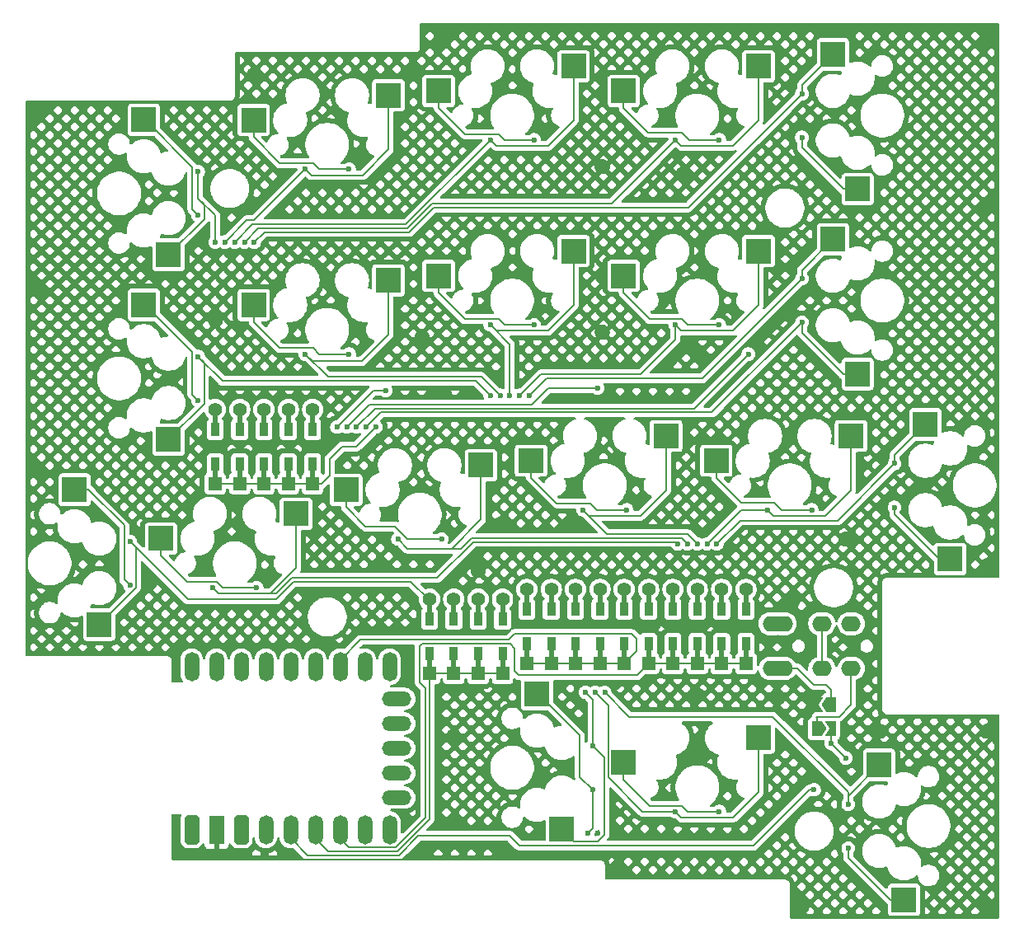
<source format=gbr>
%TF.GenerationSoftware,KiCad,Pcbnew,9.0.4*%
%TF.CreationDate,2025-11-12T08:08:54+09:00*%
%TF.ProjectId,modubu,6d6f6475-6275-42e6-9b69-6361645f7063,rev?*%
%TF.SameCoordinates,Original*%
%TF.FileFunction,Copper,L2,Bot*%
%TF.FilePolarity,Positive*%
%FSLAX46Y46*%
G04 Gerber Fmt 4.6, Leading zero omitted, Abs format (unit mm)*
G04 Created by KiCad (PCBNEW 9.0.4) date 2025-11-12 08:08:54*
%MOMM*%
%LPD*%
G01*
G04 APERTURE LIST*
G04 Aperture macros list*
%AMOutline5P*
0 Free polygon, 5 corners , with rotation*
0 The origin of the aperture is its center*
0 number of corners: always 5*
0 $1 to $10 corner X, Y*
0 $11 Rotation angle, in degrees counterclockwise*
0 create outline with 5 corners*
4,1,5,$1,$2,$3,$4,$5,$6,$7,$8,$9,$10,$1,$2,$11*%
%AMOutline6P*
0 Free polygon, 6 corners , with rotation*
0 The origin of the aperture is its center*
0 number of corners: always 6*
0 $1 to $12 corner X, Y*
0 $13 Rotation angle, in degrees counterclockwise*
0 create outline with 6 corners*
4,1,6,$1,$2,$3,$4,$5,$6,$7,$8,$9,$10,$11,$12,$1,$2,$13*%
%AMOutline7P*
0 Free polygon, 7 corners , with rotation*
0 The origin of the aperture is its center*
0 number of corners: always 7*
0 $1 to $14 corner X, Y*
0 $15 Rotation angle, in degrees counterclockwise*
0 create outline with 7 corners*
4,1,7,$1,$2,$3,$4,$5,$6,$7,$8,$9,$10,$11,$12,$13,$14,$1,$2,$15*%
%AMOutline8P*
0 Free polygon, 8 corners , with rotation*
0 The origin of the aperture is its center*
0 number of corners: always 8*
0 $1 to $16 corner X, Y*
0 $17 Rotation angle, in degrees counterclockwise*
0 create outline with 8 corners*
4,1,8,$1,$2,$3,$4,$5,$6,$7,$8,$9,$10,$11,$12,$13,$14,$15,$16,$1,$2,$17*%
%AMFreePoly0*
4,1,6,1.000000,0.000000,0.500000,-0.750000,-0.500000,-0.750000,-0.500000,0.750000,0.500000,0.750000,1.000000,0.000000,1.000000,0.000000,$1*%
%AMFreePoly1*
4,1,6,0.500000,-0.750000,-0.650000,-0.750000,-0.150000,0.000000,-0.650000,0.750000,0.500000,0.750000,0.500000,-0.750000,0.500000,-0.750000,$1*%
G04 Aperture macros list end*
%TA.AperFunction,ComponentPad*%
%ADD10R,1.397000X1.397000*%
%TD*%
%TA.AperFunction,SMDPad,CuDef*%
%ADD11R,0.500000X2.000000*%
%TD*%
%TA.AperFunction,SMDPad,CuDef*%
%ADD12R,0.940000X1.400000*%
%TD*%
%TA.AperFunction,ComponentPad*%
%ADD13C,1.397000*%
%TD*%
%TA.AperFunction,SMDPad,CuDef*%
%ADD14R,2.500000X2.550000*%
%TD*%
%TA.AperFunction,SMDPad,CuDef*%
%ADD15R,2.550000X2.500000*%
%TD*%
%TA.AperFunction,ComponentPad*%
%ADD16O,1.500000X3.000000*%
%TD*%
%TA.AperFunction,ComponentPad*%
%ADD17O,3.000000X1.500000*%
%TD*%
%TA.AperFunction,ComponentPad*%
%ADD18Outline8P,-1.500000X0.450000X-1.200000X0.750000X1.200000X0.750000X1.500000X0.450000X1.500000X-0.450000X1.200000X-0.750000X-1.200000X-0.750000X-1.500000X-0.450000X90.000000*%
%TD*%
%TA.AperFunction,ComponentPad*%
%ADD19R,1.500000X3.000000*%
%TD*%
%TA.AperFunction,ComponentPad*%
%ADD20O,2.000000X1.600000*%
%TD*%
%TA.AperFunction,SMDPad,CuDef*%
%ADD21FreePoly0,180.000000*%
%TD*%
%TA.AperFunction,SMDPad,CuDef*%
%ADD22FreePoly1,180.000000*%
%TD*%
%TA.AperFunction,SMDPad,CuDef*%
%ADD23FreePoly0,0.000000*%
%TD*%
%TA.AperFunction,SMDPad,CuDef*%
%ADD24FreePoly1,0.000000*%
%TD*%
%TA.AperFunction,ViaPad*%
%ADD25C,0.600000*%
%TD*%
%TA.AperFunction,Conductor*%
%ADD26C,0.200000*%
%TD*%
G04 APERTURE END LIST*
D10*
%TO.P,D8,1,K*%
%TO.N,ROW2*%
X97000000Y-118309999D03*
D11*
X97000000Y-117250000D03*
D12*
X97000001Y-116274999D03*
%TO.P,D8,2,A*%
%TO.N,Net-(D8-A)*%
X96999999Y-112725001D03*
D11*
X97000000Y-111750000D03*
D13*
X97000000Y-110690001D03*
%TD*%
D10*
%TO.P,D14,1,K*%
%TO.N,ROW3*%
X112000000Y-118309998D03*
D11*
X112000000Y-117249999D03*
D12*
X112000001Y-116274998D03*
%TO.P,D14,2,A*%
%TO.N,Net-(D14-A)*%
X111999999Y-112725000D03*
D11*
X112000000Y-111749999D03*
D13*
X112000000Y-110690000D03*
%TD*%
D14*
%TO.P,SW19,1,1*%
%TO.N,Net-(D19-A)*%
X48080000Y-114290000D03*
%TO.P,SW19,2,2*%
%TO.N,COL1*%
X45540000Y-100440000D03*
%TD*%
%TO.P,SW1,1,1*%
%TO.N,Net-(D1-A)*%
X55205000Y-76290000D03*
%TO.P,SW1,2,2*%
%TO.N,COL1*%
X52665000Y-62440000D03*
%TD*%
D10*
%TO.P,D16,1,K*%
%TO.N,ROW4*%
X84500000Y-119310001D03*
D11*
X84500000Y-118250002D03*
D12*
X84500001Y-117275001D03*
%TO.P,D16,2,A*%
%TO.N,Net-(D16-A)*%
X84499999Y-113725003D03*
D11*
X84500000Y-112750002D03*
D13*
X84500000Y-111690003D03*
%TD*%
D14*
%TO.P,SW18,1,1*%
%TO.N,Net-(D18-A)*%
X128170000Y-128710000D03*
%TO.P,SW18,2,2*%
%TO.N,COL5*%
X130710000Y-142560000D03*
%TD*%
D10*
%TO.P,D9,1,K*%
%TO.N,ROW2*%
X99500000Y-118309998D03*
D11*
X99500000Y-117249999D03*
D12*
X99500001Y-116274998D03*
%TO.P,D9,2,A*%
%TO.N,Net-(D9-A)*%
X99499999Y-112725000D03*
D11*
X99500000Y-111749999D03*
D13*
X99500000Y-110690000D03*
%TD*%
D10*
%TO.P,D3,1,K*%
%TO.N,ROW1*%
X65000000Y-99809999D03*
D11*
X65000000Y-98750000D03*
D12*
X65000001Y-97774999D03*
%TO.P,D3,2,A*%
%TO.N,Net-(D3-A)*%
X64999999Y-94225001D03*
D11*
X65000000Y-93250000D03*
D13*
X65000000Y-92190001D03*
%TD*%
D15*
%TO.P,SW8,1,1*%
%TO.N,Net-(D8-A)*%
X96790000Y-75920000D03*
%TO.P,SW8,2,2*%
%TO.N,COL3*%
X82940000Y-78460000D03*
%TD*%
D16*
%TO.P,U1,0,0*%
%TO.N,COL1*%
X57590000Y-118630000D03*
%TO.P,U1,1,1*%
%TO.N,COL2*%
X60130000Y-118630000D03*
%TO.P,U1,2,2*%
%TO.N,COL3*%
X62670000Y-118630000D03*
%TO.P,U1,3,3*%
%TO.N,COL4*%
X65209999Y-118630000D03*
%TO.P,U1,4,4*%
%TO.N,COL5*%
X67750000Y-118630000D03*
%TO.P,U1,5,5*%
%TO.N,ROW1*%
X70290000Y-118630001D03*
%TO.P,U1,6,6*%
%TO.N,ROW2*%
X72830000Y-118630000D03*
%TO.P,U1,7,7*%
%TO.N,unconnected-(U1-Pad7)*%
X75370000Y-118630000D03*
%TO.P,U1,8,8*%
%TO.N,unconnected-(U1-Pad8)*%
X77909999Y-118630000D03*
D17*
%TO.P,U1,9,9*%
%TO.N,unconnected-(U1-Pad9)*%
X78659999Y-121919999D03*
%TO.P,U1,10,10*%
%TO.N,unconnected-(U1-Pad10)*%
X78660000Y-124460000D03*
%TO.P,U1,11,11*%
%TO.N,unconnected-(U1-Pad11)*%
X78660001Y-127000001D03*
%TO.P,U1,12,12*%
%TO.N,unconnected-(U1-Pad12)*%
X78660000Y-129540000D03*
%TO.P,U1,13,13*%
%TO.N,unconnected-(U1-Pad13)*%
X78659999Y-132080000D03*
D16*
%TO.P,U1,14,14*%
%TO.N,unconnected-(U1-Pad14)*%
X77910000Y-135370000D03*
%TO.P,U1,15,15*%
%TO.N,unconnected-(U1-Pad15)*%
X75370000Y-135370000D03*
%TO.P,U1,26,26*%
%TO.N,ROW3*%
X72830000Y-135370000D03*
%TO.P,U1,27,27*%
%TO.N,ROW4*%
X70290001Y-135370000D03*
%TO.P,U1,28,28*%
%TO.N,Net-(JP3-B)*%
X67750000Y-135370000D03*
%TO.P,U1,29,29*%
%TO.N,SERIAL*%
X65210000Y-135369999D03*
D18*
%TO.P,U1,30,3V3*%
%TO.N,VCC*%
X62670000Y-135370000D03*
D19*
%TO.P,U1,31,GND*%
%TO.N,GND*%
X60130000Y-135370000D03*
D18*
%TO.P,U1,32,5V*%
%TO.N,unconnected-(U1-5V-Pad32)*%
X57590001Y-135370000D03*
%TD*%
D10*
%TO.P,D1,1,K*%
%TO.N,ROW1*%
X60000000Y-99809999D03*
D11*
X60000000Y-98750000D03*
D12*
X60000001Y-97774999D03*
%TO.P,D1,2,A*%
%TO.N,Net-(D1-A)*%
X59999999Y-94225001D03*
D11*
X60000000Y-93250000D03*
D13*
X60000000Y-92190001D03*
%TD*%
D10*
%TO.P,D6,1,K*%
%TO.N,ROW2*%
X92000000Y-118309999D03*
D11*
X92000000Y-117250000D03*
D12*
X92000001Y-116274999D03*
%TO.P,D6,2,A*%
%TO.N,Net-(D6-A)*%
X91999999Y-112725001D03*
D11*
X92000000Y-111750000D03*
D13*
X92000000Y-110690001D03*
%TD*%
D10*
%TO.P,D11,1,K*%
%TO.N,ROW3*%
X104500000Y-118309999D03*
D11*
X104500000Y-117250000D03*
D12*
X104500001Y-116274999D03*
%TO.P,D11,2,A*%
%TO.N,Net-(D11-A)*%
X104499999Y-112725001D03*
D11*
X104500000Y-111750000D03*
D13*
X104500000Y-110690001D03*
%TD*%
D15*
%TO.P,SW12,1,1*%
%TO.N,Net-(D12-A)*%
X87290000Y-97920000D03*
%TO.P,SW12,2,2*%
%TO.N,COL2*%
X73440000Y-100460000D03*
%TD*%
D10*
%TO.P,D15,1,K*%
%TO.N,ROW3*%
X114500000Y-118309999D03*
D11*
X114500000Y-117250000D03*
D12*
X114500001Y-116274999D03*
%TO.P,D15,2,A*%
%TO.N,Net-(D15-A)*%
X114499999Y-112725001D03*
D11*
X114500000Y-111750000D03*
D13*
X114500000Y-110690001D03*
%TD*%
D15*
%TO.P,SW13,1,1*%
%TO.N,Net-(D13-A)*%
X106290000Y-94920000D03*
%TO.P,SW13,2,2*%
%TO.N,COL3*%
X92440000Y-97460000D03*
%TD*%
D14*
%TO.P,SW6,1,1*%
%TO.N,Net-(D6-A)*%
X55205000Y-95290000D03*
%TO.P,SW6,2,2*%
%TO.N,COL1*%
X52665000Y-81440000D03*
%TD*%
D10*
%TO.P,D12,1,K*%
%TO.N,ROW3*%
X107000000Y-118310000D03*
D11*
X107000000Y-117250001D03*
D12*
X107000001Y-116275000D03*
%TO.P,D12,2,A*%
%TO.N,Net-(D12-A)*%
X106999999Y-112725002D03*
D11*
X107000000Y-111750001D03*
D13*
X107000000Y-110690002D03*
%TD*%
D14*
%TO.P,SW10,1,1*%
%TO.N,Net-(D10-A)*%
X123420000Y-74710000D03*
%TO.P,SW10,2,2*%
%TO.N,COL5*%
X125960000Y-88560000D03*
%TD*%
D10*
%TO.P,D2,1,K*%
%TO.N,ROW1*%
X62500000Y-99810000D03*
D11*
X62500000Y-98750001D03*
D12*
X62500001Y-97775000D03*
%TO.P,D2,2,A*%
%TO.N,Net-(D2-A)*%
X62499999Y-94225002D03*
D11*
X62500000Y-93250001D03*
D13*
X62500000Y-92190002D03*
%TD*%
D14*
%TO.P,SW16,1,1*%
%TO.N,Net-(D16-A)*%
X95580000Y-135290000D03*
%TO.P,SW16,2,2*%
%TO.N,COL3*%
X93040000Y-121440000D03*
%TD*%
D15*
%TO.P,SW9,1,1*%
%TO.N,Net-(D9-A)*%
X115790000Y-75920000D03*
%TO.P,SW9,2,2*%
%TO.N,COL4*%
X101940000Y-78460000D03*
%TD*%
D10*
%TO.P,D13,1,K*%
%TO.N,ROW3*%
X109500000Y-118309999D03*
D11*
X109500000Y-117250000D03*
D12*
X109500001Y-116274999D03*
%TO.P,D13,2,A*%
%TO.N,Net-(D13-A)*%
X109499999Y-112725001D03*
D11*
X109500000Y-111750000D03*
D13*
X109500000Y-110690001D03*
%TD*%
D10*
%TO.P,D10,1,K*%
%TO.N,ROW2*%
X102000000Y-118309999D03*
D11*
X102000000Y-117250000D03*
D12*
X102000001Y-116274999D03*
%TO.P,D10,2,A*%
%TO.N,Net-(D10-A)*%
X101999999Y-112725001D03*
D11*
X102000000Y-111750000D03*
D13*
X102000000Y-110690001D03*
%TD*%
D10*
%TO.P,D7,1,K*%
%TO.N,ROW2*%
X94500000Y-118310000D03*
D11*
X94500000Y-117250001D03*
D12*
X94500001Y-116275000D03*
%TO.P,D7,2,A*%
%TO.N,Net-(D7-A)*%
X94499999Y-112725002D03*
D11*
X94500000Y-111750001D03*
D13*
X94500000Y-110690002D03*
%TD*%
D10*
%TO.P,D4,1,K*%
%TO.N,ROW1*%
X67500000Y-99809998D03*
D11*
X67500000Y-98749999D03*
D12*
X67500001Y-97774998D03*
%TO.P,D4,2,A*%
%TO.N,Net-(D4-A)*%
X67499999Y-94225000D03*
D11*
X67500000Y-93249999D03*
D13*
X67500000Y-92190000D03*
%TD*%
D15*
%TO.P,SW2,1,1*%
%TO.N,Net-(D2-A)*%
X77790000Y-59920000D03*
%TO.P,SW2,2,2*%
%TO.N,COL2*%
X63940000Y-62460000D03*
%TD*%
D10*
%TO.P,D17,1,K*%
%TO.N,ROW4*%
X87000000Y-119310000D03*
D11*
X87000000Y-118250001D03*
D12*
X87000001Y-117275000D03*
%TO.P,D17,2,A*%
%TO.N,Net-(D17-A)*%
X86999999Y-113725002D03*
D11*
X87000000Y-112750001D03*
D13*
X87000000Y-111690002D03*
%TD*%
D14*
%TO.P,SW5,1,1*%
%TO.N,Net-(D5-A)*%
X123420000Y-55710000D03*
%TO.P,SW5,2,2*%
%TO.N,COL5*%
X125960000Y-69560000D03*
%TD*%
D15*
%TO.P,SW4,1,1*%
%TO.N,Net-(D4-A)*%
X115790000Y-56920000D03*
%TO.P,SW4,2,2*%
%TO.N,COL4*%
X101940000Y-59460000D03*
%TD*%
D10*
%TO.P,D19,1,K*%
%TO.N,ROW4*%
X82000000Y-119310000D03*
D11*
X82000000Y-118250001D03*
D12*
X82000001Y-117275000D03*
%TO.P,D19,2,A*%
%TO.N,Net-(D19-A)*%
X81999999Y-113725002D03*
D11*
X82000000Y-112750001D03*
D13*
X82000000Y-111690002D03*
%TD*%
D14*
%TO.P,SW15,1,1*%
%TO.N,Net-(D15-A)*%
X132920000Y-93710000D03*
%TO.P,SW15,2,2*%
%TO.N,COL5*%
X135460000Y-107560000D03*
%TD*%
D15*
%TO.P,SW14,1,1*%
%TO.N,Net-(D14-A)*%
X125290000Y-94920000D03*
%TO.P,SW14,2,2*%
%TO.N,COL4*%
X111440000Y-97460000D03*
%TD*%
%TO.P,SW3,1,1*%
%TO.N,Net-(D3-A)*%
X96790000Y-56920000D03*
%TO.P,SW3,2,2*%
%TO.N,COL3*%
X82940000Y-59460000D03*
%TD*%
%TO.P,SW17,1,1*%
%TO.N,Net-(D17-A)*%
X115790000Y-125920000D03*
%TO.P,SW17,2,2*%
%TO.N,COL4*%
X101940000Y-128460000D03*
%TD*%
%TO.P,SW11,1,1*%
%TO.N,Net-(D11-A)*%
X68290000Y-102920000D03*
%TO.P,SW11,2,2*%
%TO.N,COL1*%
X54440000Y-105460000D03*
%TD*%
D10*
%TO.P,D18,1,K*%
%TO.N,ROW4*%
X89500000Y-119309999D03*
D11*
X89500000Y-118250000D03*
D12*
X89500001Y-117274999D03*
%TO.P,D18,2,A*%
%TO.N,Net-(D18-A)*%
X89499999Y-113725001D03*
D11*
X89500000Y-112750000D03*
D13*
X89500000Y-111690001D03*
%TD*%
D20*
%TO.P,J1,R1*%
%TO.N,SERIAL*%
X122300001Y-118800001D03*
%TO.P,J1,R2*%
%TO.N,VCC*%
X125299999Y-118799999D03*
%TO.P,J1,S*%
%TO.N,Net-(JP2-A)*%
X117199998Y-114200001D03*
%TO.P,J1,T*%
%TO.N,Net-(JP1-A)*%
X118300000Y-118800003D03*
%TD*%
D10*
%TO.P,D5,1,K*%
%TO.N,ROW1*%
X70000000Y-99809999D03*
D11*
X70000000Y-98750000D03*
D12*
X70000001Y-97774999D03*
%TO.P,D5,2,A*%
%TO.N,Net-(D5-A)*%
X69999999Y-94225001D03*
D11*
X70000000Y-93250000D03*
D13*
X70000000Y-92190001D03*
%TD*%
D15*
%TO.P,SW7,1,1*%
%TO.N,Net-(D7-A)*%
X77790000Y-78920000D03*
%TO.P,SW7,2,2*%
%TO.N,COL2*%
X63940000Y-81460000D03*
%TD*%
D21*
%TO.P,JP1,1,A*%
%TO.N,Net-(JP1-A)*%
X123225000Y-122500000D03*
D22*
%TO.P,JP1,2,B*%
%TO.N,GND*%
X121775000Y-122500000D03*
%TD*%
D23*
%TO.P,JP3,1,A*%
%TO.N,VCC*%
X121775000Y-125000000D03*
D24*
%TO.P,JP3,2,B*%
%TO.N,Net-(JP3-B)*%
X123225000Y-125000000D03*
%TD*%
D20*
%TO.P,J2,R1*%
%TO.N,SERIAL*%
X122300001Y-114199999D03*
%TO.P,J2,R2*%
%TO.N,VCC*%
X125299999Y-114200001D03*
%TO.P,J2,S*%
%TO.N,Net-(JP1-A)*%
X117199999Y-118800001D03*
%TO.P,J2,T*%
%TO.N,Net-(JP2-A)*%
X118300000Y-114199997D03*
%TD*%
D25*
%TO.N,ROW1*%
X76500000Y-94000000D03*
%TO.N,Net-(D1-A)*%
X58250000Y-67750000D03*
X60000000Y-75000000D03*
%TO.N,Net-(D2-A)*%
X61000000Y-75000000D03*
X69250000Y-67500000D03*
%TO.N,Net-(D3-A)*%
X62000000Y-75000000D03*
X88250000Y-64500000D03*
%TO.N,Net-(D4-A)*%
X63000000Y-75000000D03*
X107250000Y-64500000D03*
%TO.N,Net-(D5-A)*%
X120250000Y-59750000D03*
X64000000Y-75000000D03*
%TO.N,Net-(D16-A)*%
X98000000Y-121250000D03*
X98750000Y-126750000D03*
%TO.N,Net-(D17-A)*%
X107250000Y-133500000D03*
X99000000Y-121250000D03*
%TO.N,Net-(D18-A)*%
X100000000Y-121250000D03*
X125000000Y-132750000D03*
%TO.N,Net-(D19-A)*%
X51250000Y-105750000D03*
%TO.N,GND*%
X128250000Y-125250000D03*
X119250000Y-112000000D03*
X109500000Y-86500000D03*
X83250000Y-54250000D03*
X109500000Y-121500000D03*
X53250000Y-110000000D03*
X96600000Y-103800000D03*
X60000000Y-83000000D03*
X41750000Y-98250000D03*
X90000000Y-137500000D03*
X99750000Y-67250000D03*
X79800000Y-117000000D03*
X41750000Y-62000000D03*
X96800000Y-100400000D03*
X99250000Y-135750000D03*
X87000000Y-108750000D03*
X109400000Y-127400000D03*
X89250000Y-104000000D03*
X120250000Y-143250000D03*
X117800000Y-121800000D03*
X84250000Y-134750000D03*
X64000000Y-57750000D03*
X101000000Y-120250000D03*
X139250000Y-71250000D03*
X77000000Y-108500000D03*
X108000000Y-68000000D03*
X80000000Y-57750000D03*
X81250000Y-84750000D03*
X139250000Y-54250000D03*
X139250000Y-125250000D03*
X124750000Y-105500000D03*
X99750000Y-84250000D03*
X41750000Y-79750000D03*
X84500000Y-125750000D03*
X139250000Y-108250000D03*
X101250000Y-139250000D03*
X139250000Y-143250000D03*
X83500000Y-90500000D03*
X81000000Y-137250000D03*
X100400000Y-94200000D03*
%TO.N,Net-(JP3-B)*%
X123250000Y-126500000D03*
X121500000Y-131250000D03*
X124750000Y-128000000D03*
%TO.N,COL1*%
X51250000Y-110250000D03*
X58250000Y-91250000D03*
X58250000Y-72250000D03*
X64250000Y-110500000D03*
%TO.N,COL2*%
X83250000Y-105500000D03*
X77500000Y-90250000D03*
X72500000Y-94000000D03*
X73750000Y-67500000D03*
X73750000Y-86500000D03*
%TO.N,COL3*%
X98750000Y-131250000D03*
X99250000Y-90000000D03*
X98250000Y-135750000D03*
X92750000Y-83500000D03*
X102250000Y-102500000D03*
X73500000Y-94000000D03*
X92750000Y-64500000D03*
%TO.N,COL4*%
X74500000Y-94000000D03*
X121250000Y-102500000D03*
X111750000Y-83500000D03*
X111750000Y-133500000D03*
X114750000Y-86500000D03*
X111750000Y-64500000D03*
%TO.N,COL5*%
X129750000Y-102250000D03*
X120250000Y-64250000D03*
X75500000Y-94000000D03*
X125000000Y-137250000D03*
X120250000Y-83250000D03*
%TO.N,Net-(D6-A)*%
X58250000Y-86750000D03*
X88250000Y-90750000D03*
%TO.N,Net-(D7-A)*%
X69250000Y-86500000D03*
X89250000Y-90750000D03*
%TO.N,Net-(D8-A)*%
X88250000Y-83500000D03*
X90250000Y-90750000D03*
%TO.N,Net-(D9-A)*%
X107250000Y-83500000D03*
X91250000Y-90750000D03*
%TO.N,Net-(D10-A)*%
X120250000Y-78750000D03*
X92250000Y-90750000D03*
%TO.N,Net-(D11-A)*%
X59750000Y-110500000D03*
X107500000Y-106000000D03*
%TO.N,Net-(D12-A)*%
X78750000Y-105500000D03*
X108500000Y-106000000D03*
%TO.N,Net-(D13-A)*%
X97750000Y-102500000D03*
X109500000Y-106000000D03*
%TO.N,Net-(D14-A)*%
X110500000Y-106000000D03*
X116750000Y-102500000D03*
%TO.N,Net-(D15-A)*%
X111500000Y-106000000D03*
X129750000Y-97750000D03*
%TD*%
D26*
%TO.N,GND*%
X79850000Y-138400000D02*
X81000000Y-137250000D01*
X61200000Y-138400000D02*
X79850000Y-138400000D01*
X60130000Y-137330000D02*
X61200000Y-138400000D01*
X60130000Y-134670000D02*
X60130000Y-137330000D01*
%TO.N,ROW1*%
X71750000Y-97250000D02*
X71750000Y-99000000D01*
X76500000Y-94000000D02*
X74500000Y-96000000D01*
X70940001Y-99809999D02*
X70000000Y-99809999D01*
X73000000Y-96000000D02*
X71750000Y-97250000D01*
X60000000Y-99809999D02*
X70000000Y-99809999D01*
X71750000Y-99000000D02*
X70940001Y-99809999D01*
X74500000Y-96000000D02*
X73000000Y-96000000D01*
%TO.N,Net-(D1-A)*%
X55205000Y-76290000D02*
X58851000Y-72644000D01*
X60000000Y-72250000D02*
X60000000Y-75000000D01*
X58250000Y-70500000D02*
X60000000Y-72250000D01*
X58851000Y-71101000D02*
X58250000Y-70500000D01*
X58851000Y-72644000D02*
X58851000Y-71101000D01*
X58250000Y-67750000D02*
X58250000Y-70500000D01*
%TO.N,Net-(D2-A)*%
X64000000Y-72750000D02*
X63250000Y-72750000D01*
X63250000Y-72750000D02*
X61000000Y-75000000D01*
X77790000Y-59920000D02*
X77790000Y-65489743D01*
X77790000Y-65489743D02*
X75154743Y-68125000D01*
X75154743Y-68125000D02*
X69875000Y-68125000D01*
X69250000Y-67500000D02*
X64000000Y-72750000D01*
X69875000Y-68125000D02*
X69250000Y-67500000D01*
%TO.N,Net-(D3-A)*%
X96790000Y-56920000D02*
X96790000Y-62489743D01*
X62000000Y-75000000D02*
X63833900Y-73166100D01*
X63833900Y-73166100D02*
X79583900Y-73166100D01*
X96790000Y-62489743D02*
X94178743Y-65101000D01*
X88851000Y-65101000D02*
X88250000Y-64500000D01*
X94178743Y-65101000D02*
X88851000Y-65101000D01*
X79583900Y-73166100D02*
X88250000Y-64500000D01*
%TO.N,Net-(D4-A)*%
X79750000Y-73567100D02*
X82283550Y-71033550D01*
X64432900Y-73567100D02*
X79750000Y-73567100D01*
X100716450Y-71033550D02*
X107250000Y-64500000D01*
X107851000Y-65101000D02*
X107250000Y-64500000D01*
X82283550Y-71033550D02*
X100716450Y-71033550D01*
X115790000Y-56920000D02*
X115790000Y-62489743D01*
X113178743Y-65101000D02*
X107851000Y-65101000D01*
X63000000Y-75000000D02*
X64432900Y-73567100D01*
X115790000Y-62489743D02*
X113178743Y-65101000D01*
%TO.N,Net-(D5-A)*%
X82449650Y-71434550D02*
X79916100Y-73968100D01*
X108565450Y-71434550D02*
X82449650Y-71434550D01*
X120250000Y-59750000D02*
X108565450Y-71434550D01*
X65031900Y-73968100D02*
X64000000Y-75000000D01*
X79916100Y-73968100D02*
X65031900Y-73968100D01*
X120250000Y-58880000D02*
X120250000Y-59750000D01*
X123420000Y-55710000D02*
X120250000Y-58880000D01*
%TO.N,ROW4*%
X82000000Y-119310000D02*
X89500000Y-119309999D01*
X70290001Y-136290001D02*
X70290001Y-134670000D01*
X82000000Y-119310000D02*
X82000000Y-134250000D01*
X82000000Y-134250000D02*
X78678000Y-137572000D01*
X78678000Y-137572000D02*
X71572000Y-137572000D01*
X71572000Y-137572000D02*
X70290001Y-136290001D01*
%TO.N,Net-(D16-A)*%
X96641000Y-136391000D02*
X96849000Y-136599000D01*
X96641000Y-136351000D02*
X96641000Y-136391000D01*
X98750000Y-122000000D02*
X98750000Y-126750000D01*
X98000000Y-121250000D02*
X98750000Y-122000000D01*
X95580000Y-135290000D02*
X96641000Y-136351000D01*
X99963000Y-127963000D02*
X98750000Y-126750000D01*
X99250943Y-136599000D02*
X99963000Y-135886943D01*
X96849000Y-136599000D02*
X99250943Y-136599000D01*
X99963000Y-135886943D02*
X99963000Y-127963000D01*
%TO.N,Net-(D17-A)*%
X113178743Y-134101000D02*
X107851000Y-134101000D01*
X99000000Y-121250000D02*
X100364000Y-122614000D01*
X107851000Y-134101000D02*
X107250000Y-133500000D01*
X100364000Y-130011000D02*
X103853000Y-133500000D01*
X100364000Y-122614000D02*
X100364000Y-130011000D01*
X115790000Y-125920000D02*
X115790000Y-131489743D01*
X115790000Y-131489743D02*
X113178743Y-134101000D01*
X103853000Y-133500000D02*
X107250000Y-133500000D01*
%TO.N,Net-(D18-A)*%
X125000000Y-131880000D02*
X125000000Y-132750000D01*
X128170000Y-128710000D02*
X125000000Y-131880000D01*
X102500000Y-123750000D02*
X117250000Y-123750000D01*
X117250000Y-123750000D02*
X125000000Y-131500000D01*
X125000000Y-131500000D02*
X125000000Y-132750000D01*
X100000000Y-121250000D02*
X102500000Y-123750000D01*
%TO.N,Net-(D19-A)*%
X81890002Y-111690002D02*
X80101000Y-109901000D01*
X51851000Y-110519000D02*
X51851000Y-106351000D01*
X48080000Y-114290000D02*
X51851000Y-110519000D01*
X80101000Y-109901000D02*
X68066100Y-109901000D01*
X51851000Y-106351000D02*
X51250000Y-105750000D01*
X66277098Y-111690002D02*
X57190002Y-111690002D01*
X68066100Y-109901000D02*
X66277098Y-111690002D01*
X57190002Y-111690002D02*
X51250000Y-105750000D01*
X82000000Y-111690002D02*
X81890002Y-111690002D01*
%TO.N,Net-(JP1-A)*%
X123225000Y-120975000D02*
X123225000Y-122500000D01*
X118300000Y-118800003D02*
X119800003Y-118800003D01*
X121500000Y-120500000D02*
X122750000Y-120500000D01*
X119800003Y-118800003D02*
X121500000Y-120500000D01*
X122750000Y-120500000D02*
X123225000Y-120975000D01*
%TO.N,VCC*%
X124045752Y-123750000D02*
X121750000Y-123750000D01*
X121775000Y-123775000D02*
X121775000Y-125000000D01*
X125299999Y-122495753D02*
X124045752Y-123750000D01*
X125299999Y-118799999D02*
X125299999Y-122495753D01*
X121750000Y-123750000D02*
X121775000Y-123775000D01*
%TO.N,Net-(JP3-B)*%
X123250000Y-125025000D02*
X123225000Y-125000000D01*
X67750000Y-134670000D02*
X67750000Y-136250000D01*
X90250000Y-136000000D02*
X91250000Y-137000000D01*
X80817100Y-136000000D02*
X90250000Y-136000000D01*
X115250000Y-137000000D02*
X121000000Y-131250000D01*
X123250000Y-126500000D02*
X123250000Y-125025000D01*
X123250000Y-126500000D02*
X124750000Y-128000000D01*
X91250000Y-137000000D02*
X115250000Y-137000000D01*
X67750000Y-136250000D02*
X69473000Y-137973000D01*
X69473000Y-137973000D02*
X78844100Y-137973000D01*
X121000000Y-131250000D02*
X121500000Y-131250000D01*
X78844100Y-137973000D02*
X80817100Y-136000000D01*
%TO.N,COL1*%
X54440000Y-107219743D02*
X57119257Y-109899000D01*
X54440000Y-105460000D02*
X54440000Y-107219743D01*
X57649000Y-90649000D02*
X58250000Y-91250000D01*
X52802709Y-81440000D02*
X57649000Y-86286291D01*
X60149000Y-109899000D02*
X60750000Y-110500000D01*
X57119257Y-109899000D02*
X60149000Y-109899000D01*
X52665000Y-62440000D02*
X52802709Y-62440000D01*
X57649000Y-86286291D02*
X57649000Y-90649000D01*
X46990000Y-100440000D02*
X50649000Y-104099000D01*
X57649000Y-71649000D02*
X58250000Y-72250000D01*
X50649000Y-109649000D02*
X51250000Y-110250000D01*
X57649000Y-67286291D02*
X57649000Y-71649000D01*
X50649000Y-104099000D02*
X50649000Y-109649000D01*
X60750000Y-110500000D02*
X64250000Y-110500000D01*
X52665000Y-81440000D02*
X52802709Y-81440000D01*
X52802709Y-62440000D02*
X57649000Y-67286291D01*
X45540000Y-100440000D02*
X46990000Y-100440000D01*
%TO.N,COL2*%
X73440000Y-102219743D02*
X75422157Y-104201900D01*
X70683811Y-86500000D02*
X73750000Y-86500000D01*
X79722589Y-105500000D02*
X83250000Y-105500000D01*
X70683811Y-67500000D02*
X73750000Y-67500000D01*
X63940000Y-83219743D02*
X66619257Y-85899000D01*
X63940000Y-62460000D02*
X63940000Y-64219743D01*
X72500000Y-94000000D02*
X76250000Y-90250000D01*
X66619257Y-66899000D02*
X70082811Y-66899000D01*
X66619257Y-85899000D02*
X70082811Y-85899000D01*
X75422157Y-104201900D02*
X78424489Y-104201900D01*
X63940000Y-81460000D02*
X63940000Y-83219743D01*
X76250000Y-90250000D02*
X77500000Y-90250000D01*
X73440000Y-100460000D02*
X73440000Y-102219743D01*
X63940000Y-64219743D02*
X66619257Y-66899000D01*
X70082811Y-66899000D02*
X70683811Y-67500000D01*
X78424489Y-104201900D02*
X79722589Y-105500000D01*
X70082811Y-85899000D02*
X70683811Y-86500000D01*
%TO.N,COL3*%
X75802000Y-91698000D02*
X73500000Y-94000000D01*
X93040000Y-121440000D02*
X93177709Y-121440000D01*
X89683811Y-83500000D02*
X92750000Y-83500000D01*
X97431000Y-125693291D02*
X97431000Y-129931000D01*
X93177709Y-121440000D02*
X97431000Y-125693291D01*
X95071257Y-101851000D02*
X98534811Y-101851000D01*
X82940000Y-61219743D02*
X85619257Y-63899000D01*
X99183811Y-102500000D02*
X102250000Y-102500000D01*
X85619257Y-82899000D02*
X89082811Y-82899000D01*
X89082811Y-63899000D02*
X89683811Y-64500000D01*
X82940000Y-80219743D02*
X85619257Y-82899000D01*
X85619257Y-63899000D02*
X89082811Y-63899000D01*
X98750000Y-135250000D02*
X98250000Y-135750000D01*
X92502000Y-91698000D02*
X75802000Y-91698000D01*
X92440000Y-99219743D02*
X95071257Y-101851000D01*
X89683811Y-64500000D02*
X92750000Y-64500000D01*
X92440000Y-97460000D02*
X92440000Y-99219743D01*
X98750000Y-131250000D02*
X98750000Y-135250000D01*
X98534811Y-101851000D02*
X99183811Y-102500000D01*
X99250000Y-90000000D02*
X94200000Y-90000000D01*
X82940000Y-59460000D02*
X82940000Y-61219743D01*
X89082811Y-82899000D02*
X89683811Y-83500000D01*
X82940000Y-78460000D02*
X82940000Y-80219743D01*
X94200000Y-90000000D02*
X92502000Y-91698000D01*
X97431000Y-129931000D02*
X98750000Y-131250000D01*
%TO.N,COL4*%
X117433811Y-101750000D02*
X118183811Y-102500000D01*
X111440000Y-99219743D02*
X113970257Y-101750000D01*
X101940000Y-78460000D02*
X101940000Y-80219743D01*
X101940000Y-80219743D02*
X104619257Y-82899000D01*
X74500000Y-94000000D02*
X76401000Y-92099000D01*
X108683811Y-64500000D02*
X111750000Y-64500000D01*
X118183811Y-102500000D02*
X121250000Y-102500000D01*
X104470257Y-63750000D02*
X107933811Y-63750000D01*
X76401000Y-92099000D02*
X103750000Y-92099000D01*
X104619257Y-82899000D02*
X107899000Y-82899000D01*
X101940000Y-61219743D02*
X104470257Y-63750000D01*
X107899000Y-82899000D02*
X108500000Y-83500000D01*
X104619257Y-132899000D02*
X107899000Y-132899000D01*
X111440000Y-97460000D02*
X111440000Y-99219743D01*
X103750000Y-92099000D02*
X109151000Y-92099000D01*
X109151000Y-92099000D02*
X114750000Y-86500000D01*
X113970257Y-101750000D02*
X117433811Y-101750000D01*
X101940000Y-128460000D02*
X101940000Y-130219743D01*
X108500000Y-133500000D02*
X111750000Y-133500000D01*
X107933811Y-63750000D02*
X108683811Y-64500000D01*
X107899000Y-132899000D02*
X108500000Y-133500000D01*
X101940000Y-130219743D02*
X104619257Y-132899000D01*
X108500000Y-83500000D02*
X111750000Y-83500000D01*
X101940000Y-59460000D02*
X101940000Y-61219743D01*
%TO.N,COL5*%
X77000000Y-92500000D02*
X111000000Y-92500000D01*
X130710000Y-142560000D02*
X129310000Y-142560000D01*
X129310000Y-142560000D02*
X125000000Y-138250000D01*
X120250000Y-65300000D02*
X120250000Y-64250000D01*
X125960000Y-69560000D02*
X124510000Y-69560000D01*
X135460000Y-107560000D02*
X134310000Y-107560000D01*
X120250000Y-84300000D02*
X120250000Y-83250000D01*
X124510000Y-88560000D02*
X120250000Y-84300000D01*
X134310000Y-107560000D02*
X129750000Y-103000000D01*
X75500000Y-94000000D02*
X77000000Y-92500000D01*
X125960000Y-88560000D02*
X124510000Y-88560000D01*
X111000000Y-92500000D02*
X120250000Y-83250000D01*
X124510000Y-69560000D02*
X120250000Y-65300000D01*
X125000000Y-138250000D02*
X125000000Y-137250000D01*
X129750000Y-103000000D02*
X129750000Y-102250000D01*
%TO.N,Net-(D6-A)*%
X55205000Y-95290000D02*
X58851000Y-91644000D01*
X58851000Y-87351000D02*
X58250000Y-86750000D01*
X58851000Y-91644000D02*
X58851000Y-87351000D01*
X88250000Y-90750000D02*
X86750000Y-89250000D01*
X60750000Y-89250000D02*
X58250000Y-86750000D01*
X86750000Y-89250000D02*
X60750000Y-89250000D01*
%TO.N,Net-(D7-A)*%
X70000000Y-87250000D02*
X69250000Y-86500000D01*
X69250000Y-86500000D02*
X71599000Y-88849000D01*
X71599000Y-88849000D02*
X87349000Y-88849000D01*
X75029743Y-87250000D02*
X70000000Y-87250000D01*
X77790000Y-84489743D02*
X75029743Y-87250000D01*
X77790000Y-78920000D02*
X77790000Y-84489743D01*
X87349000Y-88849000D02*
X89250000Y-90750000D01*
%TO.N,Net-(D8-A)*%
X88851000Y-84101000D02*
X88250000Y-83500000D01*
X90250000Y-90750000D02*
X90250000Y-85500000D01*
X96790000Y-81489743D02*
X94178743Y-84101000D01*
X94178743Y-84101000D02*
X88851000Y-84101000D01*
X96790000Y-75920000D02*
X96790000Y-81489743D01*
X90250000Y-85500000D02*
X88250000Y-83500000D01*
%TO.N,Net-(D9-A)*%
X115790000Y-75920000D02*
X115790000Y-81489743D01*
X107250000Y-83500000D02*
X107250000Y-85000000D01*
X107851000Y-84101000D02*
X107250000Y-83500000D01*
X107250000Y-85000000D02*
X103651000Y-88599000D01*
X103651000Y-88599000D02*
X93401000Y-88599000D01*
X115790000Y-81489743D02*
X113178743Y-84101000D01*
X113178743Y-84101000D02*
X107851000Y-84101000D01*
X93401000Y-88599000D02*
X91250000Y-90750000D01*
%TO.N,Net-(D10-A)*%
X120250000Y-78750000D02*
X120250000Y-77880000D01*
X92250000Y-90750000D02*
X94000000Y-89000000D01*
X120250000Y-77880000D02*
X123420000Y-74710000D01*
X94000000Y-89000000D02*
X110000000Y-89000000D01*
X110000000Y-89000000D02*
X120250000Y-78750000D01*
%TO.N,Net-(D11-A)*%
X82776495Y-109500000D02*
X86476495Y-105800000D01*
X60351000Y-111101000D02*
X59750000Y-110500000D01*
X65678743Y-111101000D02*
X60351000Y-111101000D01*
X60351000Y-111101000D02*
X66299000Y-111101000D01*
X68290000Y-102920000D02*
X68290000Y-108489743D01*
X67900000Y-109500000D02*
X82776495Y-109500000D01*
X66299000Y-111101000D02*
X67900000Y-109500000D01*
X107300000Y-105800000D02*
X107500000Y-106000000D01*
X86476495Y-105800000D02*
X107300000Y-105800000D01*
X68290000Y-108489743D02*
X65678743Y-111101000D01*
%TO.N,Net-(D12-A)*%
X84279743Y-106500000D02*
X80000000Y-106500000D01*
X79750000Y-106500000D02*
X80000000Y-106500000D01*
X107899000Y-105399000D02*
X108500000Y-106000000D01*
X87290000Y-97920000D02*
X87290000Y-103489743D01*
X86310395Y-105399000D02*
X107899000Y-105399000D01*
X85209395Y-106500000D02*
X86310395Y-105399000D01*
X87290000Y-103489743D02*
X84279743Y-106500000D01*
X80000000Y-106500000D02*
X85209395Y-106500000D01*
X78750000Y-105500000D02*
X79750000Y-106500000D01*
%TO.N,Net-(D13-A)*%
X103678743Y-103101000D02*
X98351000Y-103101000D01*
X108498000Y-104998000D02*
X109500000Y-106000000D01*
X98351000Y-103101000D02*
X97750000Y-102500000D01*
X97750000Y-102500000D02*
X100248000Y-104998000D01*
X106290000Y-100489743D02*
X103678743Y-103101000D01*
X106290000Y-94920000D02*
X106290000Y-100489743D01*
X100248000Y-104998000D02*
X108498000Y-104998000D01*
%TO.N,Net-(D14-A)*%
X116750000Y-102500000D02*
X114000000Y-102500000D01*
X114000000Y-102500000D02*
X110500000Y-106000000D01*
X125290000Y-100489743D02*
X122678743Y-103101000D01*
X117351000Y-103101000D02*
X116750000Y-102500000D01*
X125290000Y-94920000D02*
X125290000Y-100489743D01*
X122678743Y-103101000D02*
X117351000Y-103101000D01*
%TO.N,Net-(D15-A)*%
X129750000Y-97750000D02*
X123900000Y-103600000D01*
X132920000Y-93710000D02*
X129750000Y-96880000D01*
X123900000Y-103600000D02*
X113900000Y-103600000D01*
X113900000Y-103600000D02*
X111500000Y-106000000D01*
X129750000Y-96880000D02*
X129750000Y-97750000D01*
%TO.N,ROW2*%
X90750000Y-115250000D02*
X90127001Y-115872999D01*
X102000000Y-118309999D02*
X103250000Y-117059999D01*
X103250000Y-117059999D02*
X103250000Y-115750000D01*
X90127001Y-115872999D02*
X74877001Y-115872999D01*
X74877001Y-115872999D02*
X72830000Y-117920000D01*
X103250000Y-115750000D02*
X102750000Y-115250000D01*
X92000000Y-118309999D02*
X102000000Y-118309999D01*
X72830000Y-117920000D02*
X72830000Y-119330000D01*
X102750000Y-115250000D02*
X90750000Y-115250000D01*
%TO.N,ROW3*%
X104500000Y-118309999D02*
X114500000Y-118309999D01*
X104500000Y-118309999D02*
X103309999Y-119500000D01*
X81599000Y-120799000D02*
X81599000Y-134083900D01*
X81599000Y-134083900D02*
X78511900Y-137171000D01*
X91191001Y-119500000D02*
X90750000Y-119058999D01*
X90750000Y-119058999D02*
X90750000Y-116752998D01*
X72830000Y-136330000D02*
X72830000Y-134670000D01*
X81229002Y-116273999D02*
X81000000Y-116503001D01*
X103309999Y-119500000D02*
X91191001Y-119500000D01*
X90750000Y-116752998D02*
X90271001Y-116273999D01*
X73671000Y-137171000D02*
X72830000Y-136330000D01*
X78511900Y-137171000D02*
X73671000Y-137171000D01*
X90271001Y-116273999D02*
X81229002Y-116273999D01*
X81000000Y-116503001D02*
X81000000Y-120200000D01*
X81000000Y-120200000D02*
X81599000Y-120799000D01*
%TO.N,SERIAL*%
X122300001Y-114199999D02*
X122300001Y-118800001D01*
%TD*%
%TA.AperFunction,Conductor*%
%TO.N,GND*%
G36*
X96985426Y-93020185D02*
G01*
X97031181Y-93072989D01*
X97041125Y-93142147D01*
X97012100Y-93205703D01*
X96953322Y-93243477D01*
X96950513Y-93244265D01*
X96917006Y-93253243D01*
X96896112Y-93258842D01*
X96684123Y-93346650D01*
X96684109Y-93346657D01*
X96485382Y-93461392D01*
X96303338Y-93601081D01*
X96141081Y-93763338D01*
X96001392Y-93945382D01*
X95886657Y-94144109D01*
X95886650Y-94144123D01*
X95798842Y-94356112D01*
X95739453Y-94577759D01*
X95739451Y-94577770D01*
X95709500Y-94805258D01*
X95709500Y-95034741D01*
X95728350Y-95177912D01*
X95739452Y-95262238D01*
X95764806Y-95356860D01*
X95790884Y-95454189D01*
X95798842Y-95483887D01*
X95844511Y-95594142D01*
X95844903Y-95595087D01*
X95852372Y-95664557D01*
X95821097Y-95727036D01*
X95762436Y-95762314D01*
X95626113Y-95798842D01*
X95626111Y-95798842D01*
X95626110Y-95798843D01*
X95414123Y-95886650D01*
X95414109Y-95886657D01*
X95215382Y-96001392D01*
X95033338Y-96141081D01*
X94871081Y-96303338D01*
X94731392Y-96485382D01*
X94616657Y-96684109D01*
X94616650Y-96684123D01*
X94528842Y-96896112D01*
X94504330Y-96987594D01*
X94477611Y-97087314D01*
X94469453Y-97117759D01*
X94469451Y-97117770D01*
X94439500Y-97345258D01*
X94439500Y-97574741D01*
X94457054Y-97708071D01*
X94469452Y-97802238D01*
X94506499Y-97940499D01*
X94528842Y-98023887D01*
X94616650Y-98235876D01*
X94616657Y-98235890D01*
X94660310Y-98311500D01*
X94694530Y-98370771D01*
X94731392Y-98434617D01*
X94871081Y-98616661D01*
X94871089Y-98616670D01*
X94941338Y-98686919D01*
X94974823Y-98748242D01*
X94969839Y-98817934D01*
X94927967Y-98873867D01*
X94862503Y-98898284D01*
X94853657Y-98898600D01*
X94833313Y-98898600D01*
X94662086Y-98925720D01*
X94497211Y-98979290D01*
X94497208Y-98979291D01*
X94342739Y-99057998D01*
X94270044Y-99110815D01*
X94202486Y-99159899D01*
X94202484Y-99159901D01*
X94202483Y-99159901D01*
X94079901Y-99282483D01*
X94079901Y-99282484D01*
X94079899Y-99282486D01*
X94049231Y-99324697D01*
X93977998Y-99422739D01*
X93899292Y-99577208D01*
X93865194Y-99682149D01*
X93825756Y-99739824D01*
X93761397Y-99767022D01*
X93692551Y-99755107D01*
X93659582Y-99731511D01*
X93250251Y-99322180D01*
X93216766Y-99260857D01*
X93221750Y-99191165D01*
X93263622Y-99135232D01*
X93329086Y-99110815D01*
X93337932Y-99110499D01*
X93746517Y-99110499D01*
X93746518Y-99110499D01*
X93840304Y-99095646D01*
X93953342Y-99038050D01*
X94043050Y-98948342D01*
X94100646Y-98835304D01*
X94100646Y-98835302D01*
X94100647Y-98835301D01*
X94111860Y-98764500D01*
X94115500Y-98741519D01*
X94115499Y-96178482D01*
X94100646Y-96084696D01*
X94043050Y-95971658D01*
X94043046Y-95971654D01*
X94043045Y-95971652D01*
X93953347Y-95881954D01*
X93953344Y-95881952D01*
X93953342Y-95881950D01*
X93862505Y-95835666D01*
X93840301Y-95824352D01*
X93746524Y-95809500D01*
X91133482Y-95809500D01*
X91053954Y-95822096D01*
X91039696Y-95824354D01*
X90926658Y-95881950D01*
X90926657Y-95881951D01*
X90926652Y-95881954D01*
X90836954Y-95971652D01*
X90836951Y-95971657D01*
X90836950Y-95971658D01*
X90821801Y-96001389D01*
X90779352Y-96084698D01*
X90764500Y-96178475D01*
X90764500Y-98741517D01*
X90773955Y-98801214D01*
X90779354Y-98835304D01*
X90836950Y-98948342D01*
X90836952Y-98948344D01*
X90836954Y-98948347D01*
X90926652Y-99038045D01*
X90926654Y-99038046D01*
X90926658Y-99038050D01*
X91036409Y-99093971D01*
X91039698Y-99095647D01*
X91133475Y-99110499D01*
X91133481Y-99110500D01*
X91815500Y-99110499D01*
X91882539Y-99130183D01*
X91928294Y-99182987D01*
X91939500Y-99234499D01*
X91939500Y-99285635D01*
X91949292Y-99322180D01*
X91973608Y-99412930D01*
X91999550Y-99457862D01*
X92039500Y-99527057D01*
X94670757Y-102158314D01*
X94763943Y-102251500D01*
X94859751Y-102306815D01*
X94878071Y-102317392D01*
X95005364Y-102351500D01*
X95005365Y-102351500D01*
X96925500Y-102351500D01*
X96992539Y-102371185D01*
X97038294Y-102423989D01*
X97049500Y-102475500D01*
X97049500Y-102568993D01*
X97049500Y-102568995D01*
X97049499Y-102568995D01*
X97076418Y-102704322D01*
X97076421Y-102704332D01*
X97129221Y-102831804D01*
X97129228Y-102831817D01*
X97205885Y-102946541D01*
X97205888Y-102946545D01*
X97303454Y-103044111D01*
X97303458Y-103044114D01*
X97418182Y-103120771D01*
X97418195Y-103120778D01*
X97511240Y-103159318D01*
X97545672Y-103173580D01*
X97545676Y-103173580D01*
X97545677Y-103173581D01*
X97681004Y-103200500D01*
X97681007Y-103200500D01*
X97691324Y-103200500D01*
X97758363Y-103220185D01*
X97779005Y-103236819D01*
X99229005Y-104686819D01*
X99262490Y-104748142D01*
X99257506Y-104817834D01*
X99215634Y-104873767D01*
X99150170Y-104898184D01*
X99141324Y-104898500D01*
X86888418Y-104898500D01*
X86821379Y-104878815D01*
X86775624Y-104826011D01*
X86765680Y-104756853D01*
X86794705Y-104693297D01*
X86800737Y-104686819D01*
X86994214Y-104493342D01*
X87587104Y-103900450D01*
X87587109Y-103900447D01*
X87597312Y-103890243D01*
X87597314Y-103890243D01*
X87608164Y-103879393D01*
X90943896Y-103879393D01*
X90954444Y-103932421D01*
X90991403Y-103987734D01*
X91271111Y-104267442D01*
X91326424Y-104304401D01*
X91379452Y-104314949D01*
X91432480Y-104304401D01*
X91487793Y-104267442D01*
X91767501Y-103987734D01*
X91804460Y-103932421D01*
X91815008Y-103879393D01*
X92640952Y-103879393D01*
X92651500Y-103932421D01*
X92688458Y-103987732D01*
X92968167Y-104267442D01*
X93023481Y-104304401D01*
X93076509Y-104314949D01*
X93129536Y-104304401D01*
X93184849Y-104267442D01*
X93464559Y-103987732D01*
X93501515Y-103932423D01*
X93512063Y-103879393D01*
X94338010Y-103879393D01*
X94348558Y-103932423D01*
X94385514Y-103987732D01*
X94665224Y-104267442D01*
X94720537Y-104304401D01*
X94773565Y-104314949D01*
X94826592Y-104304401D01*
X94881905Y-104267442D01*
X95161615Y-103987732D01*
X95198571Y-103932423D01*
X95209119Y-103879393D01*
X95198571Y-103826363D01*
X95161615Y-103771054D01*
X94881905Y-103491344D01*
X94826592Y-103454385D01*
X94773565Y-103443837D01*
X94720537Y-103454385D01*
X94665224Y-103491344D01*
X94385514Y-103771054D01*
X94348558Y-103826363D01*
X94338010Y-103879393D01*
X93512063Y-103879393D01*
X93501515Y-103826363D01*
X93464559Y-103771054D01*
X93184849Y-103491344D01*
X93129536Y-103454385D01*
X93076509Y-103443837D01*
X93023481Y-103454385D01*
X92968167Y-103491344D01*
X92688458Y-103771054D01*
X92651500Y-103826365D01*
X92640952Y-103879393D01*
X91815008Y-103879393D01*
X91804460Y-103826365D01*
X91767501Y-103771052D01*
X91487793Y-103491344D01*
X91432480Y-103454385D01*
X91379452Y-103443837D01*
X91326424Y-103454385D01*
X91271111Y-103491344D01*
X90991403Y-103771052D01*
X90954444Y-103826365D01*
X90943896Y-103879393D01*
X87608164Y-103879393D01*
X87690500Y-103797057D01*
X87756392Y-103682929D01*
X87778211Y-103601500D01*
X87790500Y-103555636D01*
X87790500Y-103423851D01*
X87790500Y-103030865D01*
X88398313Y-103030865D01*
X88408861Y-103083896D01*
X88445815Y-103139202D01*
X88725529Y-103418915D01*
X88732095Y-103423302D01*
X88763210Y-103392188D01*
X88788891Y-103372483D01*
X88937109Y-103286909D01*
X88967016Y-103274521D01*
X89130372Y-103230750D01*
X89221919Y-103139203D01*
X89258874Y-103083896D01*
X89269422Y-103030865D01*
X90095368Y-103030865D01*
X90105916Y-103083892D01*
X90142875Y-103139206D01*
X90422585Y-103418915D01*
X90477896Y-103455873D01*
X90530924Y-103466421D01*
X90583953Y-103455872D01*
X90639262Y-103418916D01*
X90918975Y-103139203D01*
X90955931Y-103083894D01*
X90966480Y-103030865D01*
X91792424Y-103030865D01*
X91802972Y-103083892D01*
X91839931Y-103139206D01*
X92119641Y-103418915D01*
X92174952Y-103455873D01*
X92227980Y-103466421D01*
X92281008Y-103455873D01*
X92336319Y-103418915D01*
X92616029Y-103139206D01*
X92652988Y-103083892D01*
X92663536Y-103030865D01*
X93489480Y-103030865D01*
X93500029Y-103083894D01*
X93536984Y-103139202D01*
X93816698Y-103418915D01*
X93872009Y-103455873D01*
X93925037Y-103466421D01*
X93978064Y-103455873D01*
X94033375Y-103418915D01*
X94313089Y-103139202D01*
X94350043Y-103083896D01*
X94360591Y-103030865D01*
X95186538Y-103030865D01*
X95197086Y-103083896D01*
X95234040Y-103139202D01*
X95513754Y-103418915D01*
X95569065Y-103455873D01*
X95622093Y-103466421D01*
X95675120Y-103455873D01*
X95730431Y-103418915D01*
X96010145Y-103139202D01*
X96047100Y-103083894D01*
X96057649Y-103030865D01*
X96047101Y-102977837D01*
X96010143Y-102922526D01*
X95937117Y-102849500D01*
X95307069Y-102849500D01*
X95234042Y-102922526D01*
X95197086Y-102977835D01*
X95186538Y-103030865D01*
X94360591Y-103030865D01*
X94350043Y-102977835D01*
X94313087Y-102922526D01*
X94033375Y-102642814D01*
X93978066Y-102605858D01*
X93925037Y-102595310D01*
X93872007Y-102605858D01*
X93816698Y-102642814D01*
X93536986Y-102922526D01*
X93500028Y-102977837D01*
X93489480Y-103030865D01*
X92663536Y-103030865D01*
X92652988Y-102977837D01*
X92616029Y-102922524D01*
X92336319Y-102642814D01*
X92281010Y-102605858D01*
X92227980Y-102595310D01*
X92174950Y-102605858D01*
X92119641Y-102642814D01*
X91839931Y-102922524D01*
X91802972Y-102977837D01*
X91792424Y-103030865D01*
X90966480Y-103030865D01*
X90955932Y-102977837D01*
X90918974Y-102922526D01*
X90639261Y-102642812D01*
X90583955Y-102605858D01*
X90530924Y-102595310D01*
X90477894Y-102605858D01*
X90422585Y-102642814D01*
X90142875Y-102922524D01*
X90105916Y-102977837D01*
X90095368Y-103030865D01*
X89269422Y-103030865D01*
X89258874Y-102977835D01*
X89221918Y-102922526D01*
X88942206Y-102642814D01*
X88886897Y-102605858D01*
X88833868Y-102595310D01*
X88780838Y-102605858D01*
X88725529Y-102642814D01*
X88445817Y-102922526D01*
X88408861Y-102977835D01*
X88398313Y-103030865D01*
X87790500Y-103030865D01*
X87790500Y-102182337D01*
X89246841Y-102182337D01*
X89257389Y-102235366D01*
X89294345Y-102290675D01*
X89574057Y-102570387D01*
X89629368Y-102607345D01*
X89682396Y-102617893D01*
X89735423Y-102607345D01*
X89790734Y-102570387D01*
X90070446Y-102290675D01*
X90107404Y-102235364D01*
X90117952Y-102182337D01*
X90943896Y-102182337D01*
X90954444Y-102235364D01*
X90991403Y-102290677D01*
X91271113Y-102570387D01*
X91326424Y-102607345D01*
X91379452Y-102617893D01*
X91432480Y-102607345D01*
X91487791Y-102570387D01*
X91767501Y-102290677D01*
X91804460Y-102235364D01*
X91815008Y-102182337D01*
X92640952Y-102182337D01*
X92651500Y-102235364D01*
X92688458Y-102290675D01*
X92968171Y-102570389D01*
X93023479Y-102607344D01*
X93076509Y-102617893D01*
X93129536Y-102607345D01*
X93184847Y-102570387D01*
X93464559Y-102290675D01*
X93501515Y-102235366D01*
X93512063Y-102182337D01*
X93501515Y-102129307D01*
X93464559Y-102073998D01*
X93184847Y-101794286D01*
X93129538Y-101757330D01*
X93076509Y-101746782D01*
X93023477Y-101757330D01*
X92968171Y-101794284D01*
X92688458Y-102073998D01*
X92651500Y-102129309D01*
X92640952Y-102182337D01*
X91815008Y-102182337D01*
X91804460Y-102129309D01*
X91767501Y-102073996D01*
X91487791Y-101794286D01*
X91432482Y-101757330D01*
X91379452Y-101746782D01*
X91326422Y-101757330D01*
X91271113Y-101794286D01*
X90991403Y-102073996D01*
X90954444Y-102129309D01*
X90943896Y-102182337D01*
X90117952Y-102182337D01*
X90107404Y-102129309D01*
X90070446Y-102073998D01*
X89790734Y-101794286D01*
X89735425Y-101757330D01*
X89682396Y-101746782D01*
X89629366Y-101757330D01*
X89574057Y-101794286D01*
X89294345Y-102073998D01*
X89257389Y-102129307D01*
X89246841Y-102182337D01*
X87790500Y-102182337D01*
X87790500Y-101333809D01*
X88398313Y-101333809D01*
X88408861Y-101386838D01*
X88445817Y-101442147D01*
X88725529Y-101721859D01*
X88780838Y-101758815D01*
X88833868Y-101769363D01*
X88886897Y-101758815D01*
X88942206Y-101721859D01*
X89221918Y-101442147D01*
X89258874Y-101386838D01*
X89269422Y-101333809D01*
X90095368Y-101333809D01*
X90105916Y-101386836D01*
X90142875Y-101442149D01*
X90422585Y-101721859D01*
X90477894Y-101758815D01*
X90530924Y-101769363D01*
X90583955Y-101758815D01*
X90639261Y-101721861D01*
X90918974Y-101442147D01*
X90955932Y-101386836D01*
X90966480Y-101333809D01*
X91792424Y-101333809D01*
X91802972Y-101386836D01*
X91839931Y-101442149D01*
X92119641Y-101721859D01*
X92174950Y-101758815D01*
X92227980Y-101769363D01*
X92281010Y-101758815D01*
X92336319Y-101721859D01*
X92616029Y-101442149D01*
X92652988Y-101386836D01*
X92663536Y-101333809D01*
X92652988Y-101280781D01*
X92616029Y-101225468D01*
X92336319Y-100945758D01*
X92281010Y-100908802D01*
X92227980Y-100898254D01*
X92174950Y-100908802D01*
X92119641Y-100945758D01*
X91839931Y-101225468D01*
X91802972Y-101280781D01*
X91792424Y-101333809D01*
X90966480Y-101333809D01*
X90955932Y-101280781D01*
X90918974Y-101225470D01*
X90639261Y-100945756D01*
X90583955Y-100908802D01*
X90530924Y-100898254D01*
X90477894Y-100908802D01*
X90422585Y-100945758D01*
X90142875Y-101225468D01*
X90105916Y-101280781D01*
X90095368Y-101333809D01*
X89269422Y-101333809D01*
X89258874Y-101280779D01*
X89221918Y-101225470D01*
X88942206Y-100945758D01*
X88886897Y-100908802D01*
X88833868Y-100898254D01*
X88780838Y-100908802D01*
X88725529Y-100945758D01*
X88445817Y-101225470D01*
X88408861Y-101280779D01*
X88398313Y-101333809D01*
X87790500Y-101333809D01*
X87790500Y-100485281D01*
X89246841Y-100485281D01*
X89257389Y-100538310D01*
X89294345Y-100593619D01*
X89574057Y-100873331D01*
X89629366Y-100910287D01*
X89682396Y-100920835D01*
X89735425Y-100910287D01*
X89790734Y-100873331D01*
X90070446Y-100593619D01*
X90107404Y-100538308D01*
X90117952Y-100485281D01*
X90943896Y-100485281D01*
X90954444Y-100538308D01*
X90991403Y-100593621D01*
X91271113Y-100873331D01*
X91326422Y-100910287D01*
X91379452Y-100920835D01*
X91432482Y-100910287D01*
X91487791Y-100873331D01*
X91767501Y-100593621D01*
X91804460Y-100538308D01*
X91815008Y-100485281D01*
X91804460Y-100432253D01*
X91767501Y-100376940D01*
X91487791Y-100097230D01*
X91432480Y-100060272D01*
X91379452Y-100049724D01*
X91326424Y-100060272D01*
X91271113Y-100097230D01*
X90991403Y-100376940D01*
X90954444Y-100432253D01*
X90943896Y-100485281D01*
X90117952Y-100485281D01*
X90107404Y-100432253D01*
X90070446Y-100376942D01*
X89790734Y-100097230D01*
X89735423Y-100060272D01*
X89682396Y-100049724D01*
X89629368Y-100060272D01*
X89574057Y-100097230D01*
X89294345Y-100376942D01*
X89257389Y-100432251D01*
X89246841Y-100485281D01*
X87790500Y-100485281D01*
X87790500Y-99694499D01*
X87807456Y-99636753D01*
X90095368Y-99636753D01*
X90105916Y-99689780D01*
X90142875Y-99745093D01*
X90422585Y-100024803D01*
X90477894Y-100061759D01*
X90530924Y-100072307D01*
X90583955Y-100061759D01*
X90639261Y-100024805D01*
X90918974Y-99745091D01*
X90955932Y-99689780D01*
X90966480Y-99636753D01*
X90956519Y-99586679D01*
X90942449Y-99584451D01*
X90932898Y-99582551D01*
X90913793Y-99577964D01*
X90904422Y-99575321D01*
X90867175Y-99563218D01*
X90858041Y-99559848D01*
X90839894Y-99552331D01*
X90831053Y-99548256D01*
X90683125Y-99472882D01*
X90674630Y-99468124D01*
X90657884Y-99457862D01*
X90649794Y-99452457D01*
X90618109Y-99429439D01*
X90610460Y-99423409D01*
X90595518Y-99410648D01*
X90588366Y-99404037D01*
X90470963Y-99286634D01*
X90464352Y-99279482D01*
X90451591Y-99264540D01*
X90445561Y-99256891D01*
X90434048Y-99241043D01*
X90422585Y-99248702D01*
X90142875Y-99528411D01*
X90105916Y-99583725D01*
X90095368Y-99636753D01*
X87807456Y-99636753D01*
X87810185Y-99627460D01*
X87862989Y-99581705D01*
X87914500Y-99570499D01*
X88596517Y-99570499D01*
X88596518Y-99570499D01*
X88690304Y-99555646D01*
X88803342Y-99498050D01*
X88893050Y-99408342D01*
X88950646Y-99295304D01*
X88950646Y-99295302D01*
X88950647Y-99295301D01*
X88963880Y-99211745D01*
X88965500Y-99201519D01*
X88965500Y-98510732D01*
X89463499Y-98510732D01*
X89463499Y-99065717D01*
X89574055Y-99176273D01*
X89629368Y-99213232D01*
X89682396Y-99223780D01*
X89735423Y-99213232D01*
X89790736Y-99176273D01*
X90070446Y-98896563D01*
X90107404Y-98841252D01*
X90117952Y-98788224D01*
X90107404Y-98735196D01*
X90070446Y-98679885D01*
X89790736Y-98400175D01*
X89735423Y-98363216D01*
X89682396Y-98352668D01*
X89629368Y-98363216D01*
X89574058Y-98400173D01*
X89463499Y-98510732D01*
X88965500Y-98510732D01*
X88965499Y-96813676D01*
X89463499Y-96813676D01*
X89463499Y-97368660D01*
X89574057Y-97479218D01*
X89629368Y-97516176D01*
X89682396Y-97526724D01*
X89735423Y-97516176D01*
X89790734Y-97479218D01*
X90070448Y-97199505D01*
X90107403Y-97144197D01*
X90117952Y-97091168D01*
X90107404Y-97038140D01*
X90070446Y-96982829D01*
X89790736Y-96703119D01*
X89735423Y-96666160D01*
X89682396Y-96655612D01*
X89629368Y-96666160D01*
X89574058Y-96703117D01*
X89463499Y-96813676D01*
X88965499Y-96813676D01*
X88965499Y-96638482D01*
X88950646Y-96544696D01*
X88893050Y-96431658D01*
X88893046Y-96431654D01*
X88893045Y-96431652D01*
X88803347Y-96341954D01*
X88803344Y-96341952D01*
X88803342Y-96341950D01*
X88712507Y-96295667D01*
X88690301Y-96284352D01*
X88596524Y-96269500D01*
X85983482Y-96269500D01*
X85902519Y-96282323D01*
X85889696Y-96284354D01*
X85776658Y-96341950D01*
X85776657Y-96341951D01*
X85776652Y-96341954D01*
X85686954Y-96431652D01*
X85686951Y-96431657D01*
X85686950Y-96431658D01*
X85671801Y-96461389D01*
X85629352Y-96544698D01*
X85614500Y-96638475D01*
X85614500Y-98712928D01*
X85594815Y-98779967D01*
X85542011Y-98825722D01*
X85472853Y-98835666D01*
X85443048Y-98827489D01*
X85373887Y-98798842D01*
X85340197Y-98789815D01*
X85237563Y-98762314D01*
X85177903Y-98725950D01*
X85147374Y-98663103D01*
X85155095Y-98595091D01*
X85201158Y-98483887D01*
X85260548Y-98262238D01*
X85290500Y-98034734D01*
X85290500Y-97805266D01*
X85260548Y-97577762D01*
X85201158Y-97356113D01*
X85136289Y-97199505D01*
X85113349Y-97144123D01*
X85113346Y-97144117D01*
X85113344Y-97144112D01*
X84998611Y-96945388D01*
X84998608Y-96945385D01*
X84998607Y-96945382D01*
X84889615Y-96803342D01*
X84858919Y-96763339D01*
X84858918Y-96763338D01*
X84858911Y-96763330D01*
X84696670Y-96601089D01*
X84696661Y-96601081D01*
X84514617Y-96461392D01*
X84463114Y-96431657D01*
X84375306Y-96380961D01*
X84315890Y-96346657D01*
X84315876Y-96346650D01*
X84103887Y-96258842D01*
X83882238Y-96199452D01*
X83844215Y-96194446D01*
X83654741Y-96169500D01*
X83654734Y-96169500D01*
X83425266Y-96169500D01*
X83425258Y-96169500D01*
X83208715Y-96198009D01*
X83197762Y-96199452D01*
X83114432Y-96221780D01*
X82976112Y-96258842D01*
X82764123Y-96346650D01*
X82764109Y-96346657D01*
X82565382Y-96461392D01*
X82383338Y-96601081D01*
X82221081Y-96763338D01*
X82081392Y-96945382D01*
X81966657Y-97144109D01*
X81966650Y-97144123D01*
X81878842Y-97356112D01*
X81878842Y-97356113D01*
X81820262Y-97574741D01*
X81819453Y-97577759D01*
X81819451Y-97577770D01*
X81789500Y-97805258D01*
X81789500Y-98034741D01*
X81810803Y-98196541D01*
X81819452Y-98262238D01*
X81878841Y-98483884D01*
X81878842Y-98483887D01*
X81966650Y-98695876D01*
X81966657Y-98695890D01*
X82017212Y-98783454D01*
X82043511Y-98829006D01*
X82081392Y-98894617D01*
X82221081Y-99076661D01*
X82221089Y-99076670D01*
X82383330Y-99238911D01*
X82383338Y-99238918D01*
X82383339Y-99238919D01*
X82411929Y-99260857D01*
X82565382Y-99378607D01*
X82565385Y-99378608D01*
X82565388Y-99378611D01*
X82764112Y-99493344D01*
X82764117Y-99493346D01*
X82764123Y-99493349D01*
X82842429Y-99525784D01*
X82976113Y-99581158D01*
X83107746Y-99616428D01*
X83112435Y-99617685D01*
X83172095Y-99654050D01*
X83202624Y-99716897D01*
X83194903Y-99784912D01*
X83148840Y-99896118D01*
X83104856Y-100060272D01*
X83094954Y-100097230D01*
X83089453Y-100117759D01*
X83089451Y-100117770D01*
X83059500Y-100345258D01*
X83059500Y-100574741D01*
X83083312Y-100755600D01*
X83089452Y-100802238D01*
X83137815Y-100982734D01*
X83148842Y-101023887D01*
X83236650Y-101235876D01*
X83236657Y-101235890D01*
X83351392Y-101434617D01*
X83491081Y-101616661D01*
X83491089Y-101616670D01*
X83653330Y-101778911D01*
X83653338Y-101778918D01*
X83653339Y-101778919D01*
X83685319Y-101803458D01*
X83835382Y-101918607D01*
X83835385Y-101918608D01*
X83835388Y-101918611D01*
X84034112Y-102033344D01*
X84034117Y-102033346D01*
X84034123Y-102033349D01*
X84097258Y-102059500D01*
X84246113Y-102121158D01*
X84467762Y-102180548D01*
X84695266Y-102210500D01*
X84695273Y-102210500D01*
X84924727Y-102210500D01*
X84924734Y-102210500D01*
X85044917Y-102194677D01*
X85113951Y-102205442D01*
X85166207Y-102251822D01*
X85185093Y-102319091D01*
X85164613Y-102385891D01*
X85161421Y-102390501D01*
X85137997Y-102422740D01*
X85059291Y-102577208D01*
X85059290Y-102577211D01*
X85005720Y-102742086D01*
X84978600Y-102913312D01*
X84978600Y-103086687D01*
X85005720Y-103257913D01*
X85059290Y-103422788D01*
X85059291Y-103422791D01*
X85129078Y-103559753D01*
X85137998Y-103577260D01*
X85239899Y-103717514D01*
X85362486Y-103840101D01*
X85502740Y-103942002D01*
X85560941Y-103971657D01*
X85657208Y-104020708D01*
X85657211Y-104020709D01*
X85762148Y-104054805D01*
X85819823Y-104094242D01*
X85847022Y-104158601D01*
X85835107Y-104227447D01*
X85811511Y-104260417D01*
X84108748Y-105963181D01*
X84047425Y-105996666D01*
X84021067Y-105999500D01*
X83986895Y-105999500D01*
X83919856Y-105979815D01*
X83874101Y-105927011D01*
X83864157Y-105857853D01*
X83872334Y-105828047D01*
X83923580Y-105704328D01*
X83935408Y-105644865D01*
X83950500Y-105568995D01*
X83950500Y-105431004D01*
X83923581Y-105295677D01*
X83923580Y-105295676D01*
X83923580Y-105295672D01*
X83917012Y-105279815D01*
X83870778Y-105168195D01*
X83870771Y-105168182D01*
X83794114Y-105053458D01*
X83794111Y-105053454D01*
X83696545Y-104955888D01*
X83696541Y-104955885D01*
X83581817Y-104879228D01*
X83581804Y-104879221D01*
X83454332Y-104826421D01*
X83454322Y-104826418D01*
X83318995Y-104799500D01*
X83318993Y-104799500D01*
X83181007Y-104799500D01*
X83181005Y-104799500D01*
X83045677Y-104826418D01*
X83045667Y-104826421D01*
X82918195Y-104879221D01*
X82918182Y-104879228D01*
X82803458Y-104955885D01*
X82803454Y-104955888D01*
X82796162Y-104963181D01*
X82734839Y-104996666D01*
X82708481Y-104999500D01*
X82446324Y-104999500D01*
X82379285Y-104979815D01*
X82333530Y-104927011D01*
X82323586Y-104857853D01*
X82352611Y-104794297D01*
X82370838Y-104777124D01*
X82442565Y-104722085D01*
X82483011Y-104691050D01*
X82691050Y-104483011D01*
X82870155Y-104249597D01*
X83017261Y-103994803D01*
X83023973Y-103978600D01*
X83065065Y-103879393D01*
X84155671Y-103879393D01*
X84166219Y-103932421D01*
X84203178Y-103987734D01*
X84482886Y-104267442D01*
X84538199Y-104304401D01*
X84591227Y-104314949D01*
X84644255Y-104304401D01*
X84699568Y-104267442D01*
X84892559Y-104074452D01*
X84880844Y-104062737D01*
X84877464Y-104059221D01*
X84870800Y-104052011D01*
X84867572Y-104048380D01*
X84854867Y-104033505D01*
X84851778Y-104029740D01*
X84845699Y-104022029D01*
X84842759Y-104018146D01*
X84729358Y-103862065D01*
X84726572Y-103858067D01*
X84721116Y-103849901D01*
X84718491Y-103845800D01*
X84708270Y-103829120D01*
X84705811Y-103824926D01*
X84701014Y-103816361D01*
X84698717Y-103812063D01*
X84611129Y-103640163D01*
X84609001Y-103635774D01*
X84604890Y-103626855D01*
X84602942Y-103622402D01*
X84595455Y-103604327D01*
X84593681Y-103599795D01*
X84590283Y-103590585D01*
X84588687Y-103585981D01*
X84545460Y-103452941D01*
X84538199Y-103454385D01*
X84482886Y-103491344D01*
X84203178Y-103771052D01*
X84166219Y-103826365D01*
X84155671Y-103879393D01*
X83065065Y-103879393D01*
X83129847Y-103722994D01*
X83129846Y-103722994D01*
X83129850Y-103722987D01*
X83200573Y-103459047D01*
X83705628Y-103459047D01*
X83742699Y-103466421D01*
X83795728Y-103455872D01*
X83851037Y-103418916D01*
X84130750Y-103139203D01*
X84167706Y-103083894D01*
X84178255Y-103030865D01*
X84167707Y-102977837D01*
X84130749Y-102922526D01*
X83851036Y-102642812D01*
X83795730Y-102605858D01*
X83742699Y-102595310D01*
X83713548Y-102601108D01*
X83739203Y-102795973D01*
X83739667Y-102800004D01*
X83740469Y-102808147D01*
X83740801Y-102812192D01*
X83741867Y-102828458D01*
X83742065Y-102832505D01*
X83742333Y-102840682D01*
X83742400Y-102844744D01*
X83742400Y-103155256D01*
X83742333Y-103159318D01*
X83742065Y-103167495D01*
X83741867Y-103171542D01*
X83740801Y-103187808D01*
X83740469Y-103191853D01*
X83739667Y-103199996D01*
X83739203Y-103204027D01*
X83705628Y-103459047D01*
X83200573Y-103459047D01*
X83205998Y-103438800D01*
X83244400Y-103147106D01*
X83244400Y-102852894D01*
X83205998Y-102561200D01*
X83129850Y-102277013D01*
X83119283Y-102251501D01*
X83017265Y-102005205D01*
X83017257Y-102005189D01*
X82870159Y-101750410D01*
X82870155Y-101750403D01*
X82712311Y-101544697D01*
X82691051Y-101516990D01*
X82691045Y-101516983D01*
X82483016Y-101308954D01*
X82483009Y-101308948D01*
X82249605Y-101129851D01*
X82249603Y-101129849D01*
X82249597Y-101129845D01*
X82249592Y-101129842D01*
X82249589Y-101129840D01*
X81994810Y-100982742D01*
X81994794Y-100982734D01*
X81722994Y-100870152D01*
X81610831Y-100840098D01*
X81438800Y-100794002D01*
X81438799Y-100794001D01*
X81438796Y-100794001D01*
X81147116Y-100755601D01*
X81147111Y-100755600D01*
X81147106Y-100755600D01*
X80852894Y-100755600D01*
X80852888Y-100755600D01*
X80852883Y-100755601D01*
X80561203Y-100794001D01*
X80277005Y-100870152D01*
X80005205Y-100982734D01*
X80005189Y-100982742D01*
X79750410Y-101129840D01*
X79750394Y-101129851D01*
X79516990Y-101308948D01*
X79516983Y-101308954D01*
X79308954Y-101516983D01*
X79308948Y-101516990D01*
X79129851Y-101750394D01*
X79129840Y-101750410D01*
X78982742Y-102005189D01*
X78982734Y-102005205D01*
X78870152Y-102277005D01*
X78794001Y-102561203D01*
X78755601Y-102852883D01*
X78755600Y-102852900D01*
X78755600Y-103147099D01*
X78755601Y-103147116D01*
X78794001Y-103438798D01*
X78842844Y-103621081D01*
X78841181Y-103690931D01*
X78802018Y-103748793D01*
X78737790Y-103776297D01*
X78668888Y-103764710D01*
X78661069Y-103760561D01*
X78617678Y-103735509D01*
X78617675Y-103735508D01*
X78490381Y-103701400D01*
X78490380Y-103701400D01*
X77001099Y-103701400D01*
X76934060Y-103681715D01*
X76888305Y-103628911D01*
X76878361Y-103559753D01*
X76890614Y-103521105D01*
X76893923Y-103514612D01*
X76940708Y-103422791D01*
X76994280Y-103257912D01*
X77016000Y-103120778D01*
X77021400Y-103086687D01*
X77021400Y-102913312D01*
X77004285Y-102805258D01*
X76994280Y-102742088D01*
X76953927Y-102617893D01*
X76940709Y-102577211D01*
X76940708Y-102577208D01*
X76862001Y-102422738D01*
X76838580Y-102390503D01*
X76815099Y-102324697D01*
X76830924Y-102256642D01*
X76881029Y-102207947D01*
X76949507Y-102194071D01*
X76955068Y-102194675D01*
X77075266Y-102210500D01*
X77075273Y-102210500D01*
X77304727Y-102210500D01*
X77304734Y-102210500D01*
X77532238Y-102180548D01*
X77753887Y-102121158D01*
X77965888Y-102033344D01*
X78164612Y-101918611D01*
X78346661Y-101778919D01*
X78346665Y-101778914D01*
X78346670Y-101778911D01*
X78508911Y-101616670D01*
X78508914Y-101616665D01*
X78508919Y-101616661D01*
X78648611Y-101434612D01*
X78763344Y-101235888D01*
X78851158Y-101023887D01*
X78910548Y-100802238D01*
X78940500Y-100574734D01*
X78940500Y-100345266D01*
X78910548Y-100117762D01*
X78851158Y-99896113D01*
X78805095Y-99784908D01*
X78797627Y-99715444D01*
X78828902Y-99652965D01*
X78852298Y-99638894D01*
X79913456Y-99638894D01*
X79923578Y-99689780D01*
X79960536Y-99745091D01*
X80240249Y-100024805D01*
X80295555Y-100061759D01*
X80348587Y-100072307D01*
X80401616Y-100061759D01*
X80456925Y-100024803D01*
X80736635Y-99745093D01*
X80773594Y-99689780D01*
X80784142Y-99636753D01*
X81610088Y-99636753D01*
X81620636Y-99689782D01*
X81657592Y-99745091D01*
X81937304Y-100024803D01*
X81992613Y-100061759D01*
X82045643Y-100072307D01*
X82098672Y-100061759D01*
X82153981Y-100024803D01*
X82349675Y-99829109D01*
X82309335Y-99805819D01*
X82305854Y-99803733D01*
X82298915Y-99799418D01*
X82295517Y-99797227D01*
X82281962Y-99788172D01*
X82278619Y-99785858D01*
X82271959Y-99781086D01*
X82268694Y-99778665D01*
X82073713Y-99629049D01*
X82070541Y-99626532D01*
X82064226Y-99621350D01*
X82061136Y-99618729D01*
X82048880Y-99607983D01*
X82045870Y-99605255D01*
X82039889Y-99599654D01*
X82036967Y-99596826D01*
X81863174Y-99423033D01*
X81860346Y-99420111D01*
X81854745Y-99414130D01*
X81852017Y-99411120D01*
X81841271Y-99398864D01*
X81838650Y-99395774D01*
X81833468Y-99389459D01*
X81830951Y-99386287D01*
X81817390Y-99368615D01*
X81657591Y-99528414D01*
X81620636Y-99583721D01*
X81610088Y-99636753D01*
X80784142Y-99636753D01*
X80773594Y-99583725D01*
X80736635Y-99528411D01*
X80456925Y-99248702D01*
X80401614Y-99211744D01*
X80348587Y-99201196D01*
X80304318Y-99210002D01*
X80169049Y-99386287D01*
X80166532Y-99389459D01*
X80161350Y-99395774D01*
X80158729Y-99398864D01*
X80147983Y-99411120D01*
X80145255Y-99414130D01*
X80139654Y-99420111D01*
X80136826Y-99423033D01*
X79963033Y-99596826D01*
X79960111Y-99599654D01*
X79954130Y-99605255D01*
X79951120Y-99607983D01*
X79938864Y-99618729D01*
X79935774Y-99621350D01*
X79929459Y-99626532D01*
X79926286Y-99629050D01*
X79913456Y-99638894D01*
X78852298Y-99638894D01*
X78887563Y-99617685D01*
X79023887Y-99581158D01*
X79235888Y-99493344D01*
X79434612Y-99378611D01*
X79616661Y-99238919D01*
X79616665Y-99238914D01*
X79616670Y-99238911D01*
X79778911Y-99076670D01*
X79778914Y-99076665D01*
X79778919Y-99076661D01*
X79918611Y-98894612D01*
X79980034Y-98788224D01*
X80761558Y-98788224D01*
X80772106Y-98841252D01*
X80809064Y-98896563D01*
X81088774Y-99176273D01*
X81144087Y-99213232D01*
X81197115Y-99223780D01*
X81250142Y-99213232D01*
X81305455Y-99176273D01*
X81535911Y-98945817D01*
X81531301Y-98937831D01*
X81529335Y-98934293D01*
X81525480Y-98927082D01*
X81523624Y-98923469D01*
X81516414Y-98908850D01*
X81514676Y-98905175D01*
X81511297Y-98897717D01*
X81509684Y-98893997D01*
X81415632Y-98666935D01*
X81414142Y-98663164D01*
X81411261Y-98655510D01*
X81409894Y-98651690D01*
X81404654Y-98636255D01*
X81403410Y-98632383D01*
X81401034Y-98624549D01*
X81399921Y-98620652D01*
X81353798Y-98448518D01*
X81305455Y-98400175D01*
X81250142Y-98363216D01*
X81197115Y-98352668D01*
X81144087Y-98363216D01*
X81088774Y-98400175D01*
X80809064Y-98679885D01*
X80772106Y-98735196D01*
X80761558Y-98788224D01*
X79980034Y-98788224D01*
X80033344Y-98695888D01*
X80121158Y-98483887D01*
X80180548Y-98262238D01*
X80210500Y-98034734D01*
X80210500Y-97805266D01*
X80180548Y-97577762D01*
X80121158Y-97356113D01*
X80056289Y-97199505D01*
X80033349Y-97144123D01*
X80033346Y-97144117D01*
X80033344Y-97144112D01*
X80002777Y-97091168D01*
X80761558Y-97091168D01*
X80772107Y-97144197D01*
X80809062Y-97199505D01*
X81088776Y-97479218D01*
X81144087Y-97516176D01*
X81197115Y-97526724D01*
X81250142Y-97516176D01*
X81305453Y-97479218D01*
X81339380Y-97445291D01*
X81399921Y-97219348D01*
X81401034Y-97215451D01*
X81403410Y-97207617D01*
X81404654Y-97203745D01*
X81409894Y-97188310D01*
X81411261Y-97184490D01*
X81414142Y-97176836D01*
X81415632Y-97173065D01*
X81509684Y-96946003D01*
X81511297Y-96942283D01*
X81514676Y-96934825D01*
X81516414Y-96931150D01*
X81522052Y-96919716D01*
X81305455Y-96703119D01*
X81250142Y-96666160D01*
X81197115Y-96655612D01*
X81144087Y-96666160D01*
X81088774Y-96703119D01*
X80809064Y-96982829D01*
X80772106Y-97038140D01*
X80761558Y-97091168D01*
X80002777Y-97091168D01*
X79918611Y-96945388D01*
X79918608Y-96945385D01*
X79918607Y-96945382D01*
X79809615Y-96803342D01*
X79778919Y-96763339D01*
X79778918Y-96763338D01*
X79778911Y-96763330D01*
X79616670Y-96601089D01*
X79616661Y-96601081D01*
X79434617Y-96461392D01*
X79383114Y-96431657D01*
X79295306Y-96380961D01*
X79235890Y-96346657D01*
X79235876Y-96346650D01*
X79023887Y-96258842D01*
X78827877Y-96206322D01*
X79920254Y-96206322D01*
X79926287Y-96210951D01*
X79929459Y-96213468D01*
X79935774Y-96218650D01*
X79938864Y-96221271D01*
X79951120Y-96232017D01*
X79954130Y-96234745D01*
X79960111Y-96240346D01*
X79963033Y-96243174D01*
X80136826Y-96416967D01*
X80139654Y-96419889D01*
X80145255Y-96425870D01*
X80147983Y-96428880D01*
X80158729Y-96441136D01*
X80161350Y-96444226D01*
X80166532Y-96450541D01*
X80169049Y-96453713D01*
X80318665Y-96648694D01*
X80321086Y-96651959D01*
X80325858Y-96658619D01*
X80328172Y-96661962D01*
X80337227Y-96675517D01*
X80337536Y-96675997D01*
X80348587Y-96678195D01*
X80401614Y-96667648D01*
X80456925Y-96630690D01*
X80736635Y-96350980D01*
X80773594Y-96295667D01*
X80784142Y-96242640D01*
X81610088Y-96242640D01*
X81620636Y-96295669D01*
X81657592Y-96350978D01*
X81800287Y-96493673D01*
X81830951Y-96453713D01*
X81833468Y-96450541D01*
X81838650Y-96444226D01*
X81841271Y-96441136D01*
X81852017Y-96428880D01*
X81854745Y-96425870D01*
X81860346Y-96419889D01*
X81863174Y-96416967D01*
X82036967Y-96243174D01*
X82039889Y-96240346D01*
X82045870Y-96234745D01*
X82048880Y-96232017D01*
X82061136Y-96221271D01*
X82064226Y-96218650D01*
X82070541Y-96213468D01*
X82073713Y-96210951D01*
X82268694Y-96061335D01*
X82271959Y-96058914D01*
X82278619Y-96054142D01*
X82281962Y-96051828D01*
X82295517Y-96042773D01*
X82298915Y-96040582D01*
X82305854Y-96036267D01*
X82309335Y-96034181D01*
X82324701Y-96025309D01*
X82153981Y-95854589D01*
X82098672Y-95817633D01*
X82045643Y-95807085D01*
X81992613Y-95817633D01*
X81937304Y-95854589D01*
X81657592Y-96134301D01*
X81620636Y-96189610D01*
X81610088Y-96242640D01*
X80784142Y-96242640D01*
X80773594Y-96189612D01*
X80736635Y-96134299D01*
X80456925Y-95854589D01*
X80401616Y-95817633D01*
X80348587Y-95807085D01*
X80295555Y-95817633D01*
X80240249Y-95854587D01*
X79960536Y-96134301D01*
X79923578Y-96189612D01*
X79920254Y-96206322D01*
X78827877Y-96206322D01*
X78802238Y-96199452D01*
X78764215Y-96194446D01*
X78574741Y-96169500D01*
X78574734Y-96169500D01*
X78345266Y-96169500D01*
X78345258Y-96169500D01*
X78128715Y-96198009D01*
X78117762Y-96199452D01*
X78034432Y-96221780D01*
X77896112Y-96258842D01*
X77684123Y-96346650D01*
X77684109Y-96346657D01*
X77485382Y-96461392D01*
X77303338Y-96601081D01*
X77141081Y-96763338D01*
X77001392Y-96945382D01*
X76886657Y-97144109D01*
X76886650Y-97144123D01*
X76798842Y-97356112D01*
X76798842Y-97356113D01*
X76740262Y-97574741D01*
X76739453Y-97577759D01*
X76739451Y-97577770D01*
X76709500Y-97805258D01*
X76709500Y-98034741D01*
X76730803Y-98196541D01*
X76739452Y-98262238D01*
X76798842Y-98483887D01*
X76812553Y-98516989D01*
X76844903Y-98595087D01*
X76852372Y-98664557D01*
X76821097Y-98727036D01*
X76762436Y-98762314D01*
X76626113Y-98798842D01*
X76626111Y-98798842D01*
X76626110Y-98798843D01*
X76414123Y-98886650D01*
X76414109Y-98886657D01*
X76215382Y-99001392D01*
X76033338Y-99141081D01*
X75871081Y-99303338D01*
X75731392Y-99485382D01*
X75616657Y-99684109D01*
X75616650Y-99684123D01*
X75528842Y-99896112D01*
X75524232Y-99913318D01*
X75474954Y-100097230D01*
X75469453Y-100117759D01*
X75469451Y-100117770D01*
X75439500Y-100345258D01*
X75439500Y-100574741D01*
X75463312Y-100755600D01*
X75469452Y-100802238D01*
X75517815Y-100982734D01*
X75528842Y-101023887D01*
X75616650Y-101235876D01*
X75616657Y-101235890D01*
X75731392Y-101434617D01*
X75871081Y-101616661D01*
X75871089Y-101616670D01*
X75941338Y-101686919D01*
X75974823Y-101748242D01*
X75969839Y-101817934D01*
X75927967Y-101873867D01*
X75862503Y-101898284D01*
X75853657Y-101898600D01*
X75833313Y-101898600D01*
X75662086Y-101925720D01*
X75497211Y-101979290D01*
X75497208Y-101979291D01*
X75342739Y-102057998D01*
X75263597Y-102115499D01*
X75202486Y-102159899D01*
X75202484Y-102159901D01*
X75202483Y-102159901D01*
X75079901Y-102282483D01*
X75079901Y-102282484D01*
X75079899Y-102282486D01*
X75049231Y-102324697D01*
X74977998Y-102422739D01*
X74899292Y-102577208D01*
X74865194Y-102682150D01*
X74825756Y-102739825D01*
X74761397Y-102767023D01*
X74692551Y-102755108D01*
X74659582Y-102731512D01*
X74250251Y-102322180D01*
X74216766Y-102260857D01*
X74221750Y-102191165D01*
X74263622Y-102135232D01*
X74329086Y-102110815D01*
X74337932Y-102110499D01*
X74746517Y-102110499D01*
X74746518Y-102110499D01*
X74840304Y-102095646D01*
X74953342Y-102038050D01*
X75043050Y-101948342D01*
X75100646Y-101835304D01*
X75100646Y-101835302D01*
X75100647Y-101835301D01*
X75112996Y-101757330D01*
X75115500Y-101741519D01*
X75115499Y-99178482D01*
X75100646Y-99084696D01*
X75043050Y-98971658D01*
X75043046Y-98971654D01*
X75043045Y-98971652D01*
X74953347Y-98881954D01*
X74953344Y-98881952D01*
X74953342Y-98881950D01*
X74862505Y-98835666D01*
X74840301Y-98824352D01*
X74746524Y-98809500D01*
X74746519Y-98809500D01*
X72374500Y-98809500D01*
X72307461Y-98789815D01*
X72261706Y-98737011D01*
X72250500Y-98685500D01*
X72250500Y-97939696D01*
X73124805Y-97939696D01*
X73135353Y-97992724D01*
X73172312Y-98048037D01*
X73435775Y-98311500D01*
X73684948Y-98311500D01*
X73948410Y-98048037D01*
X73985369Y-97992724D01*
X73995917Y-97939696D01*
X74821861Y-97939696D01*
X74832409Y-97992724D01*
X74869367Y-98048035D01*
X75149077Y-98327745D01*
X75204390Y-98364704D01*
X75257418Y-98375252D01*
X75310445Y-98364704D01*
X75365758Y-98327745D01*
X75645468Y-98048035D01*
X75682424Y-97992726D01*
X75692972Y-97939696D01*
X75682424Y-97886666D01*
X75645468Y-97831357D01*
X75365758Y-97551647D01*
X75310445Y-97514688D01*
X75257418Y-97504140D01*
X75204390Y-97514688D01*
X75149077Y-97551647D01*
X74869367Y-97831357D01*
X74832409Y-97886668D01*
X74821861Y-97939696D01*
X73995917Y-97939696D01*
X73985369Y-97886668D01*
X73948410Y-97831355D01*
X73668702Y-97551647D01*
X73613389Y-97514688D01*
X73560361Y-97504140D01*
X73507333Y-97514688D01*
X73452020Y-97551647D01*
X73172312Y-97831355D01*
X73135353Y-97886668D01*
X73124805Y-97939696D01*
X72250500Y-97939696D01*
X72250500Y-97508676D01*
X72270185Y-97441637D01*
X72286819Y-97420995D01*
X72616646Y-97091168D01*
X73973333Y-97091168D01*
X73983882Y-97144197D01*
X74020838Y-97199506D01*
X74300551Y-97479219D01*
X74355860Y-97516175D01*
X74408890Y-97526724D01*
X74461917Y-97516176D01*
X74517228Y-97479218D01*
X74796942Y-97199505D01*
X74833896Y-97144199D01*
X74844444Y-97091168D01*
X75670391Y-97091168D01*
X75680939Y-97144199D01*
X75717893Y-97199505D01*
X75997607Y-97479218D01*
X76052918Y-97516176D01*
X76105946Y-97526724D01*
X76158973Y-97516176D01*
X76214284Y-97479218D01*
X76263468Y-97430034D01*
X76319921Y-97219348D01*
X76321034Y-97215451D01*
X76323410Y-97207617D01*
X76324654Y-97203745D01*
X76329894Y-97188310D01*
X76331261Y-97184490D01*
X76334142Y-97176836D01*
X76335632Y-97173065D01*
X76429684Y-96946003D01*
X76431297Y-96942283D01*
X76434676Y-96934825D01*
X76436414Y-96931150D01*
X76438363Y-96927196D01*
X76214286Y-96703119D01*
X76158973Y-96666160D01*
X76105946Y-96655612D01*
X76052918Y-96666160D01*
X75997605Y-96703119D01*
X75717895Y-96982829D01*
X75680939Y-97038138D01*
X75670391Y-97091168D01*
X74844444Y-97091168D01*
X74833896Y-97038138D01*
X74796940Y-96982829D01*
X74774327Y-96960216D01*
X74679028Y-96985752D01*
X74671128Y-96987594D01*
X74655077Y-96990787D01*
X74647072Y-96992109D01*
X74614728Y-96996368D01*
X74606652Y-96997163D01*
X74590316Y-96998234D01*
X74582204Y-96998500D01*
X74010369Y-96998500D01*
X73983881Y-97038140D01*
X73973333Y-97091168D01*
X72616646Y-97091168D01*
X73170995Y-96536819D01*
X73232318Y-96503334D01*
X73258676Y-96500500D01*
X74565890Y-96500500D01*
X74565892Y-96500500D01*
X74693186Y-96466392D01*
X74807314Y-96400500D01*
X74965174Y-96242640D01*
X76518919Y-96242640D01*
X76529467Y-96295669D01*
X76566423Y-96350978D01*
X76715437Y-96499992D01*
X76750951Y-96453712D01*
X76753468Y-96450541D01*
X76758650Y-96444226D01*
X76761271Y-96441136D01*
X76772017Y-96428880D01*
X76774745Y-96425870D01*
X76780346Y-96419889D01*
X76783174Y-96416967D01*
X76956967Y-96243174D01*
X76959889Y-96240346D01*
X76965870Y-96234745D01*
X76968880Y-96232017D01*
X76981136Y-96221271D01*
X76984226Y-96218650D01*
X76990541Y-96213468D01*
X76993713Y-96210951D01*
X77188694Y-96061335D01*
X77191959Y-96058914D01*
X77198619Y-96054142D01*
X77201962Y-96051828D01*
X77215517Y-96042773D01*
X77218915Y-96040582D01*
X77225854Y-96036267D01*
X77229335Y-96034181D01*
X77237620Y-96029397D01*
X77062812Y-95854589D01*
X77007503Y-95817633D01*
X76954474Y-95807085D01*
X76901444Y-95817633D01*
X76846135Y-95854589D01*
X76566423Y-96134301D01*
X76529467Y-96189610D01*
X76518919Y-96242640D01*
X74965174Y-96242640D01*
X75813702Y-95394112D01*
X77367447Y-95394112D01*
X77377995Y-95447141D01*
X77414951Y-95502450D01*
X77694664Y-95782163D01*
X77714168Y-95795195D01*
X77716836Y-95794142D01*
X77724490Y-95791261D01*
X77728310Y-95789894D01*
X77743745Y-95784654D01*
X77747617Y-95783410D01*
X77755451Y-95781034D01*
X77759348Y-95779921D01*
X77970034Y-95723468D01*
X78191052Y-95502450D01*
X78228010Y-95447139D01*
X78238558Y-95394112D01*
X79064502Y-95394112D01*
X79075050Y-95447139D01*
X79112009Y-95502452D01*
X79391719Y-95782162D01*
X79447028Y-95819118D01*
X79500058Y-95829666D01*
X79553088Y-95819118D01*
X79608397Y-95782162D01*
X79888107Y-95502452D01*
X79925066Y-95447139D01*
X79935614Y-95394112D01*
X80761558Y-95394112D01*
X80772106Y-95447139D01*
X80809064Y-95502450D01*
X81088776Y-95782162D01*
X81144085Y-95819118D01*
X81197115Y-95829666D01*
X81250144Y-95819118D01*
X81305453Y-95782162D01*
X81585165Y-95502450D01*
X81622121Y-95447141D01*
X81632669Y-95394112D01*
X82458616Y-95394112D01*
X82469164Y-95447141D01*
X82506120Y-95502450D01*
X82785832Y-95782162D01*
X82801265Y-95792474D01*
X82804490Y-95791261D01*
X82808310Y-95789894D01*
X82823745Y-95784654D01*
X82827617Y-95783410D01*
X82835451Y-95781034D01*
X82839348Y-95779921D01*
X83065290Y-95719380D01*
X83282221Y-95502450D01*
X83319179Y-95447139D01*
X83329727Y-95394112D01*
X84155671Y-95394112D01*
X84166219Y-95447139D01*
X84203178Y-95502452D01*
X84482888Y-95782162D01*
X84538197Y-95819118D01*
X84591227Y-95829666D01*
X84644257Y-95819118D01*
X84699566Y-95782162D01*
X84979276Y-95502452D01*
X85016235Y-95447139D01*
X85026783Y-95394112D01*
X85852727Y-95394112D01*
X85863275Y-95447139D01*
X85900234Y-95502452D01*
X86169282Y-95771500D01*
X86407285Y-95771500D01*
X86676332Y-95502452D01*
X86713291Y-95447139D01*
X86723839Y-95394112D01*
X87549783Y-95394112D01*
X87560331Y-95447139D01*
X87597289Y-95502450D01*
X87866339Y-95771500D01*
X88104341Y-95771500D01*
X88373390Y-95502450D01*
X88410346Y-95447141D01*
X88420894Y-95394112D01*
X89246841Y-95394112D01*
X89257389Y-95447141D01*
X89294345Y-95502450D01*
X89574057Y-95782162D01*
X89629366Y-95819118D01*
X89682396Y-95829666D01*
X89735425Y-95819118D01*
X89790734Y-95782162D01*
X90070446Y-95502450D01*
X90107404Y-95447139D01*
X90117952Y-95394112D01*
X94338010Y-95394112D01*
X94348558Y-95447141D01*
X94385514Y-95502450D01*
X94665226Y-95782162D01*
X94678864Y-95791275D01*
X94686967Y-95783173D01*
X94689889Y-95780346D01*
X94695870Y-95774745D01*
X94698880Y-95772017D01*
X94711136Y-95761271D01*
X94714226Y-95758650D01*
X94720541Y-95753468D01*
X94723713Y-95750951D01*
X94918694Y-95601335D01*
X94921959Y-95598914D01*
X94928619Y-95594142D01*
X94931962Y-95591828D01*
X94945517Y-95582773D01*
X94948915Y-95580582D01*
X94955854Y-95576267D01*
X94959335Y-95574181D01*
X95172168Y-95451302D01*
X95175707Y-95449335D01*
X95182918Y-95445480D01*
X95186531Y-95443624D01*
X95200657Y-95436657D01*
X95209119Y-95394112D01*
X95198571Y-95341082D01*
X95161615Y-95285773D01*
X94881903Y-95006061D01*
X94826594Y-94969105D01*
X94773565Y-94958557D01*
X94720535Y-94969105D01*
X94665226Y-95006061D01*
X94385514Y-95285773D01*
X94348558Y-95341082D01*
X94338010Y-95394112D01*
X90117952Y-95394112D01*
X90107404Y-95341084D01*
X90070446Y-95285773D01*
X89790734Y-95006061D01*
X89735425Y-94969105D01*
X89682396Y-94958557D01*
X89629366Y-94969105D01*
X89574057Y-95006061D01*
X89294345Y-95285773D01*
X89257389Y-95341082D01*
X89246841Y-95394112D01*
X88420894Y-95394112D01*
X88410346Y-95341082D01*
X88373390Y-95285773D01*
X88093678Y-95006061D01*
X88038369Y-94969105D01*
X87985340Y-94958557D01*
X87932310Y-94969105D01*
X87877001Y-95006061D01*
X87597289Y-95285773D01*
X87560331Y-95341084D01*
X87549783Y-95394112D01*
X86723839Y-95394112D01*
X86713291Y-95341084D01*
X86676332Y-95285771D01*
X86396622Y-95006061D01*
X86341313Y-94969105D01*
X86288284Y-94958557D01*
X86235252Y-94969105D01*
X86179945Y-95006060D01*
X85900234Y-95285771D01*
X85863275Y-95341084D01*
X85852727Y-95394112D01*
X85026783Y-95394112D01*
X85016235Y-95341084D01*
X84979276Y-95285771D01*
X84699566Y-95006061D01*
X84644257Y-94969105D01*
X84591227Y-94958557D01*
X84538197Y-94969105D01*
X84482888Y-95006061D01*
X84203178Y-95285771D01*
X84166219Y-95341084D01*
X84155671Y-95394112D01*
X83329727Y-95394112D01*
X83319179Y-95341084D01*
X83282221Y-95285773D01*
X83002509Y-95006061D01*
X82947200Y-94969105D01*
X82894171Y-94958557D01*
X82841141Y-94969105D01*
X82785832Y-95006061D01*
X82506120Y-95285773D01*
X82469164Y-95341082D01*
X82458616Y-95394112D01*
X81632669Y-95394112D01*
X81622121Y-95341082D01*
X81585165Y-95285773D01*
X81305453Y-95006061D01*
X81250144Y-94969105D01*
X81197115Y-94958557D01*
X81144085Y-94969105D01*
X81088776Y-95006061D01*
X80809064Y-95285773D01*
X80772106Y-95341084D01*
X80761558Y-95394112D01*
X79935614Y-95394112D01*
X79925066Y-95341084D01*
X79888107Y-95285771D01*
X79608397Y-95006061D01*
X79553088Y-94969105D01*
X79500058Y-94958557D01*
X79447028Y-94969105D01*
X79391719Y-95006061D01*
X79112009Y-95285771D01*
X79075050Y-95341084D01*
X79064502Y-95394112D01*
X78238558Y-95394112D01*
X78228010Y-95341084D01*
X78191052Y-95285773D01*
X77911339Y-95006059D01*
X77856033Y-94969105D01*
X77803002Y-94958557D01*
X77749972Y-94969105D01*
X77694663Y-95006061D01*
X77414951Y-95285773D01*
X77377995Y-95341082D01*
X77367447Y-95394112D01*
X75813702Y-95394112D01*
X76470995Y-94736819D01*
X76532318Y-94703334D01*
X76558676Y-94700500D01*
X76568995Y-94700500D01*
X76660746Y-94682249D01*
X76704328Y-94673580D01*
X76804586Y-94632052D01*
X76831804Y-94620778D01*
X76831804Y-94620777D01*
X76831811Y-94620775D01*
X76944342Y-94545584D01*
X78215974Y-94545584D01*
X78226522Y-94598611D01*
X78263481Y-94653924D01*
X78543191Y-94933634D01*
X78598500Y-94970590D01*
X78651530Y-94981138D01*
X78704560Y-94970590D01*
X78759869Y-94933634D01*
X79039579Y-94653924D01*
X79076538Y-94598611D01*
X79087086Y-94545584D01*
X79913030Y-94545584D01*
X79923578Y-94598611D01*
X79960536Y-94653922D01*
X80240249Y-94933636D01*
X80295555Y-94970590D01*
X80348587Y-94981138D01*
X80401616Y-94970590D01*
X80456925Y-94933634D01*
X80736635Y-94653924D01*
X80773594Y-94598611D01*
X80784142Y-94545584D01*
X81610088Y-94545584D01*
X81620636Y-94598613D01*
X81657592Y-94653922D01*
X81937304Y-94933634D01*
X81992613Y-94970590D01*
X82045643Y-94981138D01*
X82098672Y-94970590D01*
X82153981Y-94933634D01*
X82433693Y-94653922D01*
X82470649Y-94598613D01*
X82481197Y-94545584D01*
X83307144Y-94545584D01*
X83317692Y-94598613D01*
X83354648Y-94653922D01*
X83634360Y-94933634D01*
X83689669Y-94970590D01*
X83742699Y-94981138D01*
X83795730Y-94970590D01*
X83851036Y-94933636D01*
X84130749Y-94653922D01*
X84167707Y-94598611D01*
X84178255Y-94545584D01*
X85004199Y-94545584D01*
X85014747Y-94598611D01*
X85051706Y-94653924D01*
X85331416Y-94933634D01*
X85386725Y-94970590D01*
X85439755Y-94981138D01*
X85492785Y-94970590D01*
X85548094Y-94933634D01*
X85827804Y-94653924D01*
X85864763Y-94598611D01*
X85875311Y-94545584D01*
X86701255Y-94545584D01*
X86711803Y-94598611D01*
X86748761Y-94653922D01*
X87028474Y-94933636D01*
X87083780Y-94970590D01*
X87136812Y-94981138D01*
X87189841Y-94970590D01*
X87245150Y-94933634D01*
X87524862Y-94653922D01*
X87561818Y-94598613D01*
X87572366Y-94545584D01*
X88398313Y-94545584D01*
X88408861Y-94598613D01*
X88445817Y-94653922D01*
X88725529Y-94933634D01*
X88780838Y-94970590D01*
X88833868Y-94981138D01*
X88886897Y-94970590D01*
X88942206Y-94933634D01*
X89221918Y-94653922D01*
X89258874Y-94598613D01*
X89269422Y-94545584D01*
X90095368Y-94545584D01*
X90105916Y-94598611D01*
X90142875Y-94653924D01*
X90422585Y-94933634D01*
X90477894Y-94970590D01*
X90530924Y-94981138D01*
X90583955Y-94970590D01*
X90639261Y-94933636D01*
X90918974Y-94653922D01*
X90955932Y-94598611D01*
X90966480Y-94545584D01*
X91792424Y-94545584D01*
X91802972Y-94598611D01*
X91839931Y-94653924D01*
X92119641Y-94933634D01*
X92174950Y-94970590D01*
X92227980Y-94981138D01*
X92281010Y-94970590D01*
X92336319Y-94933634D01*
X92616029Y-94653924D01*
X92652988Y-94598611D01*
X92663536Y-94545584D01*
X93489480Y-94545584D01*
X93500028Y-94598611D01*
X93536986Y-94653922D01*
X93816698Y-94933634D01*
X93872007Y-94970590D01*
X93925037Y-94981138D01*
X93978066Y-94970590D01*
X94033375Y-94933634D01*
X94313087Y-94653922D01*
X94350043Y-94598613D01*
X94360591Y-94545584D01*
X94350043Y-94492554D01*
X94313087Y-94437245D01*
X94033375Y-94157533D01*
X93978064Y-94120575D01*
X93925037Y-94110027D01*
X93872009Y-94120575D01*
X93816698Y-94157533D01*
X93536986Y-94437245D01*
X93500028Y-94492556D01*
X93489480Y-94545584D01*
X92663536Y-94545584D01*
X92652988Y-94492556D01*
X92616029Y-94437243D01*
X92336319Y-94157533D01*
X92281008Y-94120575D01*
X92227980Y-94110027D01*
X92174952Y-94120575D01*
X92119641Y-94157533D01*
X91839931Y-94437243D01*
X91802972Y-94492556D01*
X91792424Y-94545584D01*
X90966480Y-94545584D01*
X90955932Y-94492556D01*
X90918974Y-94437245D01*
X90639261Y-94157531D01*
X90583953Y-94120576D01*
X90530924Y-94110027D01*
X90477896Y-94120575D01*
X90422585Y-94157533D01*
X90142875Y-94437243D01*
X90105916Y-94492556D01*
X90095368Y-94545584D01*
X89269422Y-94545584D01*
X89258874Y-94492554D01*
X89221918Y-94437245D01*
X88942206Y-94157533D01*
X88886895Y-94120575D01*
X88833868Y-94110027D01*
X88780840Y-94120575D01*
X88725529Y-94157533D01*
X88445817Y-94437245D01*
X88408861Y-94492554D01*
X88398313Y-94545584D01*
X87572366Y-94545584D01*
X87561818Y-94492554D01*
X87524862Y-94437245D01*
X87245150Y-94157533D01*
X87189839Y-94120575D01*
X87136812Y-94110027D01*
X87083782Y-94120576D01*
X87028474Y-94157531D01*
X86748761Y-94437245D01*
X86711803Y-94492556D01*
X86701255Y-94545584D01*
X85875311Y-94545584D01*
X85864763Y-94492556D01*
X85827804Y-94437243D01*
X85548094Y-94157533D01*
X85492783Y-94120575D01*
X85439755Y-94110027D01*
X85386727Y-94120575D01*
X85331416Y-94157533D01*
X85051706Y-94437243D01*
X85014747Y-94492556D01*
X85004199Y-94545584D01*
X84178255Y-94545584D01*
X84167707Y-94492556D01*
X84130749Y-94437245D01*
X83851036Y-94157531D01*
X83795728Y-94120576D01*
X83742699Y-94110027D01*
X83689671Y-94120575D01*
X83634360Y-94157533D01*
X83354648Y-94437245D01*
X83317692Y-94492554D01*
X83307144Y-94545584D01*
X82481197Y-94545584D01*
X82470649Y-94492554D01*
X82433693Y-94437245D01*
X82153981Y-94157533D01*
X82098670Y-94120575D01*
X82045643Y-94110027D01*
X81992615Y-94120575D01*
X81937304Y-94157533D01*
X81657592Y-94437245D01*
X81620636Y-94492554D01*
X81610088Y-94545584D01*
X80784142Y-94545584D01*
X80773594Y-94492556D01*
X80736635Y-94437243D01*
X80456925Y-94157533D01*
X80401614Y-94120575D01*
X80348587Y-94110027D01*
X80295557Y-94120576D01*
X80240249Y-94157531D01*
X79960536Y-94437245D01*
X79923578Y-94492556D01*
X79913030Y-94545584D01*
X79087086Y-94545584D01*
X79076538Y-94492556D01*
X79039579Y-94437243D01*
X78759869Y-94157533D01*
X78704558Y-94120575D01*
X78651530Y-94110027D01*
X78598502Y-94120575D01*
X78543191Y-94157533D01*
X78263481Y-94437243D01*
X78226522Y-94492556D01*
X78215974Y-94545584D01*
X76944342Y-94545584D01*
X76946542Y-94544114D01*
X77044114Y-94446542D01*
X77120775Y-94331811D01*
X77120848Y-94331636D01*
X77173578Y-94204332D01*
X77173580Y-94204328D01*
X77188580Y-94128918D01*
X77200500Y-94068995D01*
X77200500Y-93931004D01*
X77173581Y-93795677D01*
X77173580Y-93795676D01*
X77173580Y-93795672D01*
X77160184Y-93763330D01*
X77120778Y-93668195D01*
X77120771Y-93668182D01*
X77044114Y-93553458D01*
X77044111Y-93553454D01*
X76989157Y-93498500D01*
X77589519Y-93498500D01*
X77638351Y-93616393D01*
X77640542Y-93622071D01*
X77644676Y-93633625D01*
X77646584Y-93639403D01*
X77653684Y-93662808D01*
X77655305Y-93668663D01*
X77658289Y-93680571D01*
X77659625Y-93686521D01*
X77691317Y-93845846D01*
X77692358Y-93851846D01*
X77694159Y-93863990D01*
X77694904Y-93870029D01*
X77697301Y-93894370D01*
X77697749Y-93900439D01*
X77698351Y-93912696D01*
X77698500Y-93918779D01*
X77698500Y-94081221D01*
X77698351Y-94087304D01*
X77698338Y-94087561D01*
X77749972Y-94122062D01*
X77803002Y-94132610D01*
X77856033Y-94122062D01*
X77911339Y-94085108D01*
X78191052Y-93805394D01*
X78228010Y-93750083D01*
X78238558Y-93697056D01*
X79064502Y-93697056D01*
X79075050Y-93750083D01*
X79112009Y-93805396D01*
X79391719Y-94085106D01*
X79447028Y-94122062D01*
X79500058Y-94132610D01*
X79553088Y-94122062D01*
X79608397Y-94085106D01*
X79888107Y-93805396D01*
X79925066Y-93750083D01*
X79935614Y-93697056D01*
X80761558Y-93697056D01*
X80772106Y-93750083D01*
X80809064Y-93805394D01*
X81088776Y-94085106D01*
X81144085Y-94122062D01*
X81197115Y-94132610D01*
X81250144Y-94122062D01*
X81305453Y-94085106D01*
X81585165Y-93805394D01*
X81622121Y-93750085D01*
X81632669Y-93697056D01*
X82458616Y-93697056D01*
X82469164Y-93750085D01*
X82506120Y-93805394D01*
X82785832Y-94085106D01*
X82841141Y-94122062D01*
X82894171Y-94132610D01*
X82947200Y-94122062D01*
X83002509Y-94085106D01*
X83282221Y-93805394D01*
X83319179Y-93750083D01*
X83329727Y-93697056D01*
X84155671Y-93697056D01*
X84166219Y-93750083D01*
X84203178Y-93805396D01*
X84482888Y-94085106D01*
X84538197Y-94122062D01*
X84591227Y-94132610D01*
X84644257Y-94122062D01*
X84699566Y-94085106D01*
X84979276Y-93805396D01*
X85016235Y-93750083D01*
X85026783Y-93697056D01*
X85852727Y-93697056D01*
X85863275Y-93750083D01*
X85900234Y-93805396D01*
X86179945Y-94085107D01*
X86235252Y-94122062D01*
X86288284Y-94132610D01*
X86341313Y-94122062D01*
X86396622Y-94085106D01*
X86676332Y-93805396D01*
X86713291Y-93750083D01*
X86723839Y-93697056D01*
X87549783Y-93697056D01*
X87560331Y-93750083D01*
X87597289Y-93805394D01*
X87877001Y-94085106D01*
X87932310Y-94122062D01*
X87985340Y-94132610D01*
X88038369Y-94122062D01*
X88093678Y-94085106D01*
X88373390Y-93805394D01*
X88410346Y-93750085D01*
X88420894Y-93697056D01*
X89246841Y-93697056D01*
X89257389Y-93750085D01*
X89294345Y-93805394D01*
X89574057Y-94085106D01*
X89629366Y-94122062D01*
X89682396Y-94132610D01*
X89735425Y-94122062D01*
X89790734Y-94085106D01*
X90070446Y-93805394D01*
X90107404Y-93750083D01*
X90117952Y-93697056D01*
X90943896Y-93697056D01*
X90954444Y-93750083D01*
X90991403Y-93805396D01*
X91271113Y-94085106D01*
X91326422Y-94122062D01*
X91379452Y-94132610D01*
X91432482Y-94122062D01*
X91487791Y-94085106D01*
X91767501Y-93805396D01*
X91804460Y-93750083D01*
X91815008Y-93697056D01*
X92640952Y-93697056D01*
X92651500Y-93750083D01*
X92688458Y-93805394D01*
X92968171Y-94085108D01*
X93023477Y-94122062D01*
X93076509Y-94132610D01*
X93129538Y-94122062D01*
X93184847Y-94085106D01*
X93464559Y-93805394D01*
X93501515Y-93750085D01*
X93512063Y-93697056D01*
X94338010Y-93697056D01*
X94348558Y-93750085D01*
X94385514Y-93805394D01*
X94665226Y-94085106D01*
X94720535Y-94122062D01*
X94773565Y-94132610D01*
X94826594Y-94122062D01*
X94881903Y-94085106D01*
X95161615Y-93805394D01*
X95198571Y-93750085D01*
X95209119Y-93697056D01*
X95198571Y-93644024D01*
X95161616Y-93588717D01*
X95071399Y-93498500D01*
X94475731Y-93498500D01*
X94385513Y-93588717D01*
X94348558Y-93644024D01*
X94338010Y-93697056D01*
X93512063Y-93697056D01*
X93501515Y-93644024D01*
X93464560Y-93588717D01*
X93374343Y-93498500D01*
X92778675Y-93498500D01*
X92688457Y-93588717D01*
X92651501Y-93644026D01*
X92640952Y-93697056D01*
X91815008Y-93697056D01*
X91804460Y-93644028D01*
X91767501Y-93588714D01*
X91677287Y-93498500D01*
X91081618Y-93498500D01*
X90991403Y-93588714D01*
X90954444Y-93644028D01*
X90943896Y-93697056D01*
X90117952Y-93697056D01*
X90107403Y-93644026D01*
X90070447Y-93588717D01*
X89980230Y-93498500D01*
X89384562Y-93498500D01*
X89294344Y-93588717D01*
X89257389Y-93644024D01*
X89246841Y-93697056D01*
X88420894Y-93697056D01*
X88410346Y-93644024D01*
X88373391Y-93588717D01*
X88283174Y-93498500D01*
X87687506Y-93498500D01*
X87597288Y-93588717D01*
X87560332Y-93644026D01*
X87549783Y-93697056D01*
X86723839Y-93697056D01*
X86713291Y-93644028D01*
X86676332Y-93588714D01*
X86586118Y-93498500D01*
X85990449Y-93498500D01*
X85900234Y-93588714D01*
X85863275Y-93644028D01*
X85852727Y-93697056D01*
X85026783Y-93697056D01*
X85016235Y-93644028D01*
X84979276Y-93588714D01*
X84889062Y-93498500D01*
X84293393Y-93498500D01*
X84203178Y-93588714D01*
X84166219Y-93644028D01*
X84155671Y-93697056D01*
X83329727Y-93697056D01*
X83319178Y-93644026D01*
X83282222Y-93588717D01*
X83192005Y-93498500D01*
X82596337Y-93498500D01*
X82506119Y-93588717D01*
X82469164Y-93644024D01*
X82458616Y-93697056D01*
X81632669Y-93697056D01*
X81622121Y-93644024D01*
X81585166Y-93588717D01*
X81494949Y-93498500D01*
X80899281Y-93498500D01*
X80809063Y-93588717D01*
X80772107Y-93644026D01*
X80761558Y-93697056D01*
X79935614Y-93697056D01*
X79925066Y-93644028D01*
X79888107Y-93588714D01*
X79797893Y-93498500D01*
X79202224Y-93498500D01*
X79112009Y-93588714D01*
X79075050Y-93644028D01*
X79064502Y-93697056D01*
X78238558Y-93697056D01*
X78228009Y-93644026D01*
X78191053Y-93588717D01*
X78100836Y-93498500D01*
X77589519Y-93498500D01*
X76989157Y-93498500D01*
X76946547Y-93455890D01*
X76945410Y-93454957D01*
X76944974Y-93454317D01*
X76942235Y-93451578D01*
X76942754Y-93451058D01*
X76906075Y-93397212D01*
X76904203Y-93327368D01*
X76936392Y-93271421D01*
X77022721Y-93185093D01*
X77170995Y-93036819D01*
X77232318Y-93003334D01*
X77258676Y-93000500D01*
X96918387Y-93000500D01*
X96985426Y-93020185D01*
G37*
%TD.AperFunction*%
%TA.AperFunction,Conductor*%
G36*
X102065426Y-93020185D02*
G01*
X102111181Y-93072989D01*
X102121125Y-93142147D01*
X102092100Y-93205703D01*
X102033322Y-93243477D01*
X102030513Y-93244265D01*
X101997006Y-93253243D01*
X101976112Y-93258842D01*
X101764123Y-93346650D01*
X101764109Y-93346657D01*
X101565382Y-93461392D01*
X101383338Y-93601081D01*
X101221081Y-93763338D01*
X101081392Y-93945382D01*
X100966657Y-94144109D01*
X100966650Y-94144123D01*
X100878842Y-94356112D01*
X100819453Y-94577759D01*
X100819451Y-94577770D01*
X100789500Y-94805258D01*
X100789500Y-95034741D01*
X100808350Y-95177912D01*
X100819452Y-95262238D01*
X100872170Y-95458986D01*
X100878842Y-95483887D01*
X100966650Y-95695876D01*
X100966657Y-95695890D01*
X101005077Y-95762436D01*
X101040824Y-95824352D01*
X101081392Y-95894617D01*
X101221081Y-96076661D01*
X101221089Y-96076670D01*
X101383330Y-96238911D01*
X101383338Y-96238918D01*
X101383339Y-96238919D01*
X101423193Y-96269500D01*
X101565382Y-96378607D01*
X101565385Y-96378608D01*
X101565388Y-96378611D01*
X101764112Y-96493344D01*
X101764117Y-96493346D01*
X101764123Y-96493349D01*
X101794847Y-96506075D01*
X101976113Y-96581158D01*
X102107746Y-96616428D01*
X102112435Y-96617685D01*
X102172095Y-96654050D01*
X102202624Y-96716897D01*
X102194903Y-96784912D01*
X102187269Y-96803342D01*
X102151607Y-96889439D01*
X102148840Y-96896118D01*
X102109355Y-97043481D01*
X102097611Y-97087314D01*
X102089453Y-97117759D01*
X102089451Y-97117770D01*
X102059500Y-97345258D01*
X102059500Y-97574741D01*
X102077054Y-97708071D01*
X102089452Y-97802238D01*
X102126499Y-97940499D01*
X102148842Y-98023887D01*
X102236650Y-98235876D01*
X102236657Y-98235890D01*
X102280310Y-98311500D01*
X102314530Y-98370771D01*
X102351392Y-98434617D01*
X102491081Y-98616661D01*
X102491089Y-98616670D01*
X102653330Y-98778911D01*
X102653338Y-98778918D01*
X102653339Y-98778919D01*
X102674170Y-98794903D01*
X102835382Y-98918607D01*
X102835385Y-98918608D01*
X102835388Y-98918611D01*
X103034112Y-99033344D01*
X103034117Y-99033346D01*
X103034123Y-99033349D01*
X103112267Y-99065717D01*
X103246113Y-99121158D01*
X103467762Y-99180548D01*
X103695266Y-99210500D01*
X103695273Y-99210500D01*
X103924727Y-99210500D01*
X103924734Y-99210500D01*
X104044917Y-99194677D01*
X104113951Y-99205442D01*
X104166207Y-99251822D01*
X104185093Y-99319091D01*
X104164613Y-99385891D01*
X104161421Y-99390501D01*
X104137997Y-99422740D01*
X104059291Y-99577208D01*
X104059290Y-99577211D01*
X104005720Y-99742086D01*
X103978600Y-99913312D01*
X103978600Y-100086687D01*
X104005720Y-100257913D01*
X104059290Y-100422788D01*
X104059291Y-100422791D01*
X104137998Y-100577260D01*
X104239899Y-100717514D01*
X104362486Y-100840101D01*
X104502740Y-100942002D01*
X104551126Y-100966656D01*
X104657208Y-101020708D01*
X104657214Y-101020710D01*
X104762147Y-101054804D01*
X104819823Y-101094241D01*
X104847022Y-101158599D01*
X104835108Y-101227445D01*
X104811511Y-101260416D01*
X103507748Y-102564181D01*
X103446425Y-102597666D01*
X103420067Y-102600500D01*
X103074500Y-102600500D01*
X103007461Y-102580815D01*
X102961706Y-102528011D01*
X102950500Y-102476500D01*
X102950500Y-102431004D01*
X102923581Y-102295677D01*
X102923580Y-102295676D01*
X102923580Y-102295672D01*
X102907679Y-102257283D01*
X102870778Y-102168195D01*
X102870771Y-102168182D01*
X102794114Y-102053458D01*
X102794111Y-102053454D01*
X102696545Y-101955888D01*
X102696541Y-101955885D01*
X102581817Y-101879228D01*
X102581804Y-101879221D01*
X102454332Y-101826421D01*
X102454322Y-101826418D01*
X102318995Y-101799500D01*
X102318993Y-101799500D01*
X102181007Y-101799500D01*
X102181005Y-101799500D01*
X102045677Y-101826418D01*
X102045667Y-101826421D01*
X101918195Y-101879221D01*
X101918182Y-101879228D01*
X101803458Y-101955885D01*
X101803454Y-101955888D01*
X101796162Y-101963181D01*
X101734839Y-101996666D01*
X101708481Y-101999500D01*
X101446324Y-101999500D01*
X101379285Y-101979815D01*
X101333530Y-101927011D01*
X101323586Y-101857853D01*
X101352611Y-101794297D01*
X101370838Y-101777124D01*
X101442857Y-101721861D01*
X101483011Y-101691050D01*
X101691050Y-101483011D01*
X101870155Y-101249597D01*
X102017261Y-100994803D01*
X102028920Y-100966657D01*
X102129847Y-100722994D01*
X102129846Y-100722994D01*
X102129850Y-100722987D01*
X102193543Y-100485281D01*
X102823290Y-100485281D01*
X102833838Y-100538308D01*
X102870797Y-100593621D01*
X103150507Y-100873331D01*
X103205816Y-100910287D01*
X103258846Y-100920835D01*
X103311876Y-100910287D01*
X103367185Y-100873331D01*
X103607657Y-100632859D01*
X103604890Y-100626855D01*
X103602942Y-100622402D01*
X103595455Y-100604327D01*
X103593681Y-100599795D01*
X103590283Y-100590585D01*
X103588687Y-100585981D01*
X103529070Y-100402495D01*
X103527657Y-100397838D01*
X103524990Y-100388382D01*
X103523758Y-100383660D01*
X103519193Y-100364639D01*
X103518151Y-100359888D01*
X103516237Y-100350264D01*
X103515382Y-100345476D01*
X103496552Y-100226597D01*
X103367185Y-100097230D01*
X103311874Y-100060272D01*
X103258846Y-100049724D01*
X103205818Y-100060272D01*
X103150507Y-100097230D01*
X102870797Y-100376940D01*
X102833838Y-100432253D01*
X102823290Y-100485281D01*
X102193543Y-100485281D01*
X102205998Y-100438800D01*
X102244400Y-100147106D01*
X102244400Y-99852894D01*
X102205998Y-99561200D01*
X102129850Y-99277013D01*
X102123158Y-99260857D01*
X102017265Y-99005205D01*
X102017257Y-99005189D01*
X101870159Y-98750410D01*
X101870155Y-98750403D01*
X101773584Y-98624549D01*
X101691051Y-98516990D01*
X101691045Y-98516983D01*
X101483016Y-98308954D01*
X101483009Y-98308948D01*
X101249605Y-98129851D01*
X101249603Y-98129849D01*
X101249597Y-98129845D01*
X101249592Y-98129842D01*
X101249589Y-98129840D01*
X100994810Y-97982742D01*
X100994794Y-97982734D01*
X100722994Y-97870152D01*
X100578202Y-97831355D01*
X100438800Y-97794002D01*
X100438799Y-97794001D01*
X100438796Y-97794001D01*
X100147116Y-97755601D01*
X100147111Y-97755600D01*
X100147106Y-97755600D01*
X99852894Y-97755600D01*
X99852888Y-97755600D01*
X99852883Y-97755601D01*
X99561203Y-97794001D01*
X99277005Y-97870152D01*
X99005205Y-97982734D01*
X99005189Y-97982742D01*
X98750410Y-98129840D01*
X98750394Y-98129851D01*
X98516990Y-98308948D01*
X98516983Y-98308954D01*
X98308954Y-98516983D01*
X98308948Y-98516990D01*
X98129851Y-98750394D01*
X98129840Y-98750410D01*
X97982742Y-99005189D01*
X97982734Y-99005205D01*
X97870152Y-99277005D01*
X97794001Y-99561203D01*
X97755601Y-99852883D01*
X97755600Y-99852900D01*
X97755600Y-100147099D01*
X97755601Y-100147116D01*
X97793435Y-100434499D01*
X97794002Y-100438800D01*
X97859416Y-100682929D01*
X97870152Y-100722994D01*
X97982734Y-100994794D01*
X97982742Y-100994810D01*
X98080714Y-101164500D01*
X98097187Y-101232400D01*
X98074335Y-101298427D01*
X98019414Y-101341617D01*
X97973327Y-101350500D01*
X95329933Y-101350500D01*
X95262894Y-101330815D01*
X95242252Y-101314181D01*
X95188488Y-101260417D01*
X95155003Y-101199094D01*
X95159987Y-101129402D01*
X95201859Y-101073469D01*
X95237851Y-101054805D01*
X95342788Y-101020709D01*
X95342791Y-101020708D01*
X95353964Y-101015015D01*
X95497260Y-100942002D01*
X95637514Y-100840101D01*
X95760101Y-100717514D01*
X95862002Y-100577260D01*
X95940708Y-100422791D01*
X95994280Y-100257912D01*
X96011831Y-100147099D01*
X96021400Y-100086687D01*
X96021400Y-99913312D01*
X96004374Y-99805819D01*
X95994280Y-99742088D01*
X95957552Y-99629049D01*
X95940709Y-99577211D01*
X95940708Y-99577208D01*
X95862001Y-99422738D01*
X95838580Y-99390503D01*
X95815099Y-99324697D01*
X95830924Y-99256642D01*
X95881029Y-99207947D01*
X95949507Y-99194071D01*
X95955068Y-99194675D01*
X96075266Y-99210500D01*
X96075273Y-99210500D01*
X96304727Y-99210500D01*
X96304734Y-99210500D01*
X96532238Y-99180548D01*
X96753887Y-99121158D01*
X96965888Y-99033344D01*
X97164612Y-98918611D01*
X97346661Y-98778919D01*
X97346665Y-98778914D01*
X97346670Y-98778911D01*
X97508911Y-98616670D01*
X97508914Y-98616665D01*
X97508919Y-98616661D01*
X97648611Y-98434612D01*
X97763344Y-98235888D01*
X97851158Y-98023887D01*
X97910548Y-97802238D01*
X97940500Y-97574734D01*
X97940500Y-97345266D01*
X97910548Y-97117762D01*
X97903422Y-97091168D01*
X99429177Y-97091168D01*
X99439726Y-97144197D01*
X99476682Y-97199506D01*
X99567987Y-97290811D01*
X99795973Y-97260797D01*
X99800004Y-97260333D01*
X99808147Y-97259531D01*
X99812192Y-97259199D01*
X99828458Y-97258133D01*
X99832505Y-97257935D01*
X99840682Y-97257667D01*
X99844744Y-97257600D01*
X100155256Y-97257600D01*
X100159318Y-97257667D01*
X100167495Y-97257935D01*
X100171542Y-97258133D01*
X100187808Y-97259199D01*
X100191853Y-97259531D01*
X100192678Y-97259612D01*
X100252786Y-97199505D01*
X100289740Y-97144199D01*
X100300288Y-97091168D01*
X100289740Y-97038138D01*
X100252784Y-96982829D01*
X99973074Y-96703119D01*
X99917761Y-96666160D01*
X99864734Y-96655612D01*
X99811706Y-96666160D01*
X99756393Y-96703119D01*
X99476683Y-96982829D01*
X99439725Y-97038140D01*
X99429177Y-97091168D01*
X97903422Y-97091168D01*
X97851158Y-96896113D01*
X97805095Y-96784908D01*
X97797627Y-96715444D01*
X97828902Y-96652965D01*
X97887563Y-96617685D01*
X98023887Y-96581158D01*
X98235888Y-96493344D01*
X98434612Y-96378611D01*
X98611812Y-96242640D01*
X100277707Y-96242640D01*
X100288255Y-96295669D01*
X100325211Y-96350978D01*
X100604923Y-96630690D01*
X100660234Y-96667648D01*
X100713262Y-96678196D01*
X100766289Y-96667648D01*
X100821600Y-96630690D01*
X100946216Y-96506075D01*
X100863174Y-96423033D01*
X100860346Y-96420111D01*
X100854745Y-96414130D01*
X100852017Y-96411120D01*
X100841271Y-96398864D01*
X100838650Y-96395774D01*
X100833468Y-96389459D01*
X100830951Y-96386287D01*
X100681335Y-96191306D01*
X100678914Y-96188041D01*
X100674142Y-96181381D01*
X100671828Y-96178038D01*
X100662773Y-96164483D01*
X100660582Y-96161085D01*
X100656267Y-96154146D01*
X100654181Y-96150665D01*
X100531302Y-95937832D01*
X100529335Y-95934293D01*
X100527901Y-95931611D01*
X100325211Y-96134301D01*
X100288255Y-96189610D01*
X100277707Y-96242640D01*
X98611812Y-96242640D01*
X98616661Y-96238919D01*
X98616665Y-96238914D01*
X98616670Y-96238911D01*
X98778911Y-96076670D01*
X98778914Y-96076665D01*
X98778919Y-96076661D01*
X98918611Y-95894612D01*
X99033344Y-95695888D01*
X99062835Y-95624690D01*
X99598923Y-95624690D01*
X99756395Y-95782162D01*
X99811704Y-95819118D01*
X99864734Y-95829666D01*
X99917763Y-95819118D01*
X99973072Y-95782162D01*
X100252784Y-95502450D01*
X100289740Y-95447141D01*
X100300288Y-95394112D01*
X100289740Y-95341082D01*
X100252784Y-95285773D01*
X99973072Y-95006061D01*
X99917763Y-94969105D01*
X99864734Y-94958557D01*
X99811704Y-94969105D01*
X99756395Y-95006061D01*
X99708193Y-95054263D01*
X99708165Y-95055123D01*
X99707967Y-95059170D01*
X99706901Y-95075436D01*
X99706569Y-95079479D01*
X99705767Y-95087623D01*
X99705303Y-95091657D01*
X99673223Y-95335324D01*
X99672626Y-95339347D01*
X99671292Y-95347423D01*
X99670567Y-95351407D01*
X99667387Y-95367393D01*
X99666531Y-95371358D01*
X99664674Y-95379322D01*
X99663688Y-95383257D01*
X99600079Y-95620652D01*
X99598966Y-95624549D01*
X99598923Y-95624690D01*
X99062835Y-95624690D01*
X99121158Y-95483887D01*
X99180548Y-95262238D01*
X99210500Y-95034734D01*
X99210500Y-94805266D01*
X99180548Y-94577762D01*
X99121158Y-94356113D01*
X99058288Y-94204332D01*
X99033349Y-94144123D01*
X99033346Y-94144117D01*
X99033344Y-94144112D01*
X98918611Y-93945388D01*
X98918608Y-93945385D01*
X98918607Y-93945382D01*
X98778918Y-93763338D01*
X98778911Y-93763330D01*
X98616670Y-93601089D01*
X98616661Y-93601081D01*
X98434617Y-93461392D01*
X98383114Y-93431657D01*
X98327763Y-93399700D01*
X98235890Y-93346657D01*
X98235876Y-93346650D01*
X98023887Y-93258842D01*
X97969518Y-93244274D01*
X97909859Y-93207910D01*
X97879330Y-93145063D01*
X97887625Y-93075688D01*
X97932110Y-93021810D01*
X97998662Y-93000535D01*
X98001613Y-93000500D01*
X101998387Y-93000500D01*
X102065426Y-93020185D01*
G37*
%TD.AperFunction*%
%TA.AperFunction,Conductor*%
G36*
X86558363Y-89770185D02*
G01*
X86579005Y-89786819D01*
X87513181Y-90720995D01*
X87546666Y-90782318D01*
X87549500Y-90808676D01*
X87549500Y-90818993D01*
X87549500Y-90818995D01*
X87549499Y-90818995D01*
X87576418Y-90954322D01*
X87576420Y-90954328D01*
X87590038Y-90987206D01*
X87606127Y-91026047D01*
X87613596Y-91095517D01*
X87582321Y-91157996D01*
X87522232Y-91193648D01*
X87491566Y-91197500D01*
X77585240Y-91197500D01*
X77518201Y-91177815D01*
X77502364Y-91159538D01*
X77500064Y-91163496D01*
X77437867Y-91195328D01*
X77414760Y-91197500D01*
X76309676Y-91197500D01*
X76242637Y-91177815D01*
X76196882Y-91125011D01*
X76186938Y-91055853D01*
X76215963Y-90992297D01*
X76221995Y-90985819D01*
X76420995Y-90786819D01*
X76482318Y-90753334D01*
X76508676Y-90750500D01*
X76958481Y-90750500D01*
X77025520Y-90770185D01*
X77046162Y-90786819D01*
X77053454Y-90794111D01*
X77053458Y-90794114D01*
X77168182Y-90870771D01*
X77168195Y-90870778D01*
X77265361Y-90911025D01*
X77295672Y-90923580D01*
X77295676Y-90923580D01*
X77295677Y-90923581D01*
X77436982Y-90951689D01*
X77436526Y-90953979D01*
X77491700Y-90976257D01*
X77499448Y-90987206D01*
X77550305Y-90954523D01*
X77563087Y-90952039D01*
X77563018Y-90951689D01*
X77664321Y-90931537D01*
X77704328Y-90923580D01*
X77831811Y-90870775D01*
X77946542Y-90794114D01*
X78044114Y-90696542D01*
X78120775Y-90581811D01*
X78173580Y-90454328D01*
X78187701Y-90383338D01*
X78200500Y-90318995D01*
X78200500Y-90302943D01*
X79064502Y-90302943D01*
X79075050Y-90355970D01*
X79112009Y-90411284D01*
X79391719Y-90690993D01*
X79404450Y-90699500D01*
X79595667Y-90699500D01*
X79608397Y-90690993D01*
X79888107Y-90411284D01*
X79925066Y-90355970D01*
X79935614Y-90302943D01*
X80761558Y-90302943D01*
X80772107Y-90355972D01*
X80809062Y-90411280D01*
X81088776Y-90690993D01*
X81101507Y-90699500D01*
X81292723Y-90699500D01*
X81305453Y-90690993D01*
X81585167Y-90411280D01*
X81622121Y-90355974D01*
X81632669Y-90302943D01*
X81622121Y-90249912D01*
X81621178Y-90248500D01*
X84233915Y-90248500D01*
X84269775Y-90382333D01*
X84274000Y-90414426D01*
X84274000Y-90482105D01*
X84482888Y-90690993D01*
X84495619Y-90699500D01*
X84686836Y-90699500D01*
X84699566Y-90690993D01*
X84979276Y-90411284D01*
X85016235Y-90355970D01*
X85026783Y-90302943D01*
X85016235Y-90249915D01*
X85015290Y-90248500D01*
X84233915Y-90248500D01*
X81621178Y-90248500D01*
X80773052Y-90248500D01*
X80772106Y-90249915D01*
X80761558Y-90302943D01*
X79935614Y-90302943D01*
X79925066Y-90249915D01*
X79924121Y-90248500D01*
X79075996Y-90248500D01*
X79075050Y-90249915D01*
X79064502Y-90302943D01*
X78200500Y-90302943D01*
X78200500Y-90181004D01*
X78173581Y-90045677D01*
X78173580Y-90045676D01*
X78173580Y-90045672D01*
X78122333Y-89921952D01*
X78114865Y-89852483D01*
X78146140Y-89790004D01*
X78206229Y-89754352D01*
X78236895Y-89750500D01*
X86491324Y-89750500D01*
X86558363Y-89770185D01*
G37*
%TD.AperFunction*%
%TA.AperFunction,Conductor*%
G36*
X113525054Y-84562684D02*
G01*
X113568246Y-84617604D01*
X113574890Y-84687157D01*
X113542875Y-84749260D01*
X113540811Y-84751374D01*
X109829005Y-88463181D01*
X109767682Y-88496666D01*
X109741324Y-88499500D01*
X104757676Y-88499500D01*
X104690637Y-88479815D01*
X104644882Y-88427011D01*
X104634938Y-88357853D01*
X104663963Y-88294297D01*
X104669995Y-88287819D01*
X105200455Y-87757359D01*
X107065932Y-87757359D01*
X107076480Y-87810388D01*
X107113436Y-87865697D01*
X107249239Y-88001500D01*
X107753735Y-88001500D01*
X107889537Y-87865697D01*
X107926495Y-87810386D01*
X107937043Y-87757359D01*
X108762987Y-87757359D01*
X108773535Y-87810386D01*
X108810494Y-87865699D01*
X108946295Y-88001500D01*
X109450792Y-88001500D01*
X109586593Y-87865697D01*
X109623551Y-87810386D01*
X109634099Y-87757359D01*
X109623550Y-87704329D01*
X109586594Y-87649020D01*
X109306881Y-87369307D01*
X109251572Y-87332351D01*
X109198543Y-87321802D01*
X109145515Y-87332350D01*
X109090204Y-87369308D01*
X108810494Y-87649017D01*
X108773535Y-87704331D01*
X108762987Y-87757359D01*
X107937043Y-87757359D01*
X107926494Y-87704329D01*
X107889539Y-87649021D01*
X107609825Y-87369308D01*
X107554514Y-87332350D01*
X107501487Y-87321802D01*
X107448459Y-87332350D01*
X107393148Y-87369308D01*
X107113434Y-87649021D01*
X107076480Y-87704327D01*
X107065932Y-87757359D01*
X105200455Y-87757359D01*
X106048983Y-86908831D01*
X107914460Y-86908831D01*
X107925008Y-86961860D01*
X107961964Y-87017169D01*
X108241674Y-87296879D01*
X108296987Y-87333838D01*
X108350015Y-87344386D01*
X108403042Y-87333838D01*
X108458356Y-87296879D01*
X108738065Y-87017169D01*
X108775023Y-86961858D01*
X108785571Y-86908831D01*
X108775022Y-86855801D01*
X108738066Y-86800492D01*
X108458353Y-86520779D01*
X108403044Y-86483823D01*
X108350015Y-86473274D01*
X108296987Y-86483822D01*
X108241676Y-86520780D01*
X107961962Y-86800493D01*
X107925008Y-86855799D01*
X107914460Y-86908831D01*
X106048983Y-86908831D01*
X106160187Y-86797627D01*
X106897512Y-86060302D01*
X110460043Y-86060302D01*
X110470591Y-86113330D01*
X110507550Y-86168643D01*
X110787258Y-86448351D01*
X110842571Y-86485310D01*
X110895599Y-86495858D01*
X110948627Y-86485310D01*
X111003940Y-86448351D01*
X111283648Y-86168643D01*
X111320607Y-86113330D01*
X111331155Y-86060302D01*
X111320607Y-86007274D01*
X111283648Y-85951961D01*
X111003940Y-85672253D01*
X110948627Y-85635294D01*
X110895599Y-85624746D01*
X110842571Y-85635294D01*
X110787258Y-85672253D01*
X110507550Y-85951961D01*
X110470591Y-86007274D01*
X110460043Y-86060302D01*
X106897512Y-86060302D01*
X107650500Y-85307314D01*
X107705660Y-85211774D01*
X109611515Y-85211774D01*
X109622063Y-85264802D01*
X109659022Y-85320115D01*
X109938730Y-85599823D01*
X109994043Y-85636782D01*
X110047071Y-85647330D01*
X110100099Y-85636782D01*
X110155412Y-85599823D01*
X110435120Y-85320115D01*
X110472079Y-85264802D01*
X110482627Y-85211774D01*
X111308571Y-85211774D01*
X111319119Y-85264802D01*
X111356077Y-85320113D01*
X111635786Y-85599823D01*
X111691100Y-85636782D01*
X111744128Y-85647330D01*
X111797155Y-85636782D01*
X111852468Y-85599823D01*
X112132178Y-85320113D01*
X112169134Y-85264804D01*
X112179682Y-85211774D01*
X112169134Y-85158744D01*
X112132178Y-85103435D01*
X112128243Y-85099500D01*
X111360013Y-85099500D01*
X111356077Y-85103435D01*
X111319119Y-85158746D01*
X111308571Y-85211774D01*
X110482627Y-85211774D01*
X110472079Y-85158746D01*
X110435120Y-85103433D01*
X110431187Y-85099500D01*
X109662956Y-85099500D01*
X109659022Y-85103433D01*
X109622063Y-85158746D01*
X109611515Y-85211774D01*
X107705660Y-85211774D01*
X107716392Y-85193186D01*
X107750500Y-85065892D01*
X107750500Y-84934107D01*
X107750500Y-84725500D01*
X107770185Y-84658461D01*
X107822989Y-84612706D01*
X107874500Y-84601500D01*
X113244633Y-84601500D01*
X113244635Y-84601500D01*
X113371929Y-84567392D01*
X113391129Y-84556306D01*
X113459027Y-84539833D01*
X113525054Y-84562684D01*
G37*
%TD.AperFunction*%
%TA.AperFunction,Conductor*%
G36*
X107293334Y-65266994D02*
G01*
X107337681Y-65295495D01*
X107450500Y-65408314D01*
X107543686Y-65501500D01*
X107543687Y-65501501D01*
X107543689Y-65501502D01*
X107566396Y-65514612D01*
X107566399Y-65514613D01*
X107657808Y-65567389D01*
X107657809Y-65567389D01*
X107657814Y-65567392D01*
X107785107Y-65601500D01*
X107785108Y-65601500D01*
X107785109Y-65601500D01*
X113244633Y-65601500D01*
X113244635Y-65601500D01*
X113371929Y-65567392D01*
X113391129Y-65556306D01*
X113459027Y-65539833D01*
X113525054Y-65562684D01*
X113568246Y-65617604D01*
X113574890Y-65687157D01*
X113542875Y-65749260D01*
X113540811Y-65751374D01*
X108394455Y-70897731D01*
X108333132Y-70931216D01*
X108306774Y-70934050D01*
X101823126Y-70934050D01*
X101756087Y-70914365D01*
X101710332Y-70861561D01*
X101700388Y-70792403D01*
X101729413Y-70728847D01*
X101735445Y-70722369D01*
X102288863Y-70168951D01*
X102993140Y-70168951D01*
X103150507Y-70326318D01*
X103205816Y-70363274D01*
X103258846Y-70373822D01*
X103311876Y-70363274D01*
X103367185Y-70326318D01*
X103646895Y-70046608D01*
X103683854Y-69991295D01*
X103694402Y-69938268D01*
X104520346Y-69938268D01*
X104530894Y-69991295D01*
X104567852Y-70046606D01*
X104847565Y-70326320D01*
X104902871Y-70363274D01*
X104955903Y-70373822D01*
X105008932Y-70363274D01*
X105064241Y-70326318D01*
X105343951Y-70046608D01*
X105380910Y-69991295D01*
X105391458Y-69938268D01*
X106217404Y-69938268D01*
X106227952Y-69991297D01*
X106264908Y-70046606D01*
X106544620Y-70326318D01*
X106599929Y-70363274D01*
X106652959Y-70373822D01*
X106705988Y-70363274D01*
X106761297Y-70326318D01*
X107041009Y-70046606D01*
X107077965Y-69991297D01*
X107088513Y-69938268D01*
X107914460Y-69938268D01*
X107925008Y-69991297D01*
X107961964Y-70046606D01*
X108241676Y-70326318D01*
X108253612Y-70334294D01*
X108746041Y-69841865D01*
X108738065Y-69829929D01*
X108458352Y-69550215D01*
X108403044Y-69513260D01*
X108350015Y-69502711D01*
X108296987Y-69513259D01*
X108241676Y-69550217D01*
X107961964Y-69829929D01*
X107925008Y-69885238D01*
X107914460Y-69938268D01*
X107088513Y-69938268D01*
X107077965Y-69885238D01*
X107041009Y-69829929D01*
X106761297Y-69550217D01*
X106705986Y-69513259D01*
X106652959Y-69502711D01*
X106599931Y-69513259D01*
X106544620Y-69550217D01*
X106264908Y-69829929D01*
X106227952Y-69885238D01*
X106217404Y-69938268D01*
X105391458Y-69938268D01*
X105380910Y-69885240D01*
X105343951Y-69829927D01*
X105064241Y-69550217D01*
X105008930Y-69513259D01*
X104955903Y-69502711D01*
X104902873Y-69513260D01*
X104847565Y-69550215D01*
X104567852Y-69829929D01*
X104530894Y-69885240D01*
X104520346Y-69938268D01*
X103694402Y-69938268D01*
X103683854Y-69885240D01*
X103646895Y-69829927D01*
X103489529Y-69672561D01*
X102993140Y-70168951D01*
X102288863Y-70168951D01*
X103137391Y-69320423D01*
X103841668Y-69320423D01*
X103999035Y-69477790D01*
X104054344Y-69514746D01*
X104107374Y-69525294D01*
X104160404Y-69514746D01*
X104215713Y-69477790D01*
X104495423Y-69198080D01*
X104532382Y-69142767D01*
X104542930Y-69089740D01*
X105368874Y-69089740D01*
X105379422Y-69142767D01*
X105416380Y-69198078D01*
X105696092Y-69477790D01*
X105751401Y-69514746D01*
X105804431Y-69525294D01*
X105857460Y-69514746D01*
X105912769Y-69477790D01*
X106192481Y-69198078D01*
X106229437Y-69142769D01*
X106239985Y-69089740D01*
X107065932Y-69089740D01*
X107076480Y-69142769D01*
X107113436Y-69198078D01*
X107393148Y-69477790D01*
X107448457Y-69514746D01*
X107501487Y-69525294D01*
X107554516Y-69514746D01*
X107609825Y-69477790D01*
X107889537Y-69198078D01*
X107926495Y-69142767D01*
X107937043Y-69089740D01*
X108762987Y-69089740D01*
X108773535Y-69142767D01*
X108810494Y-69198080D01*
X109090204Y-69477790D01*
X109102140Y-69485766D01*
X109594569Y-68993336D01*
X109586594Y-68981401D01*
X109306881Y-68701688D01*
X109251572Y-68664732D01*
X109198543Y-68654183D01*
X109145515Y-68664731D01*
X109090204Y-68701689D01*
X108810494Y-68981398D01*
X108773535Y-69036712D01*
X108762987Y-69089740D01*
X107937043Y-69089740D01*
X107926494Y-69036710D01*
X107889539Y-68981402D01*
X107609825Y-68701689D01*
X107554514Y-68664731D01*
X107501487Y-68654183D01*
X107448459Y-68664731D01*
X107393148Y-68701689D01*
X107113434Y-68981402D01*
X107076480Y-69036708D01*
X107065932Y-69089740D01*
X106239985Y-69089740D01*
X106229437Y-69036708D01*
X106192483Y-68981402D01*
X105912769Y-68701689D01*
X105857458Y-68664731D01*
X105804431Y-68654183D01*
X105751403Y-68664731D01*
X105696092Y-68701689D01*
X105416378Y-68981402D01*
X105379423Y-69036710D01*
X105368874Y-69089740D01*
X104542930Y-69089740D01*
X104532382Y-69036712D01*
X104495423Y-68981398D01*
X104338058Y-68824033D01*
X103841668Y-69320423D01*
X103137391Y-69320423D01*
X103985919Y-68471895D01*
X104690196Y-68471895D01*
X104847561Y-68629260D01*
X104902875Y-68666219D01*
X104955903Y-68676767D01*
X105008930Y-68666219D01*
X105064243Y-68629260D01*
X105343951Y-68349552D01*
X105380910Y-68294239D01*
X105391458Y-68241211D01*
X106217404Y-68241211D01*
X106227952Y-68294241D01*
X106264908Y-68349550D01*
X106544618Y-68629260D01*
X106599931Y-68666219D01*
X106652959Y-68676767D01*
X106705986Y-68666219D01*
X106761299Y-68629260D01*
X107041009Y-68349550D01*
X107077965Y-68294241D01*
X107088513Y-68241211D01*
X109611515Y-68241211D01*
X109622063Y-68294239D01*
X109659022Y-68349552D01*
X109938730Y-68629260D01*
X109950669Y-68637237D01*
X110443097Y-68144809D01*
X110435120Y-68132870D01*
X110155412Y-67853162D01*
X110100099Y-67816203D01*
X110047071Y-67805655D01*
X109994043Y-67816203D01*
X109938730Y-67853162D01*
X109659022Y-68132870D01*
X109622063Y-68188183D01*
X109611515Y-68241211D01*
X107088513Y-68241211D01*
X107077965Y-68188181D01*
X107041009Y-68132872D01*
X106761299Y-67853162D01*
X106705986Y-67816203D01*
X106652959Y-67805655D01*
X106599931Y-67816203D01*
X106544618Y-67853162D01*
X106264908Y-68132872D01*
X106227952Y-68188181D01*
X106217404Y-68241211D01*
X105391458Y-68241211D01*
X105380910Y-68188183D01*
X105343951Y-68132870D01*
X105186586Y-67975505D01*
X104690196Y-68471895D01*
X103985919Y-68471895D01*
X104834448Y-67623366D01*
X105538724Y-67623366D01*
X105696090Y-67780732D01*
X105751403Y-67817691D01*
X105804431Y-67828239D01*
X105857458Y-67817691D01*
X105912771Y-67780732D01*
X106192481Y-67501022D01*
X106229437Y-67445713D01*
X106239985Y-67392683D01*
X107065932Y-67392683D01*
X107076480Y-67445713D01*
X107113436Y-67501022D01*
X107291526Y-67679112D01*
X107372483Y-67538891D01*
X107392189Y-67513210D01*
X107512716Y-67392683D01*
X108762987Y-67392683D01*
X108773535Y-67445711D01*
X108810494Y-67501024D01*
X109090202Y-67780732D01*
X109145515Y-67817691D01*
X109198543Y-67828239D01*
X109251570Y-67817691D01*
X109306884Y-67780732D01*
X109586593Y-67501022D01*
X109623551Y-67445711D01*
X109634099Y-67392683D01*
X110460043Y-67392683D01*
X110470591Y-67445711D01*
X110507550Y-67501024D01*
X110787258Y-67780732D01*
X110799197Y-67788709D01*
X111291625Y-67296281D01*
X111283648Y-67284342D01*
X111003940Y-67004634D01*
X110948627Y-66967675D01*
X110895599Y-66957127D01*
X110842571Y-66967675D01*
X110787258Y-67004634D01*
X110507550Y-67284342D01*
X110470591Y-67339655D01*
X110460043Y-67392683D01*
X109634099Y-67392683D01*
X109623551Y-67339655D01*
X109586593Y-67284344D01*
X109306884Y-67004634D01*
X109251570Y-66967675D01*
X109198543Y-66957127D01*
X109145515Y-66967675D01*
X109090202Y-67004634D01*
X108810494Y-67284342D01*
X108773535Y-67339655D01*
X108762987Y-67392683D01*
X107512716Y-67392683D01*
X107513210Y-67392189D01*
X107538891Y-67372483D01*
X107687109Y-67286909D01*
X107717016Y-67274521D01*
X107845332Y-67240139D01*
X107609827Y-67004634D01*
X107554514Y-66967675D01*
X107501487Y-66957127D01*
X107448459Y-66967675D01*
X107393146Y-67004634D01*
X107113436Y-67284344D01*
X107076480Y-67339653D01*
X107065932Y-67392683D01*
X106239985Y-67392683D01*
X106229437Y-67339653D01*
X106192481Y-67284344D01*
X106035114Y-67126977D01*
X105538724Y-67623366D01*
X104834448Y-67623366D01*
X105682976Y-66774838D01*
X106387252Y-66774838D01*
X106544618Y-66932204D01*
X106599931Y-66969163D01*
X106652959Y-66979711D01*
X106705986Y-66969163D01*
X106761299Y-66932204D01*
X107041010Y-66652493D01*
X107077965Y-66597186D01*
X107088513Y-66544155D01*
X107914460Y-66544155D01*
X107925008Y-66597186D01*
X107961963Y-66652493D01*
X108241674Y-66932204D01*
X108296987Y-66969163D01*
X108350015Y-66979711D01*
X108403042Y-66969163D01*
X108458356Y-66932204D01*
X108738066Y-66652493D01*
X108775022Y-66597184D01*
X108785571Y-66544155D01*
X109611515Y-66544155D01*
X109622063Y-66597182D01*
X109659022Y-66652496D01*
X109938730Y-66932204D01*
X109994043Y-66969163D01*
X110047071Y-66979711D01*
X110100099Y-66969163D01*
X110155412Y-66932204D01*
X110435120Y-66652496D01*
X110472079Y-66597182D01*
X110482627Y-66544155D01*
X111308571Y-66544155D01*
X111319120Y-66597184D01*
X111356076Y-66652493D01*
X111635786Y-66932204D01*
X111647724Y-66940181D01*
X112140153Y-66447752D01*
X112132178Y-66435816D01*
X111852468Y-66156106D01*
X111797155Y-66119147D01*
X111744128Y-66108599D01*
X111691100Y-66119147D01*
X111635786Y-66156106D01*
X111356077Y-66435816D01*
X111319119Y-66491127D01*
X111308571Y-66544155D01*
X110482627Y-66544155D01*
X110472079Y-66491127D01*
X110435120Y-66435814D01*
X110155412Y-66156106D01*
X110100099Y-66119147D01*
X110047071Y-66108599D01*
X109994043Y-66119147D01*
X109938730Y-66156106D01*
X109659022Y-66435814D01*
X109622063Y-66491127D01*
X109611515Y-66544155D01*
X108785571Y-66544155D01*
X108775023Y-66491127D01*
X108738065Y-66435816D01*
X108458356Y-66156106D01*
X108403042Y-66119147D01*
X108350015Y-66108599D01*
X108296987Y-66119147D01*
X108241674Y-66156106D01*
X107961964Y-66435816D01*
X107925008Y-66491125D01*
X107914460Y-66544155D01*
X107088513Y-66544155D01*
X107077965Y-66491125D01*
X107041009Y-66435816D01*
X106883642Y-66278449D01*
X106387252Y-66774838D01*
X105682976Y-66774838D01*
X107162319Y-65295495D01*
X107223642Y-65262010D01*
X107293334Y-65266994D01*
G37*
%TD.AperFunction*%
%TA.AperFunction,Conductor*%
G36*
X140442539Y-52520185D02*
G01*
X140488294Y-52572989D01*
X140499500Y-52624500D01*
X140499500Y-109375500D01*
X140479815Y-109442539D01*
X140427011Y-109488294D01*
X140375500Y-109499500D01*
X128943601Y-109499500D01*
X128833649Y-109524596D01*
X128822799Y-109529821D01*
X128815206Y-109532640D01*
X128815338Y-109532958D01*
X128807828Y-109536069D01*
X128801784Y-109539558D01*
X128793602Y-109543882D01*
X128732031Y-109573534D01*
X128732027Y-109573536D01*
X128710684Y-109590557D01*
X128695387Y-109600987D01*
X128695011Y-109601204D01*
X128694303Y-109601613D01*
X128694298Y-109601617D01*
X128689307Y-109606608D01*
X128678955Y-109615859D01*
X128643853Y-109643853D01*
X128615859Y-109678955D01*
X128606608Y-109689307D01*
X128601617Y-109694298D01*
X128601613Y-109694303D01*
X128600990Y-109695384D01*
X128590557Y-109710684D01*
X128573536Y-109732027D01*
X128573534Y-109732031D01*
X128543882Y-109793602D01*
X128539558Y-109801784D01*
X128536069Y-109807828D01*
X128532958Y-109815338D01*
X128532640Y-109815206D01*
X128529821Y-109822799D01*
X128524596Y-109833649D01*
X128499500Y-109943601D01*
X128499500Y-123056398D01*
X128524594Y-123166341D01*
X128524598Y-123166353D01*
X128529819Y-123177195D01*
X128532640Y-123184793D01*
X128532958Y-123184662D01*
X128536067Y-123192168D01*
X128539548Y-123198197D01*
X128543878Y-123206390D01*
X128573532Y-123267966D01*
X128590556Y-123289315D01*
X128600988Y-123304614D01*
X128601607Y-123305687D01*
X128601610Y-123305691D01*
X128601612Y-123305694D01*
X128601615Y-123305697D01*
X128606597Y-123310679D01*
X128615863Y-123321047D01*
X128643850Y-123356142D01*
X128643851Y-123356143D01*
X128643852Y-123356144D01*
X128643854Y-123356146D01*
X128661002Y-123369821D01*
X128678951Y-123384135D01*
X128689317Y-123393400D01*
X128694302Y-123398385D01*
X128694304Y-123398386D01*
X128694306Y-123398388D01*
X128695375Y-123399005D01*
X128710686Y-123409443D01*
X128732033Y-123426467D01*
X128793617Y-123456124D01*
X128801807Y-123460454D01*
X128807831Y-123463932D01*
X128815341Y-123467043D01*
X128815208Y-123467362D01*
X128822813Y-123470184D01*
X128833649Y-123475403D01*
X128943607Y-123500500D01*
X128999793Y-123500500D01*
X140375500Y-123500500D01*
X140442539Y-123520185D01*
X140488294Y-123572989D01*
X140499500Y-123624500D01*
X140499500Y-144375500D01*
X140479815Y-144442539D01*
X140427011Y-144488294D01*
X140375500Y-144499500D01*
X119124500Y-144499500D01*
X119057461Y-144479815D01*
X119011706Y-144427011D01*
X119000500Y-144375500D01*
X119000500Y-143882004D01*
X120703336Y-143882004D01*
X120822832Y-144001500D01*
X121333043Y-144001500D01*
X121465987Y-143868554D01*
X121502945Y-143813243D01*
X121513493Y-143760216D01*
X122339437Y-143760216D01*
X122349985Y-143813243D01*
X122386944Y-143868556D01*
X122519888Y-144001500D01*
X123030099Y-144001500D01*
X123163042Y-143868556D01*
X123200001Y-143813243D01*
X123210549Y-143760216D01*
X124036493Y-143760216D01*
X124047041Y-143813243D01*
X124083999Y-143868554D01*
X124216945Y-144001500D01*
X124727155Y-144001500D01*
X124860100Y-143868554D01*
X124897056Y-143813245D01*
X124907604Y-143760216D01*
X125733551Y-143760216D01*
X125744099Y-143813245D01*
X125781055Y-143868554D01*
X125914001Y-144001500D01*
X126424211Y-144001500D01*
X126557156Y-143868554D01*
X126594114Y-143813243D01*
X126604662Y-143760216D01*
X127430606Y-143760216D01*
X127441154Y-143813243D01*
X127478113Y-143868556D01*
X127611057Y-144001500D01*
X128121268Y-144001500D01*
X128254211Y-143868556D01*
X128291170Y-143813243D01*
X128301718Y-143760216D01*
X128291170Y-143707188D01*
X128254211Y-143651875D01*
X127974501Y-143372165D01*
X127919190Y-143335207D01*
X127866162Y-143324659D01*
X127813134Y-143335207D01*
X127757823Y-143372165D01*
X127478113Y-143651875D01*
X127441154Y-143707188D01*
X127430606Y-143760216D01*
X126604662Y-143760216D01*
X126594114Y-143707188D01*
X126557156Y-143651877D01*
X126277444Y-143372165D01*
X126222133Y-143335207D01*
X126169106Y-143324659D01*
X126116078Y-143335207D01*
X126060767Y-143372165D01*
X125781055Y-143651877D01*
X125744099Y-143707186D01*
X125733551Y-143760216D01*
X124907604Y-143760216D01*
X124897056Y-143707186D01*
X124860100Y-143651877D01*
X124580388Y-143372165D01*
X124525077Y-143335207D01*
X124472050Y-143324659D01*
X124419022Y-143335207D01*
X124363711Y-143372165D01*
X124083999Y-143651877D01*
X124047041Y-143707188D01*
X124036493Y-143760216D01*
X123210549Y-143760216D01*
X123200001Y-143707188D01*
X123163042Y-143651875D01*
X122883332Y-143372165D01*
X122828021Y-143335207D01*
X122774993Y-143324659D01*
X122721965Y-143335207D01*
X122666654Y-143372165D01*
X122386944Y-143651875D01*
X122349985Y-143707188D01*
X122339437Y-143760216D01*
X121513493Y-143760216D01*
X121502945Y-143707188D01*
X121465987Y-143651877D01*
X121186274Y-143372163D01*
X121130966Y-143335208D01*
X121077937Y-143324659D01*
X121024909Y-143335207D01*
X121023965Y-143335838D01*
X121019775Y-143367667D01*
X120975479Y-143532984D01*
X120963091Y-143562891D01*
X120877517Y-143711109D01*
X120857811Y-143736790D01*
X120736790Y-143857811D01*
X120711108Y-143877518D01*
X120703336Y-143882004D01*
X119000500Y-143882004D01*
X119000500Y-142911688D01*
X121490909Y-142911688D01*
X121501457Y-142964715D01*
X121538416Y-143020028D01*
X121818126Y-143299738D01*
X121873435Y-143336694D01*
X121926465Y-143347242D01*
X121979495Y-143336694D01*
X122034804Y-143299738D01*
X122314514Y-143020028D01*
X122351473Y-142964715D01*
X122362021Y-142911688D01*
X123187965Y-142911688D01*
X123198513Y-142964715D01*
X123235471Y-143020026D01*
X123515184Y-143299740D01*
X123570490Y-143336694D01*
X123623522Y-143347242D01*
X123676551Y-143336694D01*
X123731860Y-143299738D01*
X124011570Y-143020028D01*
X124048529Y-142964715D01*
X124059077Y-142911688D01*
X124885023Y-142911688D01*
X124895571Y-142964717D01*
X124932527Y-143020026D01*
X125212239Y-143299738D01*
X125267548Y-143336694D01*
X125320578Y-143347242D01*
X125373607Y-143336694D01*
X125428916Y-143299738D01*
X125708628Y-143020026D01*
X125745584Y-142964717D01*
X125756132Y-142911688D01*
X126582079Y-142911688D01*
X126592627Y-142964717D01*
X126629583Y-143020026D01*
X126909295Y-143299738D01*
X126964604Y-143336694D01*
X127017634Y-143347242D01*
X127070665Y-143336694D01*
X127125971Y-143299740D01*
X127405684Y-143020026D01*
X127442642Y-142964715D01*
X127453190Y-142911688D01*
X127442641Y-142858658D01*
X127405685Y-142803349D01*
X127125972Y-142523636D01*
X127070663Y-142486680D01*
X127017634Y-142476131D01*
X126964606Y-142486679D01*
X126909295Y-142523637D01*
X126629581Y-142803350D01*
X126592627Y-142858656D01*
X126582079Y-142911688D01*
X125756132Y-142911688D01*
X125745584Y-142858656D01*
X125708630Y-142803350D01*
X125428916Y-142523637D01*
X125373605Y-142486679D01*
X125320578Y-142476131D01*
X125267550Y-142486679D01*
X125212239Y-142523637D01*
X124932525Y-142803350D01*
X124895571Y-142858656D01*
X124885023Y-142911688D01*
X124059077Y-142911688D01*
X124048529Y-142858660D01*
X124011570Y-142803346D01*
X123731860Y-142523637D01*
X123676549Y-142486679D01*
X123623522Y-142476131D01*
X123570492Y-142486680D01*
X123515183Y-142523636D01*
X123235470Y-142803349D01*
X123198514Y-142858658D01*
X123187965Y-142911688D01*
X122362021Y-142911688D01*
X122351473Y-142858660D01*
X122314514Y-142803346D01*
X122034804Y-142523637D01*
X121979493Y-142486679D01*
X121926465Y-142476131D01*
X121873437Y-142486679D01*
X121818126Y-142523637D01*
X121538416Y-142803346D01*
X121501457Y-142858660D01*
X121490909Y-142911688D01*
X119000500Y-142911688D01*
X119000500Y-142063159D01*
X120642382Y-142063159D01*
X120652930Y-142116189D01*
X120689886Y-142171498D01*
X120969596Y-142451208D01*
X121024909Y-142488167D01*
X121077937Y-142498715D01*
X121130964Y-142488167D01*
X121186278Y-142451208D01*
X121465987Y-142171498D01*
X121502945Y-142116187D01*
X121513493Y-142063159D01*
X122339437Y-142063159D01*
X122349985Y-142116187D01*
X122386944Y-142171500D01*
X122666652Y-142451208D01*
X122721965Y-142488167D01*
X122774993Y-142498715D01*
X122828021Y-142488167D01*
X122883334Y-142451208D01*
X123163042Y-142171500D01*
X123200001Y-142116187D01*
X123210549Y-142063159D01*
X124036493Y-142063159D01*
X124047041Y-142116187D01*
X124083999Y-142171498D01*
X124363709Y-142451208D01*
X124419022Y-142488167D01*
X124472050Y-142498715D01*
X124525077Y-142488167D01*
X124580390Y-142451208D01*
X124860100Y-142171498D01*
X124897056Y-142116189D01*
X124907604Y-142063159D01*
X125733551Y-142063159D01*
X125744099Y-142116189D01*
X125781055Y-142171498D01*
X126060765Y-142451208D01*
X126116078Y-142488167D01*
X126169106Y-142498715D01*
X126222133Y-142488167D01*
X126277446Y-142451208D01*
X126557156Y-142171498D01*
X126594114Y-142116187D01*
X126604662Y-142063159D01*
X126594114Y-142010131D01*
X126557156Y-141954820D01*
X126277446Y-141675110D01*
X126222133Y-141638151D01*
X126169106Y-141627603D01*
X126116078Y-141638151D01*
X126060765Y-141675110D01*
X125781055Y-141954820D01*
X125744099Y-142010129D01*
X125733551Y-142063159D01*
X124907604Y-142063159D01*
X124897056Y-142010129D01*
X124860100Y-141954820D01*
X124580390Y-141675110D01*
X124525077Y-141638151D01*
X124472050Y-141627603D01*
X124419022Y-141638151D01*
X124363709Y-141675110D01*
X124083999Y-141954820D01*
X124047041Y-142010131D01*
X124036493Y-142063159D01*
X123210549Y-142063159D01*
X123200001Y-142010131D01*
X123163042Y-141954818D01*
X122883334Y-141675110D01*
X122828021Y-141638151D01*
X122774993Y-141627603D01*
X122721965Y-141638151D01*
X122666652Y-141675110D01*
X122386944Y-141954818D01*
X122349985Y-142010131D01*
X122339437Y-142063159D01*
X121513493Y-142063159D01*
X121502945Y-142010131D01*
X121465987Y-141954820D01*
X121186278Y-141675110D01*
X121130964Y-141638151D01*
X121077937Y-141627603D01*
X121024909Y-141638151D01*
X120969596Y-141675110D01*
X120689886Y-141954820D01*
X120652930Y-142010129D01*
X120642382Y-142063159D01*
X119000500Y-142063159D01*
X119000500Y-141214631D01*
X119793854Y-141214631D01*
X119804402Y-141267661D01*
X119841358Y-141322970D01*
X120121068Y-141602680D01*
X120176381Y-141639639D01*
X120229409Y-141650187D01*
X120282436Y-141639639D01*
X120337749Y-141602680D01*
X120617459Y-141322970D01*
X120654417Y-141267659D01*
X120664965Y-141214631D01*
X121490909Y-141214631D01*
X121501457Y-141267659D01*
X121538416Y-141322972D01*
X121818124Y-141602680D01*
X121873437Y-141639639D01*
X121926465Y-141650187D01*
X121979493Y-141639639D01*
X122034806Y-141602680D01*
X122314514Y-141322972D01*
X122351473Y-141267659D01*
X122362021Y-141214631D01*
X123187965Y-141214631D01*
X123198513Y-141267659D01*
X123235471Y-141322970D01*
X123515180Y-141602680D01*
X123570494Y-141639639D01*
X123623522Y-141650187D01*
X123676549Y-141639639D01*
X123731862Y-141602680D01*
X124011570Y-141322972D01*
X124048529Y-141267659D01*
X124059077Y-141214631D01*
X124885023Y-141214631D01*
X124895571Y-141267661D01*
X124932527Y-141322970D01*
X125212237Y-141602680D01*
X125267550Y-141639639D01*
X125320578Y-141650187D01*
X125373605Y-141639639D01*
X125428918Y-141602680D01*
X125708628Y-141322970D01*
X125745584Y-141267661D01*
X125756132Y-141214631D01*
X125745584Y-141161601D01*
X125708628Y-141106292D01*
X125428918Y-140826582D01*
X125373605Y-140789623D01*
X125320578Y-140779075D01*
X125267550Y-140789623D01*
X125212237Y-140826582D01*
X124932527Y-141106292D01*
X124895571Y-141161601D01*
X124885023Y-141214631D01*
X124059077Y-141214631D01*
X124048529Y-141161603D01*
X124011570Y-141106290D01*
X123731862Y-140826582D01*
X123676549Y-140789623D01*
X123623522Y-140779075D01*
X123570494Y-140789623D01*
X123515180Y-140826582D01*
X123235471Y-141106292D01*
X123198513Y-141161603D01*
X123187965Y-141214631D01*
X122362021Y-141214631D01*
X122351473Y-141161603D01*
X122314514Y-141106290D01*
X122034806Y-140826582D01*
X121979493Y-140789623D01*
X121926465Y-140779075D01*
X121873437Y-140789623D01*
X121818124Y-140826582D01*
X121538416Y-141106290D01*
X121501457Y-141161603D01*
X121490909Y-141214631D01*
X120664965Y-141214631D01*
X120654417Y-141161603D01*
X120617459Y-141106292D01*
X120337749Y-140826582D01*
X120282436Y-140789623D01*
X120229409Y-140779075D01*
X120176381Y-140789623D01*
X120121068Y-140826582D01*
X119841358Y-141106292D01*
X119804402Y-141161601D01*
X119793854Y-141214631D01*
X119000500Y-141214631D01*
X119000500Y-140943608D01*
X119000499Y-140943603D01*
X118995134Y-140920098D01*
X118975403Y-140833649D01*
X118970184Y-140822813D01*
X118967362Y-140815208D01*
X118967043Y-140815341D01*
X118963932Y-140807831D01*
X118960454Y-140801807D01*
X118956124Y-140793617D01*
X118926467Y-140732033D01*
X118909443Y-140710686D01*
X118899005Y-140695375D01*
X118898388Y-140694306D01*
X118898386Y-140694304D01*
X118898385Y-140694302D01*
X118893400Y-140689317D01*
X118884135Y-140678951D01*
X118866837Y-140657260D01*
X118856146Y-140643854D01*
X118856144Y-140643852D01*
X118856143Y-140643851D01*
X118856142Y-140643850D01*
X118821047Y-140615863D01*
X118810679Y-140606597D01*
X118805697Y-140601615D01*
X118805694Y-140601612D01*
X118805691Y-140601610D01*
X118805687Y-140601607D01*
X118804614Y-140600988D01*
X118789315Y-140590556D01*
X118767966Y-140573532D01*
X118767967Y-140573532D01*
X118706390Y-140543878D01*
X118698197Y-140539548D01*
X118692168Y-140536067D01*
X118684662Y-140532958D01*
X118684793Y-140532640D01*
X118677195Y-140529819D01*
X118666353Y-140524598D01*
X118666351Y-140524597D01*
X118666347Y-140524596D01*
X118666341Y-140524594D01*
X118556398Y-140499500D01*
X118556393Y-140499500D01*
X118500207Y-140499500D01*
X100124500Y-140499500D01*
X100057461Y-140479815D01*
X100011706Y-140427011D01*
X100000500Y-140375500D01*
X100000500Y-140178834D01*
X119071760Y-140178834D01*
X119081809Y-140186847D01*
X119089346Y-140191884D01*
X119095936Y-140196607D01*
X119121809Y-140216462D01*
X119128079Y-140221608D01*
X119140381Y-140232397D01*
X119146301Y-140237942D01*
X119147965Y-140239606D01*
X119177576Y-140263220D01*
X119182890Y-140267707D01*
X119193355Y-140277059D01*
X119198414Y-140281842D01*
X119218179Y-140301609D01*
X119222954Y-140306660D01*
X119232296Y-140317114D01*
X119236781Y-140322426D01*
X119260387Y-140352026D01*
X119262062Y-140353701D01*
X119267612Y-140359626D01*
X119278406Y-140371935D01*
X119283553Y-140378207D01*
X119303415Y-140404093D01*
X119308143Y-140410692D01*
X119313158Y-140418198D01*
X119324528Y-140432455D01*
X119328709Y-140438011D01*
X119336827Y-140449451D01*
X119340693Y-140455236D01*
X119355568Y-140478908D01*
X119359102Y-140484899D01*
X119365891Y-140497182D01*
X119369086Y-140503367D01*
X119398715Y-140564896D01*
X119403361Y-140572942D01*
X119407188Y-140580102D01*
X119414433Y-140594792D01*
X119417786Y-140602191D01*
X119424599Y-140618640D01*
X119430152Y-140630172D01*
X119432995Y-140636525D01*
X119438362Y-140649484D01*
X119440840Y-140655977D01*
X119450073Y-140682364D01*
X119452184Y-140688986D01*
X119456068Y-140702466D01*
X119457806Y-140709205D01*
X119470864Y-140766417D01*
X119489219Y-140754153D01*
X119768933Y-140474440D01*
X119805887Y-140419134D01*
X119816435Y-140366103D01*
X120642382Y-140366103D01*
X120652930Y-140419134D01*
X120689884Y-140474440D01*
X120969598Y-140754153D01*
X121024909Y-140791111D01*
X121077937Y-140801659D01*
X121130966Y-140791110D01*
X121186275Y-140754154D01*
X121465988Y-140474441D01*
X121502944Y-140419132D01*
X121513493Y-140366103D01*
X122339437Y-140366103D01*
X122349985Y-140419130D01*
X122386944Y-140474444D01*
X122666654Y-140754153D01*
X122721965Y-140791111D01*
X122774993Y-140801659D01*
X122828021Y-140791111D01*
X122883332Y-140754153D01*
X123163042Y-140474444D01*
X123200001Y-140419130D01*
X123210549Y-140366103D01*
X124036493Y-140366103D01*
X124047042Y-140419132D01*
X124083997Y-140474440D01*
X124363711Y-140754153D01*
X124419022Y-140791111D01*
X124472050Y-140801659D01*
X124525077Y-140791111D01*
X124580388Y-140754153D01*
X124860102Y-140474440D01*
X124897056Y-140419134D01*
X124907604Y-140366103D01*
X124897056Y-140313073D01*
X124860100Y-140257764D01*
X124580390Y-139978054D01*
X124525077Y-139941095D01*
X124472050Y-139930547D01*
X124419022Y-139941095D01*
X124363709Y-139978054D01*
X124083999Y-140257764D01*
X124047041Y-140313075D01*
X124036493Y-140366103D01*
X123210549Y-140366103D01*
X123200001Y-140313075D01*
X123163042Y-140257762D01*
X122883334Y-139978054D01*
X122828021Y-139941095D01*
X122774993Y-139930547D01*
X122721965Y-139941095D01*
X122666652Y-139978054D01*
X122386944Y-140257762D01*
X122349985Y-140313075D01*
X122339437Y-140366103D01*
X121513493Y-140366103D01*
X121502945Y-140313075D01*
X121465987Y-140257764D01*
X121186278Y-139978054D01*
X121130964Y-139941095D01*
X121077937Y-139930547D01*
X121024909Y-139941095D01*
X120969596Y-139978054D01*
X120689886Y-140257764D01*
X120652930Y-140313073D01*
X120642382Y-140366103D01*
X119816435Y-140366103D01*
X119805887Y-140313073D01*
X119768931Y-140257764D01*
X119489221Y-139978054D01*
X119433908Y-139941095D01*
X119380881Y-139930547D01*
X119327853Y-139941095D01*
X119272540Y-139978054D01*
X119071760Y-140178834D01*
X100000500Y-140178834D01*
X100000500Y-139517575D01*
X102823290Y-139517575D01*
X102833838Y-139570602D01*
X102870797Y-139625915D01*
X103150507Y-139905625D01*
X103205818Y-139942583D01*
X103258846Y-139953131D01*
X103311874Y-139942583D01*
X103367185Y-139905625D01*
X103646895Y-139625915D01*
X103683854Y-139570602D01*
X103694402Y-139517575D01*
X104520346Y-139517575D01*
X104530894Y-139570602D01*
X104567852Y-139625913D01*
X104847565Y-139905627D01*
X104902873Y-139942582D01*
X104955903Y-139953131D01*
X105008930Y-139942583D01*
X105064241Y-139905625D01*
X105343951Y-139625915D01*
X105380910Y-139570602D01*
X105391458Y-139517575D01*
X106217404Y-139517575D01*
X106227952Y-139570604D01*
X106264908Y-139625913D01*
X106544620Y-139905625D01*
X106599931Y-139942583D01*
X106652959Y-139953131D01*
X106705986Y-139942583D01*
X106761297Y-139905625D01*
X107041009Y-139625913D01*
X107077965Y-139570604D01*
X107088513Y-139517575D01*
X107914460Y-139517575D01*
X107925008Y-139570604D01*
X107961964Y-139625913D01*
X108241676Y-139905625D01*
X108296987Y-139942583D01*
X108350015Y-139953131D01*
X108403044Y-139942582D01*
X108458352Y-139905627D01*
X108738065Y-139625913D01*
X108775023Y-139570602D01*
X108785571Y-139517575D01*
X109611515Y-139517575D01*
X109622063Y-139570602D01*
X109659022Y-139625915D01*
X109938732Y-139905625D01*
X109994043Y-139942583D01*
X110047071Y-139953131D01*
X110100099Y-139942583D01*
X110155410Y-139905625D01*
X110435120Y-139625915D01*
X110472079Y-139570602D01*
X110482627Y-139517575D01*
X111308571Y-139517575D01*
X111319119Y-139570602D01*
X111356077Y-139625913D01*
X111635790Y-139905627D01*
X111691098Y-139942582D01*
X111744128Y-139953131D01*
X111797155Y-139942583D01*
X111852466Y-139905625D01*
X112132178Y-139625913D01*
X112169134Y-139570604D01*
X112179682Y-139517575D01*
X113005629Y-139517575D01*
X113016177Y-139570604D01*
X113053133Y-139625913D01*
X113332845Y-139905625D01*
X113388156Y-139942583D01*
X113441184Y-139953131D01*
X113494211Y-139942583D01*
X113549522Y-139905625D01*
X113829234Y-139625913D01*
X113866190Y-139570604D01*
X113876738Y-139517575D01*
X114702684Y-139517575D01*
X114713232Y-139570602D01*
X114750191Y-139625915D01*
X115029901Y-139905625D01*
X115085212Y-139942583D01*
X115138240Y-139953131D01*
X115191269Y-139942582D01*
X115246577Y-139905627D01*
X115526290Y-139625913D01*
X115563248Y-139570602D01*
X115573796Y-139517575D01*
X116399740Y-139517575D01*
X116410288Y-139570602D01*
X116447247Y-139625915D01*
X116726957Y-139905625D01*
X116782268Y-139942583D01*
X116835296Y-139953131D01*
X116888324Y-139942583D01*
X116943635Y-139905625D01*
X117223345Y-139625915D01*
X117260304Y-139570602D01*
X117270852Y-139517575D01*
X118096796Y-139517575D01*
X118107344Y-139570602D01*
X118144302Y-139625913D01*
X118424014Y-139905625D01*
X118479325Y-139942583D01*
X118532353Y-139953131D01*
X118585380Y-139942583D01*
X118640691Y-139905625D01*
X118920403Y-139625913D01*
X118957359Y-139570604D01*
X118967907Y-139517575D01*
X119793854Y-139517575D01*
X119804402Y-139570604D01*
X119841358Y-139625913D01*
X120121070Y-139905625D01*
X120176381Y-139942583D01*
X120229409Y-139953131D01*
X120282436Y-139942583D01*
X120337747Y-139905625D01*
X120617459Y-139625913D01*
X120654417Y-139570602D01*
X120664965Y-139517575D01*
X121490909Y-139517575D01*
X121501457Y-139570602D01*
X121538416Y-139625915D01*
X121818126Y-139905625D01*
X121873437Y-139942583D01*
X121926465Y-139953131D01*
X121979493Y-139942583D01*
X122034804Y-139905625D01*
X122314514Y-139625915D01*
X122351473Y-139570602D01*
X122362021Y-139517575D01*
X123187965Y-139517575D01*
X123198513Y-139570602D01*
X123235471Y-139625913D01*
X123515184Y-139905627D01*
X123570492Y-139942582D01*
X123623522Y-139953131D01*
X123676549Y-139942583D01*
X123731860Y-139905625D01*
X124011570Y-139625915D01*
X124048529Y-139570602D01*
X124059077Y-139517575D01*
X124048529Y-139464547D01*
X124011570Y-139409234D01*
X123731860Y-139129524D01*
X123676551Y-139092568D01*
X123623522Y-139082020D01*
X123570490Y-139092568D01*
X123515184Y-139129522D01*
X123235471Y-139409236D01*
X123198513Y-139464547D01*
X123187965Y-139517575D01*
X122362021Y-139517575D01*
X122351473Y-139464547D01*
X122314514Y-139409234D01*
X122034804Y-139129524D01*
X121979495Y-139092568D01*
X121926465Y-139082020D01*
X121873435Y-139092568D01*
X121818126Y-139129524D01*
X121538416Y-139409234D01*
X121501457Y-139464547D01*
X121490909Y-139517575D01*
X120664965Y-139517575D01*
X120654417Y-139464547D01*
X120617459Y-139409236D01*
X120337747Y-139129524D01*
X120282438Y-139092568D01*
X120229409Y-139082020D01*
X120176379Y-139092568D01*
X120121070Y-139129524D01*
X119841358Y-139409236D01*
X119804402Y-139464545D01*
X119793854Y-139517575D01*
X118967907Y-139517575D01*
X118957359Y-139464545D01*
X118920403Y-139409236D01*
X118640691Y-139129524D01*
X118585382Y-139092568D01*
X118532353Y-139082020D01*
X118479323Y-139092568D01*
X118424014Y-139129524D01*
X118144302Y-139409236D01*
X118107344Y-139464547D01*
X118096796Y-139517575D01*
X117270852Y-139517575D01*
X117260304Y-139464547D01*
X117223345Y-139409234D01*
X116943635Y-139129524D01*
X116888326Y-139092568D01*
X116835296Y-139082020D01*
X116782266Y-139092568D01*
X116726957Y-139129524D01*
X116447247Y-139409234D01*
X116410288Y-139464547D01*
X116399740Y-139517575D01*
X115573796Y-139517575D01*
X115563248Y-139464547D01*
X115526290Y-139409236D01*
X115246577Y-139129522D01*
X115191271Y-139092568D01*
X115138240Y-139082020D01*
X115085210Y-139092568D01*
X115029901Y-139129524D01*
X114750191Y-139409234D01*
X114713232Y-139464547D01*
X114702684Y-139517575D01*
X113876738Y-139517575D01*
X113866190Y-139464545D01*
X113829234Y-139409236D01*
X113549522Y-139129524D01*
X113494213Y-139092568D01*
X113441184Y-139082020D01*
X113388154Y-139092568D01*
X113332845Y-139129524D01*
X113053133Y-139409236D01*
X113016177Y-139464545D01*
X113005629Y-139517575D01*
X112179682Y-139517575D01*
X112169134Y-139464545D01*
X112132178Y-139409236D01*
X111852466Y-139129524D01*
X111797157Y-139092568D01*
X111744128Y-139082020D01*
X111691096Y-139092568D01*
X111635790Y-139129522D01*
X111356077Y-139409236D01*
X111319119Y-139464547D01*
X111308571Y-139517575D01*
X110482627Y-139517575D01*
X110472079Y-139464547D01*
X110435120Y-139409234D01*
X110155410Y-139129524D01*
X110100101Y-139092568D01*
X110047071Y-139082020D01*
X109994041Y-139092568D01*
X109938732Y-139129524D01*
X109659022Y-139409234D01*
X109622063Y-139464547D01*
X109611515Y-139517575D01*
X108785571Y-139517575D01*
X108775023Y-139464547D01*
X108738065Y-139409236D01*
X108458352Y-139129522D01*
X108403046Y-139092568D01*
X108350015Y-139082020D01*
X108296985Y-139092568D01*
X108241676Y-139129524D01*
X107961964Y-139409236D01*
X107925008Y-139464545D01*
X107914460Y-139517575D01*
X107088513Y-139517575D01*
X107077965Y-139464545D01*
X107041009Y-139409236D01*
X106761297Y-139129524D01*
X106705988Y-139092568D01*
X106652959Y-139082020D01*
X106599929Y-139092568D01*
X106544620Y-139129524D01*
X106264908Y-139409236D01*
X106227952Y-139464545D01*
X106217404Y-139517575D01*
X105391458Y-139517575D01*
X105380910Y-139464547D01*
X105343951Y-139409234D01*
X105064241Y-139129524D01*
X105008932Y-139092568D01*
X104955903Y-139082020D01*
X104902871Y-139092568D01*
X104847565Y-139129522D01*
X104567852Y-139409236D01*
X104530894Y-139464547D01*
X104520346Y-139517575D01*
X103694402Y-139517575D01*
X103683854Y-139464547D01*
X103646895Y-139409234D01*
X103367185Y-139129524D01*
X103311876Y-139092568D01*
X103258846Y-139082020D01*
X103205816Y-139092568D01*
X103150507Y-139129524D01*
X102870797Y-139409234D01*
X102833838Y-139464547D01*
X102823290Y-139517575D01*
X100000500Y-139517575D01*
X100000500Y-138943608D01*
X100000499Y-138943603D01*
X99995724Y-138922681D01*
X99975403Y-138833649D01*
X99970184Y-138822813D01*
X99967362Y-138815208D01*
X99967043Y-138815341D01*
X99963932Y-138807831D01*
X99960454Y-138801807D01*
X99956124Y-138793617D01*
X99926467Y-138732033D01*
X99909443Y-138710686D01*
X99899005Y-138695375D01*
X99898388Y-138694306D01*
X99898386Y-138694304D01*
X99898385Y-138694302D01*
X99893400Y-138689317D01*
X99884135Y-138678951D01*
X99876237Y-138669047D01*
X99856146Y-138643854D01*
X99856144Y-138643852D01*
X99856143Y-138643851D01*
X99856142Y-138643850D01*
X99821047Y-138615863D01*
X99810679Y-138606597D01*
X99805697Y-138601615D01*
X99805694Y-138601612D01*
X99805691Y-138601610D01*
X99805687Y-138601607D01*
X99804614Y-138600988D01*
X99789315Y-138590556D01*
X99767966Y-138573532D01*
X99767967Y-138573532D01*
X99706390Y-138543878D01*
X99698197Y-138539548D01*
X99692168Y-138536067D01*
X99684662Y-138532958D01*
X99684793Y-138532640D01*
X99677195Y-138529819D01*
X99666353Y-138524598D01*
X99666351Y-138524597D01*
X99666347Y-138524596D01*
X99666341Y-138524594D01*
X99613161Y-138512456D01*
X100373463Y-138512456D01*
X100398715Y-138564896D01*
X100403361Y-138572942D01*
X100407188Y-138580102D01*
X100414433Y-138594792D01*
X100417786Y-138602191D01*
X100424599Y-138618640D01*
X100430152Y-138630172D01*
X100432995Y-138636525D01*
X100438362Y-138649484D01*
X100440840Y-138655977D01*
X100450073Y-138682364D01*
X100452184Y-138688986D01*
X100456068Y-138702466D01*
X100457806Y-138709205D01*
X100489125Y-138846420D01*
X100490482Y-138853245D01*
X100492832Y-138867078D01*
X100493804Y-138873963D01*
X100496934Y-138901743D01*
X100497519Y-138908677D01*
X100498305Y-138922681D01*
X100498500Y-138929630D01*
X100498500Y-138950674D01*
X100522475Y-138974649D01*
X100524521Y-138967016D01*
X100536909Y-138937109D01*
X100622483Y-138788891D01*
X100642189Y-138763210D01*
X100736352Y-138669047D01*
X101974763Y-138669047D01*
X101985311Y-138722076D01*
X102022267Y-138777385D01*
X102301979Y-139057097D01*
X102357288Y-139094053D01*
X102410318Y-139104601D01*
X102463349Y-139094053D01*
X102518655Y-139057099D01*
X102798368Y-138777385D01*
X102835326Y-138722074D01*
X102845874Y-138669047D01*
X103671818Y-138669047D01*
X103682366Y-138722074D01*
X103719325Y-138777387D01*
X103999035Y-139057097D01*
X104054344Y-139094053D01*
X104107374Y-139104601D01*
X104160404Y-139094053D01*
X104215713Y-139057097D01*
X104495423Y-138777387D01*
X104532382Y-138722074D01*
X104542930Y-138669047D01*
X105368874Y-138669047D01*
X105379422Y-138722074D01*
X105416380Y-138777385D01*
X105696092Y-139057097D01*
X105751401Y-139094053D01*
X105804431Y-139104601D01*
X105857460Y-139094053D01*
X105912769Y-139057097D01*
X106192481Y-138777385D01*
X106229437Y-138722076D01*
X106239985Y-138669047D01*
X107065932Y-138669047D01*
X107076480Y-138722076D01*
X107113436Y-138777385D01*
X107393148Y-139057097D01*
X107448457Y-139094053D01*
X107501487Y-139104601D01*
X107554516Y-139094053D01*
X107609825Y-139057097D01*
X107889537Y-138777385D01*
X107926495Y-138722074D01*
X107937043Y-138669047D01*
X108762987Y-138669047D01*
X108773535Y-138722074D01*
X108810494Y-138777387D01*
X109090204Y-139057097D01*
X109145513Y-139094053D01*
X109198543Y-139104601D01*
X109251574Y-139094053D01*
X109306880Y-139057099D01*
X109586593Y-138777385D01*
X109623551Y-138722074D01*
X109634099Y-138669047D01*
X110460043Y-138669047D01*
X110470591Y-138722074D01*
X110507550Y-138777387D01*
X110787260Y-139057097D01*
X110842569Y-139094053D01*
X110895599Y-139104601D01*
X110948629Y-139094053D01*
X111003938Y-139057097D01*
X111283648Y-138777387D01*
X111320607Y-138722074D01*
X111331155Y-138669047D01*
X112157099Y-138669047D01*
X112167647Y-138722074D01*
X112204605Y-138777385D01*
X112484317Y-139057097D01*
X112539626Y-139094053D01*
X112592656Y-139104601D01*
X112645685Y-139094053D01*
X112700994Y-139057097D01*
X112980706Y-138777385D01*
X113017662Y-138722076D01*
X113028210Y-138669047D01*
X113854157Y-138669047D01*
X113864705Y-138722076D01*
X113901661Y-138777385D01*
X114181373Y-139057097D01*
X114236682Y-139094053D01*
X114289712Y-139104601D01*
X114342741Y-139094053D01*
X114398050Y-139057097D01*
X114677762Y-138777385D01*
X114714720Y-138722074D01*
X114725268Y-138669047D01*
X115551212Y-138669047D01*
X115561760Y-138722074D01*
X115598719Y-138777387D01*
X115878429Y-139057097D01*
X115933738Y-139094053D01*
X115986768Y-139104601D01*
X116039798Y-139094053D01*
X116095107Y-139057097D01*
X116374817Y-138777387D01*
X116411776Y-138722074D01*
X116422324Y-138669047D01*
X117248268Y-138669047D01*
X117258816Y-138722074D01*
X117295774Y-138777385D01*
X117575487Y-139057099D01*
X117630793Y-139094053D01*
X117683825Y-139104601D01*
X117736854Y-139094053D01*
X117792163Y-139057097D01*
X118071875Y-138777385D01*
X118108831Y-138722076D01*
X118119379Y-138669047D01*
X118945326Y-138669047D01*
X118955874Y-138722076D01*
X118992830Y-138777385D01*
X119272542Y-139057097D01*
X119327851Y-139094053D01*
X119380881Y-139104601D01*
X119433910Y-139094053D01*
X119489219Y-139057097D01*
X119768931Y-138777385D01*
X119805887Y-138722076D01*
X119816435Y-138669047D01*
X120642382Y-138669047D01*
X120652930Y-138722076D01*
X120689886Y-138777385D01*
X120969598Y-139057097D01*
X121024907Y-139094053D01*
X121077937Y-139104601D01*
X121130968Y-139094053D01*
X121186274Y-139057099D01*
X121465987Y-138777385D01*
X121502945Y-138722074D01*
X121513493Y-138669047D01*
X122339437Y-138669047D01*
X122349985Y-138722074D01*
X122386944Y-138777387D01*
X122666654Y-139057097D01*
X122721963Y-139094053D01*
X122774993Y-139104601D01*
X122828023Y-139094053D01*
X122883332Y-139057097D01*
X123163042Y-138777387D01*
X123200001Y-138722074D01*
X123210549Y-138669047D01*
X123200001Y-138616019D01*
X123163042Y-138560706D01*
X122883332Y-138280996D01*
X122828023Y-138244040D01*
X122774993Y-138233492D01*
X122721963Y-138244040D01*
X122666654Y-138280996D01*
X122386944Y-138560706D01*
X122349985Y-138616019D01*
X122339437Y-138669047D01*
X121513493Y-138669047D01*
X121502945Y-138616019D01*
X121465987Y-138560708D01*
X121186274Y-138280994D01*
X121130968Y-138244040D01*
X121077937Y-138233492D01*
X121024907Y-138244040D01*
X120969598Y-138280996D01*
X120689886Y-138560708D01*
X120652930Y-138616017D01*
X120642382Y-138669047D01*
X119816435Y-138669047D01*
X119805887Y-138616017D01*
X119768931Y-138560708D01*
X119489219Y-138280996D01*
X119433910Y-138244040D01*
X119380881Y-138233492D01*
X119327851Y-138244040D01*
X119272542Y-138280996D01*
X118992830Y-138560708D01*
X118955874Y-138616017D01*
X118945326Y-138669047D01*
X118119379Y-138669047D01*
X118108831Y-138616017D01*
X118071875Y-138560708D01*
X117792163Y-138280996D01*
X117736854Y-138244040D01*
X117683825Y-138233492D01*
X117630793Y-138244040D01*
X117575487Y-138280994D01*
X117295774Y-138560708D01*
X117258816Y-138616019D01*
X117248268Y-138669047D01*
X116422324Y-138669047D01*
X116411776Y-138616019D01*
X116374817Y-138560706D01*
X116095107Y-138280996D01*
X116039798Y-138244040D01*
X115986768Y-138233492D01*
X115933738Y-138244040D01*
X115878429Y-138280996D01*
X115598719Y-138560706D01*
X115561760Y-138616019D01*
X115551212Y-138669047D01*
X114725268Y-138669047D01*
X114714720Y-138616019D01*
X114677762Y-138560708D01*
X114398050Y-138280996D01*
X114342741Y-138244040D01*
X114289712Y-138233492D01*
X114236682Y-138244040D01*
X114181373Y-138280996D01*
X113901661Y-138560708D01*
X113864705Y-138616017D01*
X113854157Y-138669047D01*
X113028210Y-138669047D01*
X113017662Y-138616017D01*
X112980706Y-138560708D01*
X112700994Y-138280996D01*
X112645685Y-138244040D01*
X112592656Y-138233492D01*
X112539626Y-138244040D01*
X112484317Y-138280996D01*
X112204605Y-138560708D01*
X112167647Y-138616019D01*
X112157099Y-138669047D01*
X111331155Y-138669047D01*
X111320607Y-138616019D01*
X111283648Y-138560706D01*
X111003938Y-138280996D01*
X110948629Y-138244040D01*
X110895599Y-138233492D01*
X110842569Y-138244040D01*
X110787260Y-138280996D01*
X110507550Y-138560706D01*
X110470591Y-138616019D01*
X110460043Y-138669047D01*
X109634099Y-138669047D01*
X109623551Y-138616019D01*
X109586593Y-138560708D01*
X109306880Y-138280994D01*
X109251574Y-138244040D01*
X109198543Y-138233492D01*
X109145513Y-138244040D01*
X109090204Y-138280996D01*
X108810494Y-138560706D01*
X108773535Y-138616019D01*
X108762987Y-138669047D01*
X107937043Y-138669047D01*
X107926495Y-138616019D01*
X107889537Y-138560708D01*
X107609825Y-138280996D01*
X107554516Y-138244040D01*
X107501487Y-138233492D01*
X107448457Y-138244040D01*
X107393148Y-138280996D01*
X107113436Y-138560708D01*
X107076480Y-138616017D01*
X107065932Y-138669047D01*
X106239985Y-138669047D01*
X106229437Y-138616017D01*
X106192481Y-138560708D01*
X105912769Y-138280996D01*
X105857460Y-138244040D01*
X105804431Y-138233492D01*
X105751401Y-138244040D01*
X105696092Y-138280996D01*
X105416380Y-138560708D01*
X105379422Y-138616019D01*
X105368874Y-138669047D01*
X104542930Y-138669047D01*
X104532382Y-138616019D01*
X104495423Y-138560706D01*
X104215713Y-138280996D01*
X104160404Y-138244040D01*
X104107374Y-138233492D01*
X104054344Y-138244040D01*
X103999035Y-138280996D01*
X103719325Y-138560706D01*
X103682366Y-138616019D01*
X103671818Y-138669047D01*
X102845874Y-138669047D01*
X102835326Y-138616019D01*
X102798368Y-138560708D01*
X102518655Y-138280994D01*
X102463349Y-138244040D01*
X102410318Y-138233492D01*
X102357288Y-138244040D01*
X102301979Y-138280996D01*
X102022267Y-138560708D01*
X101985311Y-138616017D01*
X101974763Y-138669047D01*
X100736352Y-138669047D01*
X100763210Y-138642189D01*
X100788891Y-138622483D01*
X100937109Y-138536909D01*
X100967016Y-138524521D01*
X101044392Y-138503788D01*
X100821600Y-138280996D01*
X100766291Y-138244040D01*
X100713262Y-138233492D01*
X100660232Y-138244040D01*
X100604923Y-138280996D01*
X100373463Y-138512456D01*
X99613161Y-138512456D01*
X99556398Y-138499500D01*
X99556393Y-138499500D01*
X99500207Y-138499500D01*
X79324776Y-138499500D01*
X79257737Y-138479815D01*
X79211982Y-138427011D01*
X79202038Y-138357853D01*
X79231063Y-138294297D01*
X79237095Y-138287819D01*
X79704395Y-137820519D01*
X82458616Y-137820519D01*
X82469164Y-137873548D01*
X82506120Y-137928857D01*
X82578763Y-138001500D01*
X83209579Y-138001500D01*
X83282221Y-137928857D01*
X83319179Y-137873546D01*
X83329727Y-137820519D01*
X84155671Y-137820519D01*
X84166219Y-137873546D01*
X84203178Y-137928859D01*
X84275819Y-138001500D01*
X84906636Y-138001500D01*
X84979276Y-137928859D01*
X85016235Y-137873546D01*
X85026783Y-137820519D01*
X85852727Y-137820519D01*
X85863275Y-137873546D01*
X85900234Y-137928859D01*
X85972875Y-138001500D01*
X86603692Y-138001500D01*
X86676332Y-137928859D01*
X86713291Y-137873546D01*
X86723839Y-137820519D01*
X87549783Y-137820519D01*
X87560331Y-137873546D01*
X87597289Y-137928857D01*
X87669932Y-138001500D01*
X88300748Y-138001500D01*
X88373390Y-137928857D01*
X88410346Y-137873548D01*
X88420894Y-137820519D01*
X116399740Y-137820519D01*
X116410288Y-137873546D01*
X116447247Y-137928859D01*
X116726957Y-138208569D01*
X116782266Y-138245525D01*
X116835296Y-138256073D01*
X116888326Y-138245525D01*
X116943635Y-138208569D01*
X117223345Y-137928859D01*
X117260304Y-137873546D01*
X117270852Y-137820519D01*
X118096796Y-137820519D01*
X118107344Y-137873546D01*
X118144302Y-137928857D01*
X118424014Y-138208569D01*
X118479323Y-138245525D01*
X118532353Y-138256073D01*
X118585382Y-138245525D01*
X118640691Y-138208569D01*
X118920403Y-137928857D01*
X118957359Y-137873548D01*
X118967907Y-137820519D01*
X119793854Y-137820519D01*
X119804402Y-137873548D01*
X119841358Y-137928857D01*
X120121070Y-138208569D01*
X120176379Y-138245525D01*
X120229409Y-138256073D01*
X120282438Y-138245525D01*
X120337747Y-138208569D01*
X120617459Y-137928857D01*
X120654417Y-137873546D01*
X120657990Y-137855584D01*
X120637033Y-137846903D01*
X120634501Y-137846010D01*
X120617830Y-137839793D01*
X120613704Y-137838170D01*
X120605450Y-137834751D01*
X120601390Y-137832983D01*
X120581534Y-137823914D01*
X120573338Y-137820519D01*
X123187965Y-137820519D01*
X123198513Y-137873546D01*
X123235471Y-137928857D01*
X123515184Y-138208571D01*
X123570490Y-138245525D01*
X123623522Y-138256073D01*
X123676551Y-138245525D01*
X123731860Y-138208569D01*
X124001500Y-137938930D01*
X124001500Y-137912883D01*
X123958358Y-137848318D01*
X123955097Y-137843167D01*
X123948786Y-137832636D01*
X123945790Y-137827347D01*
X123934261Y-137805777D01*
X123931525Y-137800341D01*
X123926278Y-137789247D01*
X123923812Y-137783683D01*
X123861649Y-137633607D01*
X123859458Y-137627929D01*
X123855324Y-137616375D01*
X123853416Y-137610597D01*
X123846316Y-137587192D01*
X123844695Y-137581337D01*
X123841711Y-137569429D01*
X123840375Y-137563480D01*
X123834788Y-137535396D01*
X123731860Y-137432468D01*
X123676549Y-137395510D01*
X123623522Y-137384962D01*
X123570492Y-137395511D01*
X123515184Y-137432466D01*
X123235471Y-137712180D01*
X123198513Y-137767491D01*
X123187965Y-137820519D01*
X120573338Y-137820519D01*
X120415198Y-137755017D01*
X120411462Y-137753397D01*
X120404011Y-137750020D01*
X120400357Y-137748292D01*
X120385736Y-137741082D01*
X120382132Y-137739231D01*
X120374913Y-137735373D01*
X120371358Y-137733398D01*
X120326057Y-137707243D01*
X120325332Y-137706912D01*
X120321333Y-137704999D01*
X120313336Y-137700996D01*
X120309413Y-137698944D01*
X120293799Y-137690418D01*
X120289942Y-137688222D01*
X120282270Y-137683669D01*
X120278510Y-137681345D01*
X120254720Y-137666054D01*
X120130141Y-137594131D01*
X120126664Y-137592047D01*
X120119713Y-137587725D01*
X120116299Y-137585524D01*
X120102744Y-137576467D01*
X120099400Y-137574152D01*
X120092750Y-137569386D01*
X120089496Y-137566973D01*
X120032553Y-137523278D01*
X120031157Y-137522381D01*
X119841358Y-137712180D01*
X119804402Y-137767489D01*
X119793854Y-137820519D01*
X118967907Y-137820519D01*
X118957359Y-137767489D01*
X118920403Y-137712180D01*
X118640691Y-137432468D01*
X118585380Y-137395510D01*
X118532353Y-137384962D01*
X118479325Y-137395510D01*
X118424014Y-137432468D01*
X118144302Y-137712180D01*
X118107344Y-137767491D01*
X118096796Y-137820519D01*
X117270852Y-137820519D01*
X117260304Y-137767491D01*
X117223345Y-137712178D01*
X116943635Y-137432468D01*
X116888324Y-137395510D01*
X116835296Y-137384962D01*
X116782268Y-137395510D01*
X116726957Y-137432468D01*
X116447247Y-137712178D01*
X116410288Y-137767491D01*
X116399740Y-137820519D01*
X88420894Y-137820519D01*
X88410346Y-137767489D01*
X88373390Y-137712180D01*
X88093678Y-137432468D01*
X88038367Y-137395510D01*
X87985340Y-137384962D01*
X87932312Y-137395510D01*
X87877001Y-137432468D01*
X87597289Y-137712180D01*
X87560331Y-137767491D01*
X87549783Y-137820519D01*
X86723839Y-137820519D01*
X86713291Y-137767491D01*
X86676332Y-137712178D01*
X86396622Y-137432468D01*
X86341311Y-137395510D01*
X86288284Y-137384962D01*
X86235254Y-137395511D01*
X86179945Y-137432467D01*
X85900234Y-137712178D01*
X85863275Y-137767491D01*
X85852727Y-137820519D01*
X85026783Y-137820519D01*
X85016235Y-137767491D01*
X84979276Y-137712178D01*
X84699566Y-137432468D01*
X84644255Y-137395510D01*
X84591227Y-137384962D01*
X84538199Y-137395510D01*
X84482888Y-137432468D01*
X84203178Y-137712178D01*
X84166219Y-137767491D01*
X84155671Y-137820519D01*
X83329727Y-137820519D01*
X83319179Y-137767491D01*
X83282221Y-137712180D01*
X83002509Y-137432468D01*
X82947198Y-137395510D01*
X82894171Y-137384962D01*
X82841143Y-137395510D01*
X82785832Y-137432468D01*
X82506120Y-137712180D01*
X82469164Y-137767489D01*
X82458616Y-137820519D01*
X79704395Y-137820519D01*
X80988095Y-136536819D01*
X81049418Y-136503334D01*
X81075776Y-136500500D01*
X89991324Y-136500500D01*
X90058363Y-136520185D01*
X90079005Y-136536819D01*
X90849500Y-137307314D01*
X90942686Y-137400500D01*
X91033298Y-137452815D01*
X91056602Y-137466270D01*
X91056814Y-137466392D01*
X91184108Y-137500500D01*
X91184110Y-137500500D01*
X115315890Y-137500500D01*
X115315892Y-137500500D01*
X115443186Y-137466392D01*
X115557314Y-137400500D01*
X115985823Y-136971991D01*
X117248268Y-136971991D01*
X117258816Y-137025018D01*
X117295774Y-137080329D01*
X117575487Y-137360043D01*
X117630793Y-137396997D01*
X117683825Y-137407545D01*
X117736854Y-137396997D01*
X117792163Y-137360041D01*
X118071875Y-137080329D01*
X118108831Y-137025020D01*
X118119379Y-136971991D01*
X118945326Y-136971991D01*
X118955874Y-137025020D01*
X118992830Y-137080329D01*
X119272542Y-137360041D01*
X119327851Y-137396997D01*
X119380881Y-137407545D01*
X119433910Y-137396997D01*
X119489219Y-137360041D01*
X119657924Y-137191336D01*
X119634813Y-137168226D01*
X119631984Y-137165302D01*
X119626382Y-137159320D01*
X119623654Y-137156310D01*
X119612908Y-137144054D01*
X119610287Y-137140964D01*
X119605105Y-137134649D01*
X119602588Y-137131477D01*
X119531874Y-137039322D01*
X119514689Y-137019490D01*
X119511854Y-137016098D01*
X119506256Y-137009152D01*
X119503537Y-137005652D01*
X119492880Y-136991416D01*
X119490290Y-136987823D01*
X119485196Y-136980486D01*
X119482739Y-136976810D01*
X119476726Y-136967454D01*
X119433022Y-136910497D01*
X119430608Y-136907242D01*
X119425841Y-136900590D01*
X119423527Y-136897246D01*
X119414472Y-136883693D01*
X119412274Y-136880284D01*
X119407955Y-136873338D01*
X119405871Y-136869861D01*
X119333946Y-136745285D01*
X119318644Y-136721473D01*
X119316317Y-136717705D01*
X119311766Y-136710034D01*
X119309579Y-136706195D01*
X119301058Y-136690591D01*
X119299008Y-136686671D01*
X119295012Y-136678689D01*
X119293101Y-136674696D01*
X119292756Y-136673940D01*
X119266602Y-136628640D01*
X119264636Y-136625102D01*
X119260781Y-136617891D01*
X119258925Y-136614278D01*
X119253402Y-136603080D01*
X118992828Y-136863653D01*
X118955874Y-136918959D01*
X118945326Y-136971991D01*
X118119379Y-136971991D01*
X118108831Y-136918959D01*
X118071877Y-136863653D01*
X117792163Y-136583940D01*
X117736852Y-136546982D01*
X117683825Y-136536434D01*
X117630795Y-136546983D01*
X117575486Y-136583939D01*
X117295773Y-136863652D01*
X117258817Y-136918961D01*
X117248268Y-136971991D01*
X115985823Y-136971991D01*
X116834352Y-136123462D01*
X118096796Y-136123462D01*
X118107344Y-136176490D01*
X118144302Y-136231801D01*
X118424012Y-136511511D01*
X118479325Y-136548470D01*
X118532353Y-136559018D01*
X118585380Y-136548470D01*
X118640693Y-136511511D01*
X118920403Y-136231801D01*
X118957359Y-136176492D01*
X118967907Y-136123462D01*
X118957359Y-136070432D01*
X118920403Y-136015123D01*
X118640693Y-135735413D01*
X118585380Y-135698454D01*
X118532353Y-135687906D01*
X118479325Y-135698454D01*
X118424012Y-135735413D01*
X118144302Y-136015123D01*
X118107344Y-136070434D01*
X118096796Y-136123462D01*
X116834352Y-136123462D01*
X117588942Y-135368872D01*
X119499500Y-135368872D01*
X119499500Y-135631127D01*
X119522876Y-135808676D01*
X119533730Y-135891116D01*
X119601602Y-136144418D01*
X119601605Y-136144428D01*
X119619110Y-136186687D01*
X119623524Y-136199198D01*
X119623706Y-136199820D01*
X119631850Y-136217653D01*
X119633615Y-136221708D01*
X119701953Y-136386690D01*
X119701958Y-136386699D01*
X119732943Y-136440366D01*
X119738350Y-136450854D01*
X119742398Y-136459719D01*
X119757710Y-136483546D01*
X119760779Y-136488582D01*
X119833071Y-136613795D01*
X119833082Y-136613811D01*
X119881302Y-136676653D01*
X119887242Y-136685100D01*
X119896871Y-136700084D01*
X119896873Y-136700086D01*
X119915522Y-136721609D01*
X119920179Y-136727318D01*
X119962040Y-136781871D01*
X119992718Y-136821851D01*
X120061982Y-136891115D01*
X120068006Y-136897586D01*
X120083972Y-136916012D01*
X120083976Y-136916015D01*
X120083980Y-136916020D01*
X120102423Y-136932001D01*
X120108871Y-136938004D01*
X120146977Y-136976110D01*
X120178151Y-137007284D01*
X120272688Y-137079825D01*
X120278384Y-137084471D01*
X120299914Y-137103127D01*
X120314397Y-137112435D01*
X120314908Y-137112763D01*
X120323355Y-137118703D01*
X120386191Y-137166920D01*
X120386197Y-137166924D01*
X120511455Y-137239241D01*
X120516451Y-137242287D01*
X120540278Y-137257600D01*
X120549140Y-137261647D01*
X120559630Y-137267055D01*
X120613291Y-137298037D01*
X120613299Y-137298040D01*
X120613303Y-137298043D01*
X120650267Y-137313354D01*
X120778280Y-137366379D01*
X120782331Y-137368142D01*
X120800179Y-137376293D01*
X120800556Y-137376403D01*
X120800788Y-137376472D01*
X120813300Y-137380884D01*
X120855581Y-137398398D01*
X121108884Y-137466270D01*
X121368880Y-137500500D01*
X121368887Y-137500500D01*
X121631113Y-137500500D01*
X121631120Y-137500500D01*
X121891116Y-137466270D01*
X122144419Y-137398398D01*
X122186702Y-137380883D01*
X122199216Y-137376471D01*
X122199619Y-137376352D01*
X122199821Y-137376293D01*
X122217677Y-137368138D01*
X122221717Y-137366380D01*
X122336114Y-137318995D01*
X124299499Y-137318995D01*
X124326418Y-137454322D01*
X124326421Y-137454332D01*
X124379221Y-137581804D01*
X124379228Y-137581817D01*
X124455885Y-137696541D01*
X124463177Y-137703833D01*
X124496665Y-137765155D01*
X124499500Y-137791518D01*
X124499500Y-138315891D01*
X124533608Y-138443187D01*
X124551110Y-138473500D01*
X124599500Y-138557314D01*
X128909500Y-142867314D01*
X129002686Y-142960500D01*
X129002689Y-142960502D01*
X129009135Y-142965448D01*
X129007319Y-142967813D01*
X129045696Y-143008035D01*
X129059500Y-143064892D01*
X129059500Y-143866517D01*
X129067231Y-143915328D01*
X129074354Y-143960304D01*
X129131950Y-144073342D01*
X129131952Y-144073344D01*
X129131954Y-144073347D01*
X129221652Y-144163045D01*
X129221654Y-144163046D01*
X129221658Y-144163050D01*
X129334694Y-144220645D01*
X129334698Y-144220647D01*
X129428475Y-144235499D01*
X129428481Y-144235500D01*
X131991518Y-144235499D01*
X132085304Y-144220646D01*
X132198342Y-144163050D01*
X132288050Y-144073342D01*
X132324655Y-144001500D01*
X132843329Y-144001500D01*
X133212436Y-144001500D01*
X133345381Y-143868554D01*
X133382339Y-143813243D01*
X133392887Y-143760216D01*
X134218831Y-143760216D01*
X134229379Y-143813243D01*
X134266338Y-143868556D01*
X134399282Y-144001500D01*
X134909493Y-144001500D01*
X135042436Y-143868556D01*
X135079395Y-143813243D01*
X135089943Y-143760216D01*
X135915887Y-143760216D01*
X135926435Y-143813243D01*
X135963393Y-143868554D01*
X136096338Y-144001500D01*
X136606549Y-144001500D01*
X136739494Y-143868554D01*
X136776450Y-143813245D01*
X136786998Y-143760216D01*
X137612945Y-143760216D01*
X137623493Y-143813245D01*
X137660449Y-143868554D01*
X137793395Y-144001500D01*
X138303605Y-144001500D01*
X138436550Y-143868554D01*
X138473506Y-143813245D01*
X138484054Y-143760216D01*
X138473506Y-143707186D01*
X138436550Y-143651877D01*
X138156838Y-143372165D01*
X138101527Y-143335207D01*
X138048500Y-143324659D01*
X137995472Y-143335207D01*
X137940161Y-143372165D01*
X137660449Y-143651877D01*
X137623493Y-143707186D01*
X137612945Y-143760216D01*
X136786998Y-143760216D01*
X136776450Y-143707186D01*
X136739494Y-143651877D01*
X136459782Y-143372165D01*
X136404471Y-143335207D01*
X136351444Y-143324659D01*
X136298414Y-143335208D01*
X136243106Y-143372163D01*
X135963393Y-143651877D01*
X135926435Y-143707188D01*
X135915887Y-143760216D01*
X135089943Y-143760216D01*
X135079395Y-143707188D01*
X135042436Y-143651875D01*
X134762726Y-143372165D01*
X134707415Y-143335207D01*
X134654387Y-143324659D01*
X134601359Y-143335207D01*
X134546048Y-143372165D01*
X134266338Y-143651875D01*
X134229379Y-143707188D01*
X134218831Y-143760216D01*
X133392887Y-143760216D01*
X133382339Y-143707188D01*
X133345381Y-143651877D01*
X133065669Y-143372165D01*
X133010358Y-143335207D01*
X132957331Y-143324659D01*
X132904303Y-143335207D01*
X132858499Y-143365813D01*
X132858500Y-143876297D01*
X132858405Y-143881162D01*
X132858020Y-143890967D01*
X132857733Y-143895826D01*
X132856199Y-143915328D01*
X132855723Y-143920167D01*
X132854569Y-143929925D01*
X132853900Y-143934761D01*
X132843329Y-144001500D01*
X132324655Y-144001500D01*
X132345646Y-143960304D01*
X132345646Y-143960302D01*
X132345647Y-143960301D01*
X132360177Y-143868556D01*
X132360500Y-143866519D01*
X132360500Y-142911688D01*
X133370303Y-142911688D01*
X133380851Y-142964715D01*
X133417810Y-143020028D01*
X133697520Y-143299738D01*
X133752829Y-143336694D01*
X133805859Y-143347242D01*
X133858890Y-143336694D01*
X133914196Y-143299740D01*
X134193909Y-143020026D01*
X134230867Y-142964715D01*
X134241415Y-142911688D01*
X135067359Y-142911688D01*
X135077907Y-142964715D01*
X135114866Y-143020028D01*
X135394576Y-143299738D01*
X135449885Y-143336694D01*
X135502915Y-143347242D01*
X135555945Y-143336694D01*
X135611254Y-143299738D01*
X135890964Y-143020028D01*
X135927923Y-142964715D01*
X135938471Y-142911688D01*
X136764415Y-142911688D01*
X136774963Y-142964715D01*
X136811921Y-143020026D01*
X137091633Y-143299738D01*
X137146942Y-143336694D01*
X137199972Y-143347242D01*
X137253001Y-143336694D01*
X137308310Y-143299738D01*
X137588022Y-143020026D01*
X137624978Y-142964717D01*
X137635526Y-142911688D01*
X137624978Y-142858656D01*
X137588024Y-142803350D01*
X137308310Y-142523637D01*
X137252999Y-142486679D01*
X137199972Y-142476131D01*
X137146944Y-142486679D01*
X137091633Y-142523637D01*
X136811919Y-142803350D01*
X136774964Y-142858658D01*
X136764415Y-142911688D01*
X135938471Y-142911688D01*
X135927923Y-142858660D01*
X135890964Y-142803346D01*
X135611254Y-142523637D01*
X135555943Y-142486679D01*
X135502915Y-142476131D01*
X135449887Y-142486679D01*
X135394576Y-142523637D01*
X135114866Y-142803346D01*
X135077907Y-142858660D01*
X135067359Y-142911688D01*
X134241415Y-142911688D01*
X134230866Y-142858658D01*
X134193910Y-142803349D01*
X133914197Y-142523636D01*
X133858888Y-142486680D01*
X133805859Y-142476131D01*
X133752831Y-142486679D01*
X133697520Y-142523637D01*
X133417810Y-142803346D01*
X133380851Y-142858660D01*
X133370303Y-142911688D01*
X132360500Y-142911688D01*
X132360499Y-141668757D01*
X132858499Y-141668757D01*
X132858499Y-142457561D01*
X132904303Y-142488167D01*
X132957331Y-142498715D01*
X133010358Y-142488167D01*
X133065671Y-142451208D01*
X133345381Y-142171498D01*
X133382339Y-142116187D01*
X133392887Y-142063159D01*
X134218831Y-142063159D01*
X134229379Y-142116187D01*
X134266338Y-142171500D01*
X134546046Y-142451208D01*
X134601359Y-142488167D01*
X134654387Y-142498715D01*
X134707415Y-142488167D01*
X134762728Y-142451208D01*
X135042436Y-142171500D01*
X135079395Y-142116187D01*
X135089943Y-142063159D01*
X135915887Y-142063159D01*
X135926435Y-142116187D01*
X135963393Y-142171498D01*
X136243102Y-142451208D01*
X136298416Y-142488167D01*
X136351444Y-142498715D01*
X136404471Y-142488167D01*
X136459784Y-142451208D01*
X136739494Y-142171498D01*
X136776450Y-142116189D01*
X136786998Y-142063159D01*
X137612945Y-142063159D01*
X137623493Y-142116189D01*
X137660449Y-142171498D01*
X137940159Y-142451208D01*
X137995472Y-142488167D01*
X138048500Y-142498715D01*
X138101527Y-142488167D01*
X138156840Y-142451208D01*
X138436550Y-142171498D01*
X138473506Y-142116189D01*
X138484054Y-142063159D01*
X139310000Y-142063159D01*
X139320548Y-142116187D01*
X139357507Y-142171500D01*
X139637215Y-142451208D01*
X139692528Y-142488167D01*
X139745556Y-142498715D01*
X139798583Y-142488167D01*
X139853897Y-142451208D01*
X140001500Y-142303605D01*
X140001500Y-141822713D01*
X139853897Y-141675110D01*
X139798583Y-141638151D01*
X139745556Y-141627603D01*
X139692528Y-141638151D01*
X139637215Y-141675110D01*
X139357507Y-141954818D01*
X139320548Y-142010131D01*
X139310000Y-142063159D01*
X138484054Y-142063159D01*
X138473506Y-142010129D01*
X138436550Y-141954820D01*
X138156840Y-141675110D01*
X138101527Y-141638151D01*
X138048500Y-141627603D01*
X137995472Y-141638151D01*
X137940159Y-141675110D01*
X137660449Y-141954820D01*
X137623493Y-142010129D01*
X137612945Y-142063159D01*
X136786998Y-142063159D01*
X136776450Y-142010129D01*
X136739494Y-141954820D01*
X136459784Y-141675110D01*
X136404471Y-141638151D01*
X136351444Y-141627603D01*
X136298416Y-141638151D01*
X136243102Y-141675110D01*
X135963393Y-141954820D01*
X135926435Y-142010131D01*
X135915887Y-142063159D01*
X135089943Y-142063159D01*
X135079395Y-142010131D01*
X135042436Y-141954818D01*
X134762728Y-141675110D01*
X134707415Y-141638151D01*
X134654387Y-141627603D01*
X134601359Y-141638151D01*
X134546046Y-141675110D01*
X134266338Y-141954818D01*
X134229379Y-142010131D01*
X134218831Y-142063159D01*
X133392887Y-142063159D01*
X133382339Y-142010131D01*
X133345381Y-141954820D01*
X133065671Y-141675110D01*
X133055925Y-141668598D01*
X132904524Y-141644618D01*
X132899736Y-141643763D01*
X132896784Y-141643175D01*
X132858499Y-141668757D01*
X132360499Y-141668757D01*
X132360499Y-141253482D01*
X132354346Y-141214631D01*
X135067359Y-141214631D01*
X135077907Y-141267659D01*
X135114866Y-141322972D01*
X135394574Y-141602680D01*
X135449887Y-141639639D01*
X135502915Y-141650187D01*
X135555943Y-141639639D01*
X135611256Y-141602680D01*
X135890964Y-141322972D01*
X135927923Y-141267659D01*
X135938471Y-141214631D01*
X136764415Y-141214631D01*
X136774963Y-141267659D01*
X136811921Y-141322970D01*
X137091631Y-141602680D01*
X137146944Y-141639639D01*
X137199972Y-141650187D01*
X137252999Y-141639639D01*
X137308312Y-141602680D01*
X137588022Y-141322970D01*
X137624978Y-141267661D01*
X137635526Y-141214631D01*
X138461473Y-141214631D01*
X138472021Y-141267661D01*
X138508977Y-141322970D01*
X138788687Y-141602680D01*
X138844000Y-141639639D01*
X138897028Y-141650187D01*
X138950055Y-141639639D01*
X139005368Y-141602680D01*
X139285078Y-141322970D01*
X139322036Y-141267659D01*
X139332584Y-141214631D01*
X139322036Y-141161603D01*
X139285078Y-141106292D01*
X139005368Y-140826582D01*
X138950055Y-140789623D01*
X138897028Y-140779075D01*
X138844000Y-140789623D01*
X138788687Y-140826582D01*
X138508977Y-141106292D01*
X138472021Y-141161601D01*
X138461473Y-141214631D01*
X137635526Y-141214631D01*
X137624978Y-141161601D01*
X137588022Y-141106292D01*
X137308312Y-140826582D01*
X137252999Y-140789623D01*
X137199972Y-140779075D01*
X137146944Y-140789623D01*
X137091631Y-140826582D01*
X136811921Y-141106292D01*
X136774963Y-141161603D01*
X136764415Y-141214631D01*
X135938471Y-141214631D01*
X135927923Y-141161603D01*
X135890964Y-141106290D01*
X135611256Y-140826582D01*
X135555943Y-140789623D01*
X135502915Y-140779075D01*
X135449887Y-140789623D01*
X135394574Y-140826582D01*
X135114866Y-141106290D01*
X135077907Y-141161603D01*
X135067359Y-141214631D01*
X132354346Y-141214631D01*
X132345646Y-141159696D01*
X132288050Y-141046658D01*
X132288046Y-141046654D01*
X132288045Y-141046652D01*
X132198347Y-140956954D01*
X132198344Y-140956952D01*
X132198342Y-140956950D01*
X132121517Y-140917805D01*
X132085301Y-140899352D01*
X131991524Y-140884500D01*
X129428482Y-140884500D01*
X129347519Y-140897323D01*
X129334696Y-140899354D01*
X129221658Y-140956950D01*
X129221657Y-140956951D01*
X129221652Y-140956954D01*
X129131954Y-141046652D01*
X129131951Y-141046657D01*
X129074352Y-141159698D01*
X129059500Y-141253475D01*
X129059500Y-141302324D01*
X129039815Y-141369363D01*
X128987011Y-141415118D01*
X128917853Y-141425062D01*
X128854297Y-141396037D01*
X128847819Y-141390005D01*
X125536819Y-138079005D01*
X125503334Y-138017682D01*
X125500500Y-137991324D01*
X125500500Y-137791518D01*
X125520185Y-137724479D01*
X125536823Y-137703833D01*
X125539660Y-137700996D01*
X125544114Y-137696542D01*
X125620775Y-137581811D01*
X125623948Y-137574152D01*
X125673578Y-137454332D01*
X125673580Y-137454328D01*
X125679362Y-137425258D01*
X126419500Y-137425258D01*
X126419500Y-137654741D01*
X126441326Y-137820519D01*
X126449452Y-137882238D01*
X126502175Y-138079005D01*
X126508842Y-138103887D01*
X126596650Y-138315876D01*
X126596656Y-138315888D01*
X126703241Y-138500500D01*
X126711392Y-138514617D01*
X126851081Y-138696661D01*
X126851089Y-138696670D01*
X127013330Y-138858911D01*
X127013338Y-138858918D01*
X127195382Y-138998607D01*
X127195385Y-138998608D01*
X127195388Y-138998611D01*
X127394112Y-139113344D01*
X127394117Y-139113346D01*
X127394123Y-139113349D01*
X127476878Y-139147627D01*
X127606113Y-139201158D01*
X127827762Y-139260548D01*
X128055266Y-139290500D01*
X128055273Y-139290500D01*
X128284727Y-139290500D01*
X128284734Y-139290500D01*
X128512238Y-139260548D01*
X128733887Y-139201158D01*
X128845091Y-139155095D01*
X128914556Y-139147627D01*
X128977035Y-139178902D01*
X129012314Y-139237563D01*
X129012941Y-139239901D01*
X129048842Y-139373887D01*
X129136650Y-139585876D01*
X129136657Y-139585890D01*
X129251392Y-139784617D01*
X129391081Y-139966661D01*
X129391089Y-139966670D01*
X129553330Y-140128911D01*
X129553338Y-140128918D01*
X129735382Y-140268607D01*
X129735385Y-140268608D01*
X129735388Y-140268611D01*
X129934112Y-140383344D01*
X129934117Y-140383346D01*
X129934123Y-140383349D01*
X130018257Y-140418198D01*
X130146113Y-140471158D01*
X130367762Y-140530548D01*
X130595266Y-140560500D01*
X130595273Y-140560500D01*
X130824727Y-140560500D01*
X130824734Y-140560500D01*
X131052238Y-140530548D01*
X131273887Y-140471158D01*
X131485888Y-140383344D01*
X131684612Y-140268611D01*
X131866661Y-140128919D01*
X131866665Y-140128914D01*
X131866670Y-140128911D01*
X131936919Y-140058662D01*
X131998242Y-140025177D01*
X132067934Y-140030161D01*
X132123867Y-140072033D01*
X132148284Y-140137497D01*
X132148600Y-140146343D01*
X132148600Y-140166687D01*
X132175720Y-140337913D01*
X132229290Y-140502788D01*
X132229291Y-140502791D01*
X132276169Y-140594792D01*
X132307998Y-140657260D01*
X132409899Y-140797514D01*
X132532486Y-140920101D01*
X132672740Y-141022002D01*
X132721128Y-141046657D01*
X132827208Y-141100708D01*
X132827211Y-141100709D01*
X132909648Y-141127494D01*
X132992088Y-141154280D01*
X133071391Y-141166840D01*
X133163313Y-141181400D01*
X133163318Y-141181400D01*
X133336687Y-141181400D01*
X133419695Y-141168252D01*
X133507912Y-141154280D01*
X133672791Y-141100708D01*
X133827260Y-141022002D01*
X133967514Y-140920101D01*
X134090101Y-140797514D01*
X134192002Y-140657260D01*
X134270708Y-140502791D01*
X134315120Y-140366103D01*
X135915887Y-140366103D01*
X135926436Y-140419132D01*
X135963392Y-140474441D01*
X136243105Y-140754154D01*
X136298414Y-140791110D01*
X136351444Y-140801659D01*
X136404471Y-140791111D01*
X136459782Y-140754153D01*
X136739496Y-140474440D01*
X136776450Y-140419134D01*
X136786998Y-140366103D01*
X137612945Y-140366103D01*
X137623493Y-140419134D01*
X137660447Y-140474440D01*
X137940161Y-140754153D01*
X137995472Y-140791111D01*
X138048500Y-140801659D01*
X138101527Y-140791111D01*
X138156838Y-140754153D01*
X138436552Y-140474440D01*
X138473506Y-140419134D01*
X138484054Y-140366103D01*
X139310000Y-140366103D01*
X139320548Y-140419130D01*
X139357507Y-140474444D01*
X139637217Y-140754153D01*
X139692528Y-140791111D01*
X139745556Y-140801659D01*
X139798585Y-140791110D01*
X139853894Y-140754154D01*
X140001500Y-140606549D01*
X140001500Y-140125657D01*
X139853897Y-139978054D01*
X139798583Y-139941095D01*
X139745556Y-139930547D01*
X139692528Y-139941095D01*
X139637215Y-139978054D01*
X139357507Y-140257762D01*
X139320548Y-140313075D01*
X139310000Y-140366103D01*
X138484054Y-140366103D01*
X138473506Y-140313073D01*
X138436550Y-140257764D01*
X138156840Y-139978054D01*
X138101527Y-139941095D01*
X138048500Y-139930547D01*
X137995472Y-139941095D01*
X137940159Y-139978054D01*
X137660449Y-140257764D01*
X137623493Y-140313073D01*
X137612945Y-140366103D01*
X136786998Y-140366103D01*
X136776450Y-140313073D01*
X136739494Y-140257764D01*
X136459784Y-139978054D01*
X136404471Y-139941095D01*
X136351444Y-139930547D01*
X136298416Y-139941095D01*
X136243102Y-139978054D01*
X135963393Y-140257764D01*
X135926435Y-140313075D01*
X135915887Y-140366103D01*
X134315120Y-140366103D01*
X134324280Y-140337912D01*
X134343516Y-140216462D01*
X134351400Y-140166687D01*
X134351400Y-139993312D01*
X134335622Y-139893702D01*
X134324280Y-139822088D01*
X134270708Y-139657209D01*
X134270708Y-139657208D01*
X134226579Y-139570602D01*
X134199561Y-139517575D01*
X135067359Y-139517575D01*
X135077907Y-139570602D01*
X135114866Y-139625915D01*
X135394576Y-139905625D01*
X135449887Y-139942583D01*
X135502915Y-139953131D01*
X135555943Y-139942583D01*
X135611254Y-139905625D01*
X135890964Y-139625915D01*
X135927923Y-139570602D01*
X135938471Y-139517575D01*
X136764415Y-139517575D01*
X136774963Y-139570602D01*
X136811921Y-139625913D01*
X137091633Y-139905625D01*
X137146944Y-139942583D01*
X137199972Y-139953131D01*
X137252999Y-139942583D01*
X137308310Y-139905625D01*
X137588022Y-139625913D01*
X137624978Y-139570604D01*
X137635526Y-139517575D01*
X138461473Y-139517575D01*
X138472021Y-139570604D01*
X138508977Y-139625913D01*
X138788689Y-139905625D01*
X138844000Y-139942583D01*
X138897028Y-139953131D01*
X138950055Y-139942583D01*
X139005366Y-139905625D01*
X139285078Y-139625913D01*
X139322036Y-139570602D01*
X139332584Y-139517575D01*
X139322036Y-139464547D01*
X139285078Y-139409236D01*
X139005366Y-139129524D01*
X138950057Y-139092568D01*
X138897028Y-139082020D01*
X138843998Y-139092568D01*
X138788689Y-139129524D01*
X138508977Y-139409236D01*
X138472021Y-139464545D01*
X138461473Y-139517575D01*
X137635526Y-139517575D01*
X137624978Y-139464545D01*
X137588022Y-139409236D01*
X137308310Y-139129524D01*
X137253001Y-139092568D01*
X137199972Y-139082020D01*
X137146942Y-139092568D01*
X137091633Y-139129524D01*
X136811921Y-139409236D01*
X136774963Y-139464547D01*
X136764415Y-139517575D01*
X135938471Y-139517575D01*
X135927923Y-139464547D01*
X135890964Y-139409234D01*
X135611254Y-139129524D01*
X135555945Y-139092568D01*
X135502915Y-139082020D01*
X135449885Y-139092568D01*
X135394576Y-139129524D01*
X135114866Y-139409234D01*
X135077907Y-139464547D01*
X135067359Y-139517575D01*
X134199561Y-139517575D01*
X134192002Y-139502740D01*
X134090101Y-139362486D01*
X133967514Y-139239899D01*
X133827260Y-139137998D01*
X133778874Y-139113344D01*
X133672791Y-139059291D01*
X133672788Y-139059290D01*
X133507913Y-139005720D01*
X133336687Y-138978600D01*
X133336682Y-138978600D01*
X133163318Y-138978600D01*
X133163313Y-138978600D01*
X132992086Y-139005720D01*
X132827211Y-139059290D01*
X132827208Y-139059291D01*
X132672740Y-139137997D01*
X132640501Y-139161421D01*
X132574694Y-139184900D01*
X132506641Y-139169074D01*
X132457946Y-139118968D01*
X132444071Y-139050490D01*
X132444677Y-139044916D01*
X132449838Y-139005720D01*
X132460500Y-138924734D01*
X132460500Y-138695266D01*
X132457048Y-138669047D01*
X134218831Y-138669047D01*
X134229379Y-138722074D01*
X134266338Y-138777387D01*
X134546048Y-139057097D01*
X134601357Y-139094053D01*
X134654387Y-139104601D01*
X134707417Y-139094053D01*
X134762726Y-139057097D01*
X135042436Y-138777387D01*
X135079395Y-138722074D01*
X135089943Y-138669047D01*
X135915887Y-138669047D01*
X135926435Y-138722074D01*
X135963393Y-138777385D01*
X136243106Y-139057099D01*
X136298412Y-139094053D01*
X136351444Y-139104601D01*
X136404473Y-139094053D01*
X136459782Y-139057097D01*
X136739494Y-138777385D01*
X136776450Y-138722076D01*
X136786998Y-138669047D01*
X137612945Y-138669047D01*
X137623493Y-138722076D01*
X137660449Y-138777385D01*
X137940161Y-139057097D01*
X137995470Y-139094053D01*
X138048500Y-139104601D01*
X138101529Y-139094053D01*
X138156838Y-139057097D01*
X138436550Y-138777385D01*
X138473506Y-138722076D01*
X138484054Y-138669047D01*
X139310000Y-138669047D01*
X139320548Y-138722074D01*
X139357507Y-138777387D01*
X139637217Y-139057097D01*
X139692526Y-139094053D01*
X139745556Y-139104601D01*
X139798587Y-139094053D01*
X139853893Y-139057099D01*
X140001500Y-138909492D01*
X140001500Y-138428601D01*
X139853894Y-138280995D01*
X139798587Y-138244040D01*
X139745556Y-138233492D01*
X139692526Y-138244040D01*
X139637217Y-138280996D01*
X139357507Y-138560706D01*
X139320548Y-138616019D01*
X139310000Y-138669047D01*
X138484054Y-138669047D01*
X138473506Y-138616017D01*
X138436550Y-138560708D01*
X138156838Y-138280996D01*
X138101529Y-138244040D01*
X138048500Y-138233492D01*
X137995470Y-138244040D01*
X137940161Y-138280996D01*
X137660449Y-138560708D01*
X137623493Y-138616017D01*
X137612945Y-138669047D01*
X136786998Y-138669047D01*
X136776450Y-138616017D01*
X136739494Y-138560708D01*
X136459782Y-138280996D01*
X136404473Y-138244040D01*
X136351444Y-138233492D01*
X136298412Y-138244040D01*
X136243106Y-138280994D01*
X135963393Y-138560708D01*
X135926435Y-138616019D01*
X135915887Y-138669047D01*
X135089943Y-138669047D01*
X135079395Y-138616019D01*
X135042436Y-138560706D01*
X134762726Y-138280996D01*
X134707417Y-138244040D01*
X134654387Y-138233492D01*
X134601357Y-138244040D01*
X134546048Y-138280996D01*
X134266338Y-138560706D01*
X134229379Y-138616019D01*
X134218831Y-138669047D01*
X132457048Y-138669047D01*
X132430548Y-138467762D01*
X132371158Y-138246113D01*
X132312246Y-138103887D01*
X132283349Y-138034123D01*
X132283346Y-138034117D01*
X132283344Y-138034112D01*
X132168611Y-137835388D01*
X132168608Y-137835385D01*
X132168607Y-137835382D01*
X132157202Y-137820519D01*
X133370303Y-137820519D01*
X133380851Y-137873546D01*
X133417810Y-137928859D01*
X133697520Y-138208569D01*
X133752829Y-138245525D01*
X133805859Y-138256073D01*
X133858890Y-138245525D01*
X133914196Y-138208571D01*
X134193909Y-137928857D01*
X134230867Y-137873546D01*
X134241415Y-137820519D01*
X135067359Y-137820519D01*
X135077907Y-137873546D01*
X135114866Y-137928859D01*
X135394576Y-138208569D01*
X135449885Y-138245525D01*
X135502915Y-138256073D01*
X135555945Y-138245525D01*
X135611254Y-138208569D01*
X135890964Y-137928859D01*
X135927923Y-137873546D01*
X135938471Y-137820519D01*
X136764415Y-137820519D01*
X136774963Y-137873546D01*
X136811921Y-137928857D01*
X137091633Y-138208569D01*
X137146942Y-138245525D01*
X137199972Y-138256073D01*
X137253001Y-138245525D01*
X137308310Y-138208569D01*
X137588022Y-137928857D01*
X137624978Y-137873548D01*
X137635526Y-137820519D01*
X138461473Y-137820519D01*
X138472021Y-137873548D01*
X138508977Y-137928857D01*
X138788689Y-138208569D01*
X138843998Y-138245525D01*
X138897028Y-138256073D01*
X138950057Y-138245525D01*
X139005366Y-138208569D01*
X139285078Y-137928857D01*
X139322036Y-137873546D01*
X139332584Y-137820519D01*
X139322036Y-137767491D01*
X139285078Y-137712180D01*
X139005366Y-137432468D01*
X138950055Y-137395510D01*
X138897028Y-137384962D01*
X138844000Y-137395510D01*
X138788689Y-137432468D01*
X138508977Y-137712180D01*
X138472021Y-137767489D01*
X138461473Y-137820519D01*
X137635526Y-137820519D01*
X137624978Y-137767489D01*
X137588022Y-137712180D01*
X137308310Y-137432468D01*
X137252999Y-137395510D01*
X137199972Y-137384962D01*
X137146944Y-137395510D01*
X137091633Y-137432468D01*
X136811921Y-137712180D01*
X136774963Y-137767491D01*
X136764415Y-137820519D01*
X135938471Y-137820519D01*
X135927923Y-137767491D01*
X135890964Y-137712178D01*
X135611254Y-137432468D01*
X135555943Y-137395510D01*
X135502915Y-137384962D01*
X135449887Y-137395510D01*
X135394576Y-137432468D01*
X135114866Y-137712178D01*
X135077907Y-137767491D01*
X135067359Y-137820519D01*
X134241415Y-137820519D01*
X134230867Y-137767491D01*
X134193909Y-137712180D01*
X134094568Y-137612839D01*
X133809821Y-137689138D01*
X133805886Y-137690123D01*
X133797918Y-137691981D01*
X133793950Y-137692838D01*
X133777963Y-137696018D01*
X133773971Y-137696745D01*
X133765897Y-137698078D01*
X133761883Y-137698673D01*
X133454027Y-137739203D01*
X133449996Y-137739667D01*
X133441853Y-137740469D01*
X133437808Y-137740801D01*
X133421542Y-137741867D01*
X133417495Y-137742065D01*
X133409318Y-137742333D01*
X133405256Y-137742400D01*
X133397617Y-137742400D01*
X133380851Y-137767491D01*
X133370303Y-137820519D01*
X132157202Y-137820519D01*
X132057371Y-137690418D01*
X132028919Y-137653339D01*
X132028918Y-137653338D01*
X132028911Y-137653330D01*
X131866670Y-137491089D01*
X131866661Y-137491081D01*
X131684617Y-137351392D01*
X131485890Y-137236657D01*
X131485876Y-137236650D01*
X131273887Y-137148842D01*
X131256018Y-137144054D01*
X131052238Y-137089452D01*
X131014138Y-137084436D01*
X130824741Y-137059500D01*
X130824734Y-137059500D01*
X130595266Y-137059500D01*
X130595258Y-137059500D01*
X130378715Y-137088009D01*
X130367762Y-137089452D01*
X130316993Y-137103055D01*
X130146118Y-137148840D01*
X130034912Y-137194903D01*
X129965442Y-137202371D01*
X129902963Y-137171095D01*
X129867685Y-137112435D01*
X129858947Y-137079825D01*
X129831158Y-136976113D01*
X129767889Y-136823369D01*
X129743349Y-136764123D01*
X129743346Y-136764117D01*
X129743344Y-136764112D01*
X129628611Y-136565388D01*
X129628608Y-136565385D01*
X129628607Y-136565382D01*
X129493577Y-136389410D01*
X129488919Y-136383339D01*
X129488918Y-136383338D01*
X129488911Y-136383330D01*
X129326670Y-136221089D01*
X129326661Y-136221081D01*
X129199443Y-136123462D01*
X129976190Y-136123462D01*
X129986738Y-136176490D01*
X130023696Y-136231801D01*
X130303405Y-136511511D01*
X130358719Y-136548470D01*
X130411747Y-136559018D01*
X130464774Y-136548470D01*
X130520087Y-136511511D01*
X130796479Y-136235119D01*
X130795414Y-136233203D01*
X130791556Y-136225986D01*
X130789696Y-136222364D01*
X130782487Y-136207743D01*
X130780759Y-136204089D01*
X130777382Y-136196637D01*
X130775765Y-136192907D01*
X130656937Y-135906029D01*
X130655442Y-135902246D01*
X130652559Y-135894584D01*
X130651195Y-135890770D01*
X130645956Y-135875335D01*
X130644714Y-135871470D01*
X130642341Y-135863646D01*
X130641228Y-135859750D01*
X130640058Y-135855384D01*
X130520087Y-135735413D01*
X130464774Y-135698454D01*
X130411747Y-135687906D01*
X130358719Y-135698454D01*
X130303405Y-135735413D01*
X130023696Y-136015123D01*
X129986738Y-136070434D01*
X129976190Y-136123462D01*
X129199443Y-136123462D01*
X129144617Y-136081392D01*
X129142429Y-136080129D01*
X128945888Y-135966656D01*
X128945876Y-135966650D01*
X128733887Y-135878842D01*
X128512238Y-135819452D01*
X128474215Y-135814446D01*
X128284741Y-135789500D01*
X128284734Y-135789500D01*
X128055266Y-135789500D01*
X128055258Y-135789500D01*
X127838715Y-135818009D01*
X127827762Y-135819452D01*
X127734076Y-135844554D01*
X127606112Y-135878842D01*
X127394123Y-135966650D01*
X127394109Y-135966657D01*
X127195382Y-136081392D01*
X127013338Y-136221081D01*
X126851081Y-136383338D01*
X126711392Y-136565382D01*
X126596657Y-136764109D01*
X126596650Y-136764123D01*
X126508842Y-136976112D01*
X126478473Y-137089452D01*
X126453404Y-137183015D01*
X126449453Y-137197759D01*
X126449451Y-137197770D01*
X126419500Y-137425258D01*
X125679362Y-137425258D01*
X125689067Y-137376471D01*
X125700500Y-137318995D01*
X125700500Y-137181004D01*
X125673581Y-137045677D01*
X125673580Y-137045676D01*
X125673580Y-137045672D01*
X125662735Y-137019490D01*
X125620778Y-136918195D01*
X125620771Y-136918182D01*
X125544114Y-136803458D01*
X125544111Y-136803454D01*
X125446545Y-136705888D01*
X125446541Y-136705885D01*
X125331817Y-136629228D01*
X125331804Y-136629221D01*
X125204332Y-136576421D01*
X125204322Y-136576418D01*
X125068995Y-136549500D01*
X125068993Y-136549500D01*
X124931007Y-136549500D01*
X124931005Y-136549500D01*
X124795677Y-136576418D01*
X124795667Y-136576421D01*
X124668195Y-136629221D01*
X124668182Y-136629228D01*
X124553458Y-136705885D01*
X124553454Y-136705888D01*
X124455888Y-136803454D01*
X124455885Y-136803458D01*
X124379228Y-136918182D01*
X124379221Y-136918195D01*
X124326421Y-137045667D01*
X124326418Y-137045677D01*
X124299500Y-137181004D01*
X124299500Y-137181007D01*
X124299500Y-137318993D01*
X124299500Y-137318995D01*
X124299499Y-137318995D01*
X122336114Y-137318995D01*
X122386697Y-137298043D01*
X122440378Y-137267050D01*
X122450858Y-137261648D01*
X122459722Y-137257600D01*
X122483571Y-137242273D01*
X122488534Y-137239247D01*
X122613803Y-137166924D01*
X122676659Y-137118691D01*
X122685094Y-137112761D01*
X122700086Y-137103127D01*
X122721655Y-137084436D01*
X122727282Y-137079847D01*
X122821851Y-137007282D01*
X122891143Y-136937989D01*
X122897595Y-136931985D01*
X122916020Y-136916020D01*
X122931994Y-136897584D01*
X122937989Y-136891143D01*
X123007282Y-136821851D01*
X123079847Y-136727282D01*
X123084436Y-136721655D01*
X123103127Y-136700086D01*
X123112761Y-136685094D01*
X123118696Y-136676654D01*
X123120199Y-136674696D01*
X123166924Y-136613803D01*
X123239247Y-136488534D01*
X123242273Y-136483571D01*
X123257600Y-136459722D01*
X123261650Y-136450854D01*
X123267054Y-136440371D01*
X123267057Y-136440366D01*
X123298043Y-136386697D01*
X123366384Y-136221708D01*
X123368148Y-136217655D01*
X123371603Y-136210091D01*
X123376293Y-136199821D01*
X123376471Y-136199216D01*
X123380883Y-136186702D01*
X123398398Y-136144419D01*
X123423193Y-136051881D01*
X124907966Y-136051881D01*
X124912696Y-136051649D01*
X124918779Y-136051500D01*
X125081221Y-136051500D01*
X125087304Y-136051649D01*
X125099561Y-136052251D01*
X125105630Y-136052699D01*
X125129971Y-136055096D01*
X125136010Y-136055841D01*
X125148154Y-136057642D01*
X125154154Y-136058683D01*
X125313479Y-136090375D01*
X125319429Y-136091711D01*
X125331337Y-136094695D01*
X125337192Y-136096316D01*
X125360597Y-136103416D01*
X125366375Y-136105324D01*
X125377929Y-136109458D01*
X125383607Y-136111649D01*
X125533683Y-136173812D01*
X125539247Y-136176278D01*
X125550341Y-136181525D01*
X125555777Y-136184261D01*
X125577347Y-136195790D01*
X125582636Y-136198786D01*
X125593167Y-136205097D01*
X125598317Y-136208358D01*
X125678496Y-136261932D01*
X125708630Y-136231798D01*
X125745584Y-136176492D01*
X125756132Y-136123462D01*
X125745584Y-136070432D01*
X125708628Y-136015123D01*
X125428918Y-135735413D01*
X125373605Y-135698454D01*
X125320578Y-135687906D01*
X125267550Y-135698454D01*
X125212237Y-135735413D01*
X124932527Y-136015123D01*
X124907966Y-136051881D01*
X123423193Y-136051881D01*
X123466270Y-135891116D01*
X123500500Y-135631120D01*
X123500500Y-135368880D01*
X123488131Y-135274934D01*
X124036493Y-135274934D01*
X124047041Y-135327962D01*
X124083999Y-135383273D01*
X124363709Y-135662983D01*
X124419022Y-135699942D01*
X124472050Y-135710490D01*
X124525077Y-135699942D01*
X124580390Y-135662983D01*
X124860100Y-135383273D01*
X124897056Y-135327964D01*
X124907604Y-135274934D01*
X125733551Y-135274934D01*
X125744099Y-135327964D01*
X125781055Y-135383273D01*
X126060765Y-135662983D01*
X126116078Y-135699942D01*
X126169106Y-135710490D01*
X126222133Y-135699942D01*
X126277446Y-135662983D01*
X126557156Y-135383273D01*
X126594114Y-135327962D01*
X126604662Y-135274934D01*
X127430606Y-135274934D01*
X127441154Y-135327962D01*
X127478113Y-135383275D01*
X127489389Y-135394551D01*
X127706743Y-135336312D01*
X127710678Y-135335326D01*
X127718642Y-135333469D01*
X127722607Y-135332613D01*
X127738593Y-135329433D01*
X127742577Y-135328708D01*
X127750653Y-135327374D01*
X127754676Y-135326777D01*
X127998343Y-135294697D01*
X128002377Y-135294233D01*
X128010521Y-135293431D01*
X128014564Y-135293099D01*
X128030830Y-135292033D01*
X128034877Y-135291835D01*
X128043054Y-135291567D01*
X128047116Y-135291500D01*
X128292884Y-135291500D01*
X128296946Y-135291567D01*
X128298400Y-135291614D01*
X128301718Y-135274934D01*
X129127662Y-135274934D01*
X129138210Y-135327962D01*
X129175168Y-135383273D01*
X129454877Y-135662983D01*
X129510191Y-135699942D01*
X129563219Y-135710490D01*
X129616246Y-135699942D01*
X129671559Y-135662983D01*
X129951267Y-135383275D01*
X129988226Y-135327962D01*
X129998774Y-135274934D01*
X129988226Y-135221906D01*
X129951267Y-135166593D01*
X129671559Y-134886885D01*
X129616246Y-134849926D01*
X129563219Y-134839378D01*
X129510191Y-134849926D01*
X129454877Y-134886885D01*
X129175168Y-135166595D01*
X129138210Y-135221906D01*
X129127662Y-135274934D01*
X128301718Y-135274934D01*
X128291170Y-135221906D01*
X128254211Y-135166593D01*
X127974503Y-134886885D01*
X127919190Y-134849926D01*
X127866162Y-134839378D01*
X127813134Y-134849926D01*
X127757821Y-134886885D01*
X127478113Y-135166593D01*
X127441154Y-135221906D01*
X127430606Y-135274934D01*
X126604662Y-135274934D01*
X126594114Y-135221906D01*
X126557156Y-135166595D01*
X126277446Y-134886885D01*
X126222133Y-134849926D01*
X126169106Y-134839378D01*
X126116078Y-134849926D01*
X126060765Y-134886885D01*
X125781055Y-135166595D01*
X125744099Y-135221904D01*
X125733551Y-135274934D01*
X124907604Y-135274934D01*
X124897056Y-135221904D01*
X124860100Y-135166595D01*
X124580390Y-134886885D01*
X124525077Y-134849926D01*
X124472050Y-134839378D01*
X124419022Y-134849926D01*
X124363709Y-134886885D01*
X124083999Y-135166595D01*
X124047041Y-135221906D01*
X124036493Y-135274934D01*
X123488131Y-135274934D01*
X123466270Y-135108884D01*
X123398398Y-134855581D01*
X123380884Y-134813300D01*
X123376472Y-134800788D01*
X123376293Y-134800180D01*
X123376293Y-134800179D01*
X123368146Y-134782340D01*
X123366379Y-134778280D01*
X123337677Y-134708987D01*
X123298043Y-134613303D01*
X123298040Y-134613299D01*
X123298037Y-134613291D01*
X123267055Y-134559630D01*
X123261643Y-134549132D01*
X123257602Y-134540282D01*
X123257601Y-134540281D01*
X123257600Y-134540278D01*
X123242287Y-134516451D01*
X123239241Y-134511455D01*
X123190138Y-134426406D01*
X124885023Y-134426406D01*
X124895571Y-134479437D01*
X124932525Y-134534743D01*
X125212239Y-134814456D01*
X125267550Y-134851414D01*
X125320578Y-134861962D01*
X125373605Y-134851414D01*
X125428916Y-134814456D01*
X125708630Y-134534743D01*
X125745584Y-134479437D01*
X125756132Y-134426406D01*
X126582079Y-134426406D01*
X126592627Y-134479437D01*
X126629581Y-134534743D01*
X126909295Y-134814456D01*
X126964606Y-134851414D01*
X127017634Y-134861962D01*
X127070663Y-134851413D01*
X127125972Y-134814457D01*
X127375686Y-134564743D01*
X127196003Y-134490316D01*
X127192283Y-134488703D01*
X127184825Y-134485324D01*
X127181150Y-134483586D01*
X127166531Y-134476376D01*
X127162918Y-134474520D01*
X127155707Y-134470665D01*
X127152168Y-134468698D01*
X127078916Y-134426406D01*
X129976190Y-134426406D01*
X129986739Y-134479435D01*
X130023695Y-134534744D01*
X130303408Y-134814457D01*
X130358717Y-134851413D01*
X130411747Y-134861962D01*
X130457304Y-134852900D01*
X131005600Y-134852900D01*
X131005600Y-135147099D01*
X131005601Y-135147116D01*
X131042449Y-135427011D01*
X131044002Y-135438800D01*
X131116801Y-135710490D01*
X131120152Y-135722994D01*
X131232734Y-135994794D01*
X131232742Y-135994810D01*
X131379840Y-136249589D01*
X131379851Y-136249605D01*
X131558948Y-136483009D01*
X131558954Y-136483016D01*
X131766983Y-136691045D01*
X131766990Y-136691051D01*
X131885349Y-136781871D01*
X132000403Y-136870155D01*
X132000410Y-136870159D01*
X132255189Y-137017257D01*
X132255205Y-137017265D01*
X132527005Y-137129847D01*
X132527007Y-137129847D01*
X132527013Y-137129850D01*
X132811200Y-137205998D01*
X133102894Y-137244400D01*
X133102901Y-137244400D01*
X133397099Y-137244400D01*
X133397106Y-137244400D01*
X133688800Y-137205998D01*
X133972987Y-137129850D01*
X134070520Y-137089451D01*
X134244794Y-137017265D01*
X134244797Y-137017263D01*
X134244803Y-137017261D01*
X134323213Y-136971991D01*
X135915887Y-136971991D01*
X135926435Y-137025018D01*
X135963393Y-137080329D01*
X136243106Y-137360043D01*
X136298412Y-137396997D01*
X136351444Y-137407545D01*
X136404473Y-137396997D01*
X136459782Y-137360041D01*
X136739494Y-137080329D01*
X136776450Y-137025020D01*
X136786998Y-136971991D01*
X137612945Y-136971991D01*
X137623493Y-137025020D01*
X137660449Y-137080329D01*
X137940161Y-137360041D01*
X137995470Y-137396997D01*
X138048500Y-137407545D01*
X138101529Y-137396997D01*
X138156838Y-137360041D01*
X138436550Y-137080329D01*
X138473506Y-137025020D01*
X138484054Y-136971991D01*
X139310000Y-136971991D01*
X139320548Y-137025018D01*
X139357507Y-137080331D01*
X139637217Y-137360041D01*
X139692526Y-137396997D01*
X139745556Y-137407545D01*
X139798587Y-137396997D01*
X139853893Y-137360043D01*
X140001500Y-137212436D01*
X140001500Y-136731545D01*
X139853894Y-136583939D01*
X139798585Y-136546983D01*
X139745556Y-136536434D01*
X139692528Y-136546982D01*
X139637217Y-136583940D01*
X139357507Y-136863649D01*
X139320548Y-136918963D01*
X139310000Y-136971991D01*
X138484054Y-136971991D01*
X138473506Y-136918959D01*
X138436552Y-136863653D01*
X138156838Y-136583940D01*
X138101527Y-136546982D01*
X138048500Y-136536434D01*
X137995472Y-136546982D01*
X137940161Y-136583940D01*
X137660447Y-136863653D01*
X137623493Y-136918959D01*
X137612945Y-136971991D01*
X136786998Y-136971991D01*
X136776450Y-136918959D01*
X136739496Y-136863653D01*
X136459782Y-136583940D01*
X136404471Y-136546982D01*
X136351444Y-136536434D01*
X136298414Y-136546983D01*
X136243105Y-136583939D01*
X135963392Y-136863652D01*
X135926436Y-136918961D01*
X135915887Y-136971991D01*
X134323213Y-136971991D01*
X134499597Y-136870155D01*
X134733011Y-136691050D01*
X134941050Y-136483011D01*
X135120155Y-136249597D01*
X135192979Y-136123462D01*
X136764415Y-136123462D01*
X136774963Y-136176490D01*
X136811921Y-136231801D01*
X137091631Y-136511511D01*
X137146944Y-136548470D01*
X137199972Y-136559018D01*
X137252999Y-136548470D01*
X137308312Y-136511511D01*
X137588022Y-136231801D01*
X137624978Y-136176492D01*
X137635526Y-136123462D01*
X138461473Y-136123462D01*
X138472021Y-136176492D01*
X138508977Y-136231801D01*
X138788687Y-136511511D01*
X138844000Y-136548470D01*
X138897028Y-136559018D01*
X138950055Y-136548470D01*
X139005368Y-136511511D01*
X139285078Y-136231801D01*
X139322036Y-136176490D01*
X139332584Y-136123462D01*
X139322036Y-136070434D01*
X139285078Y-136015123D01*
X139005368Y-135735413D01*
X138950055Y-135698454D01*
X138897028Y-135687906D01*
X138844000Y-135698454D01*
X138788687Y-135735413D01*
X138508977Y-136015123D01*
X138472021Y-136070432D01*
X138461473Y-136123462D01*
X137635526Y-136123462D01*
X137624978Y-136070432D01*
X137588022Y-136015123D01*
X137308312Y-135735413D01*
X137252999Y-135698454D01*
X137199972Y-135687906D01*
X137146944Y-135698454D01*
X137091631Y-135735413D01*
X136811921Y-136015123D01*
X136774963Y-136070434D01*
X136764415Y-136123462D01*
X135192979Y-136123462D01*
X135267261Y-135994803D01*
X135278920Y-135966657D01*
X135379847Y-135722994D01*
X135379846Y-135722994D01*
X135379850Y-135722987D01*
X135455998Y-135438800D01*
X135463051Y-135385227D01*
X135965347Y-135385227D01*
X136243102Y-135662983D01*
X136298416Y-135699942D01*
X136351444Y-135710490D01*
X136404471Y-135699942D01*
X136459784Y-135662983D01*
X136739494Y-135383273D01*
X136776450Y-135327964D01*
X136786998Y-135274934D01*
X137612945Y-135274934D01*
X137623493Y-135327964D01*
X137660449Y-135383273D01*
X137940159Y-135662983D01*
X137995472Y-135699942D01*
X138048500Y-135710490D01*
X138101527Y-135699942D01*
X138156840Y-135662983D01*
X138436550Y-135383273D01*
X138473506Y-135327964D01*
X138484054Y-135274934D01*
X139310000Y-135274934D01*
X139320548Y-135327962D01*
X139357507Y-135383275D01*
X139637215Y-135662983D01*
X139692528Y-135699942D01*
X139745556Y-135710490D01*
X139798583Y-135699942D01*
X139853897Y-135662983D01*
X140001500Y-135515380D01*
X140001500Y-135034488D01*
X139853897Y-134886885D01*
X139798583Y-134849926D01*
X139745556Y-134839378D01*
X139692528Y-134849926D01*
X139637215Y-134886885D01*
X139357507Y-135166593D01*
X139320548Y-135221906D01*
X139310000Y-135274934D01*
X138484054Y-135274934D01*
X138473506Y-135221904D01*
X138436550Y-135166595D01*
X138156840Y-134886885D01*
X138101527Y-134849926D01*
X138048500Y-134839378D01*
X137995472Y-134849926D01*
X137940159Y-134886885D01*
X137660449Y-135166595D01*
X137623493Y-135221904D01*
X137612945Y-135274934D01*
X136786998Y-135274934D01*
X136776450Y-135221904D01*
X136739494Y-135166595D01*
X136459784Y-134886885D01*
X136404471Y-134849926D01*
X136351444Y-134839378D01*
X136298416Y-134849926D01*
X136243102Y-134886885D01*
X135992400Y-135137588D01*
X135992400Y-135155256D01*
X135992333Y-135159318D01*
X135992065Y-135167495D01*
X135991867Y-135171542D01*
X135990801Y-135187808D01*
X135990469Y-135191853D01*
X135989667Y-135199996D01*
X135989203Y-135204027D01*
X135965347Y-135385227D01*
X135463051Y-135385227D01*
X135494400Y-135147106D01*
X135494400Y-134852894D01*
X135455998Y-134561200D01*
X135419880Y-134426406D01*
X136764415Y-134426406D01*
X136774964Y-134479435D01*
X136811919Y-134534743D01*
X137091633Y-134814456D01*
X137146944Y-134851414D01*
X137199972Y-134861962D01*
X137252999Y-134851414D01*
X137308310Y-134814456D01*
X137588024Y-134534743D01*
X137624978Y-134479437D01*
X137635526Y-134426406D01*
X138461473Y-134426406D01*
X138472021Y-134479437D01*
X138508975Y-134534743D01*
X138788689Y-134814456D01*
X138844000Y-134851414D01*
X138897028Y-134861962D01*
X138950055Y-134851414D01*
X139005366Y-134814456D01*
X139285080Y-134534743D01*
X139322035Y-134479435D01*
X139332584Y-134426406D01*
X139322036Y-134373378D01*
X139285078Y-134318067D01*
X139005368Y-134038357D01*
X138950055Y-134001398D01*
X138897028Y-133990850D01*
X138844000Y-134001398D01*
X138788687Y-134038357D01*
X138508977Y-134318067D01*
X138472021Y-134373376D01*
X138461473Y-134426406D01*
X137635526Y-134426406D01*
X137624978Y-134373376D01*
X137588022Y-134318067D01*
X137308312Y-134038357D01*
X137252999Y-134001398D01*
X137199972Y-133990850D01*
X137146944Y-134001398D01*
X137091631Y-134038357D01*
X136811921Y-134318067D01*
X136774963Y-134373378D01*
X136764415Y-134426406D01*
X135419880Y-134426406D01*
X135379850Y-134277013D01*
X135366590Y-134245000D01*
X135267265Y-134005205D01*
X135267257Y-134005189D01*
X135120159Y-133750410D01*
X135120155Y-133750403D01*
X135058695Y-133670307D01*
X134987772Y-133577878D01*
X135915887Y-133577878D01*
X135926436Y-133630907D01*
X135963392Y-133686216D01*
X136243105Y-133965929D01*
X136298414Y-134002885D01*
X136351444Y-134013434D01*
X136404471Y-134002886D01*
X136459782Y-133965928D01*
X136739496Y-133686215D01*
X136776450Y-133630909D01*
X136786998Y-133577878D01*
X137612945Y-133577878D01*
X137623493Y-133630909D01*
X137660447Y-133686215D01*
X137940161Y-133965928D01*
X137995472Y-134002886D01*
X138048500Y-134013434D01*
X138101527Y-134002886D01*
X138156838Y-133965928D01*
X138436552Y-133686215D01*
X138473506Y-133630909D01*
X138484054Y-133577878D01*
X139310000Y-133577878D01*
X139320548Y-133630905D01*
X139357507Y-133686219D01*
X139637217Y-133965928D01*
X139692528Y-134002886D01*
X139745556Y-134013434D01*
X139798585Y-134002885D01*
X139853894Y-133965929D01*
X140001500Y-133818324D01*
X140001500Y-133337432D01*
X139853894Y-133189826D01*
X139798587Y-133152871D01*
X139745556Y-133142323D01*
X139692526Y-133152871D01*
X139637217Y-133189827D01*
X139357507Y-133469537D01*
X139320548Y-133524850D01*
X139310000Y-133577878D01*
X138484054Y-133577878D01*
X138473506Y-133524848D01*
X138436550Y-133469539
... [1476916 chars truncated]
</source>
